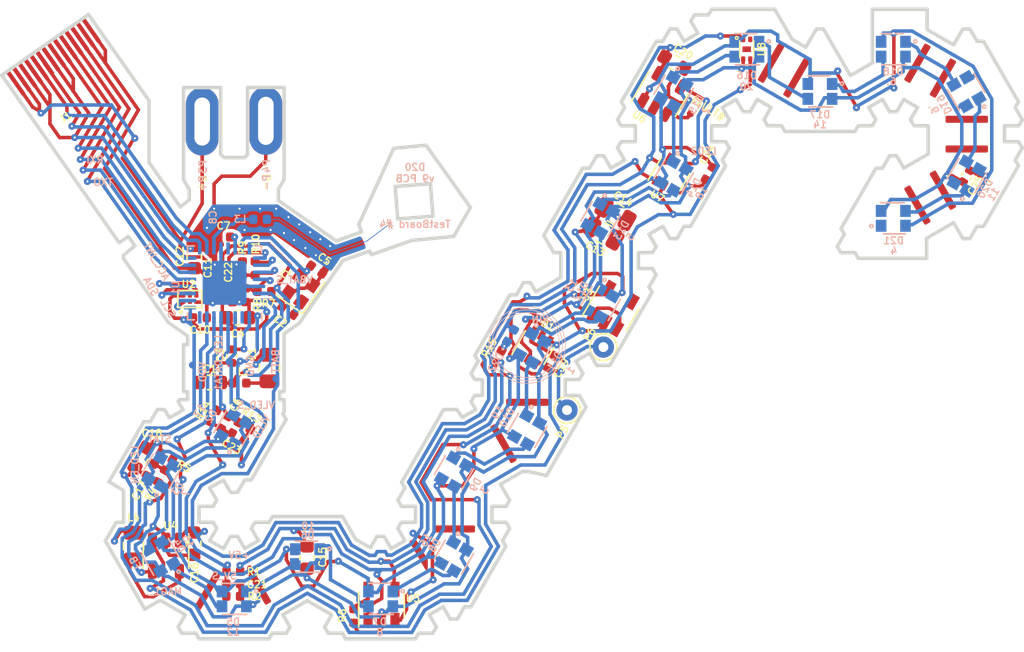
<source format=kicad_pcb>
(kicad_pcb (version 20171130) (host pcbnew "(5.1.10)-1")
  (title_block (title FLX-F020) (date 2020-04-06) (rev 5) (company "Systemic Games, LLC") (comment 1 "Flexible PCB, 0.15mm thickness"))
  (layers (0 F.Cu signal) (31 B.Cu signal) (34 B.Paste user hide) (35 F.Paste user hide) (36 B.SilkS user) (37 F.SilkS user) (38 B.Mask user hide) (39 F.Mask user hide) (44 Edge.Cuts user))
  (net 0 "")
  (net 1 /ANTENNA)
  (net 2 "Net-(C1-Pad1)")
  (net 3 GND)
  (net 4 "Net-(C2-Pad2)")
  (net 5 "Net-(C3-Pad1)")
  (net 6 VDD)
  (net 7 "Net-(C5-Pad2)")
  (net 8 /VLED_SENSE)
  (net 9 "Net-(C7-Pad1)")
  (net 10 /ANT_CHIP)
  (net 11 "Net-(C13-Pad1)")
  (net 12 +5V)
  (net 13 VBAT)
  (net 14 "Net-(C17-Pad2)")
  (net 15 "Net-(C19-Pad1)")
  (net 16 "Net-(C19-Pad2)")
  (net 17 /5V_SENSE)
  (net 18 /VBAT_SENSE)
  (net 19 VLED)
  (net 20 /LED_DATA)
  (net 21 "Net-(D2-Pad1)")
  (net 22 "Net-(D3-Pad1)")
  (net 23 "Net-(D4-Pad1)")
  (net 24 "Net-(D5-Pad1)")
  (net 25 "Net-(D6-Pad1)")
  (net 26 "Net-(D7-Pad1)")
  (net 27 "Net-(D8-Pad1)")
  (net 28 "Net-(D10-Pad3)")
  (net 29 "Net-(D10-Pad1)")
  (net 30 "Net-(D11-Pad1)")
  (net 31 "Net-(D12-Pad1)")
  (net 32 "Net-(D13-Pad1)")
  (net 33 "Net-(D14-Pad1)")
  (net 34 "Net-(D15-Pad1)")
  (net 35 "Net-(D16-Pad1)")
  (net 36 "Net-(D17-Pad1)")
  (net 37 "Net-(D18-Pad1)")
  (net 38 "Net-(D19-Pad1)")
  (net 39 "Net-(D20-Pad1)")
  (net 40 "Net-(D22-Pad1)")
  (net 41 TXO)
  (net 42 SWO)
  (net 43 RXI)
  (net 44 RESET)
  (net 45 SWDCLK)
  (net 46 SWDIO)
  (net 47 "Net-(L1-Pad2)")
  (net 48 "Net-(L1-Pad1)")
  (net 49 "Net-(L4-Pad1)")
  (net 50 "Net-(R6-Pad1)")
  (net 51 "Net-(R10-Pad1)")
  (net 52 "Net-(R10-Pad2)")
  (net 53 /STATS)
  (net 54 /ACC_INT)
  (net 55 /SCL)
  (net 56 /SDA)
  (net 57 /LED_EN)
  (net 58 /Power/MAG1_)
  (net 59 "Net-(U6-Pad3)")
  (net 60 /Power/LED_EN_OUT)
  (module Pixels-dice:WLP-6 (layer F.Cu) (at 120.27 101.07 90)
    (fp_text reference U2 (at 1.05 -0.08 180) (layer F.SilkS) (effects (font (size 0.5 0.5) (thickness 0.1))))
    (fp_text value MXC400xXC)
    (pad 6 smd roundrect (at 0.22 -0.46 90) (size 0.25 0.3) (layers F.Cu F.Paste F.Mask) (net 6 VDD))
    (pad 5 smd roundrect (at 0.22 0 90) (size 0.25 0.3) (layers F.Cu F.Paste F.Mask) (net 56 /SDA))
    (pad 4 smd roundrect (at 0.22 0.46 90) (size 0.25 0.3) (layers F.Cu F.Paste F.Mask) (net 54 /ACC_INT))
    (pad 3 smd roundrect (at -0.22 0.46 90) (size 0.25 0.3) (layers F.Cu F.Paste F.Mask) (net 3 GND))
    (pad 2 smd roundrect (at -0.22 0 90) (size 0.25 0.3) (layers F.Cu F.Paste F.Mask))
    (pad 1 smd roundrect (at -0.22 -0.46 90) (size 0.25 0.3) (layers F.Cu F.Paste F.Mask) (net 55 /SCL))
  )
  (module Pixels-dice:TX1812_1010 (layer B.Cu) (at 169.979711 95.368782)
    (fp_text reference D21 (at 0.020289 1.571218) (layer B.SilkS) (effects (font (size 0.5 0.5) (thickness 0.1)) (justify mirror)))
    (fp_text value TX1812_1010)
    (pad 4 smd rect (at -0.86 -0.525) (size 0.75 0.85) (layers B.Cu B.Paste B.Mask) (net 3 GND))
    (pad 3 smd rect (at 0.86 -0.525) (size 0.75 0.85) (layers B.Cu B.Paste B.Mask) (net 39 "Net-(D20-Pad1)"))
    (pad 2 smd rect (at 0.86 0.525) (size 0.75 0.85) (layers B.Cu B.Paste B.Mask) (net 19 VLED))
    (pad 1 smd rect (at -0.86 0.525) (size 0.75 0.85) (layers B.Cu B.Paste B.Mask))
  )
  (module Pixels-dice:TX1812_1010 (layer B.Cu) (at 175.160289 92.388782 60)
    (fp_text reference D20 (at -0.108302 1.574852 60) (layer B.SilkS) (effects (font (size 0.5 0.5) (thickness 0.1)) (justify mirror)))
    (fp_text value TX1812_1010)
    (pad 4 smd rect (at -0.86 -0.525 60) (size 0.75 0.85) (layers B.Cu B.Paste B.Mask) (net 3 GND))
    (pad 3 smd rect (at 0.86 -0.525 60) (size 0.75 0.85) (layers B.Cu B.Paste B.Mask) (net 38 "Net-(D19-Pad1)"))
    (pad 2 smd rect (at 0.86 0.525 60) (size 0.75 0.85) (layers B.Cu B.Paste B.Mask) (net 19 VLED))
    (pad 1 smd rect (at -0.86 0.525 60) (size 0.75 0.85) (layers B.Cu B.Paste B.Mask) (net 39 "Net-(D20-Pad1)"))
  )
  (module Pixels-dice:TX1812_1010 (layer B.Cu) (at 175.15 86.41 120)
    (fp_text reference D19 (at 0 -1.85 120) (layer B.SilkS) (effects (font (size 0.5 0.5) (thickness 0.1)) (justify mirror)))
    (fp_text value TX1812_1010)
    (pad 4 smd rect (at -0.86 -0.525 120) (size 0.75 0.85) (layers B.Cu B.Paste B.Mask) (net 3 GND))
    (pad 3 smd rect (at 0.86 -0.525 120) (size 0.75 0.85) (layers B.Cu B.Paste B.Mask) (net 37 "Net-(D18-Pad1)"))
    (pad 2 smd rect (at 0.86 0.525 120) (size 0.75 0.85) (layers B.Cu B.Paste B.Mask) (net 19 VLED))
    (pad 1 smd rect (at -0.86 0.525 120) (size 0.75 0.85) (layers B.Cu B.Paste B.Mask) (net 38 "Net-(D19-Pad1)"))
  )
  (module Pixels-dice:TX1812_1010 (layer B.Cu) (at 169.978782 83.419711 180)
    (fp_text reference D18 (at 0.008782 -1.580289) (layer B.SilkS) (effects (font (size 0.5 0.5) (thickness 0.1)) (justify mirror)))
    (fp_text value TX1812_1010)
    (pad 4 smd rect (at -0.86 -0.525 180) (size 0.75 0.85) (layers B.Cu B.Paste B.Mask) (net 3 GND))
    (pad 3 smd rect (at 0.86 -0.525 180) (size 0.75 0.85) (layers B.Cu B.Paste B.Mask) (net 36 "Net-(D17-Pad1)"))
    (pad 2 smd rect (at 0.86 0.525 180) (size 0.75 0.85) (layers B.Cu B.Paste B.Mask) (net 19 VLED))
    (pad 1 smd rect (at -0.86 0.525 180) (size 0.75 0.85) (layers B.Cu B.Paste B.Mask) (net 37 "Net-(D18-Pad1)"))
  )
  (module Pixels-dice:TX1812_1010 (layer B.Cu) (at 164.798782 86.400289 180)
    (fp_text reference D17 (at 0 -1.639711) (layer B.SilkS) (effects (font (size 0.5 0.5) (thickness 0.1)) (justify mirror)))
    (fp_text value TX1812_1010)
    (pad 4 smd rect (at -0.86 -0.525 180) (size 0.75 0.85) (layers B.Cu B.Paste B.Mask) (net 3 GND))
    (pad 3 smd rect (at 0.86 -0.525 180) (size 0.75 0.85) (layers B.Cu B.Paste B.Mask) (net 35 "Net-(D16-Pad1)"))
    (pad 2 smd rect (at 0.86 0.525 180) (size 0.75 0.85) (layers B.Cu B.Paste B.Mask) (net 19 VLED))
    (pad 1 smd rect (at -0.86 0.525 180) (size 0.75 0.85) (layers B.Cu B.Paste B.Mask) (net 36 "Net-(D17-Pad1)"))
  )
  (module Pixels-dice:TX1812_1010 (layer B.Cu) (at 159.628782 83.420289 180)
    (fp_text reference D16 (at 0 -1.85) (layer B.SilkS) (effects (font (size 0.5 0.5) (thickness 0.1)) (justify mirror)))
    (fp_text value TX1812_1010)
    (pad 4 smd rect (at -0.86 -0.525 180) (size 0.75 0.85) (layers B.Cu B.Paste B.Mask) (net 3 GND))
    (pad 3 smd rect (at 0.86 -0.525 180) (size 0.75 0.85) (layers B.Cu B.Paste B.Mask) (net 34 "Net-(D15-Pad1)"))
    (pad 2 smd rect (at 0.86 0.525 180) (size 0.75 0.85) (layers B.Cu B.Paste B.Mask) (net 19 VLED))
    (pad 1 smd rect (at -0.86 0.525 180) (size 0.75 0.85) (layers B.Cu B.Paste B.Mask) (net 35 "Net-(D16-Pad1)"))
  )
  (module Pixels-dice:TX1812_1010 (layer B.Cu) (at 154.448782 86.410289 240)
    (fp_text reference D15 (at 0 -1.85 60) (layer B.SilkS) (effects (font (size 0.5 0.5) (thickness 0.1)) (justify mirror)))
    (fp_text value TX1812_1010)
    (pad 4 smd rect (at -0.86 -0.525 240) (size 0.75 0.85) (layers B.Cu B.Paste B.Mask) (net 3 GND))
    (pad 3 smd rect (at 0.86 -0.525 240) (size 0.75 0.85) (layers B.Cu B.Paste B.Mask) (net 33 "Net-(D14-Pad1)"))
    (pad 2 smd rect (at 0.86 0.525 240) (size 0.75 0.85) (layers B.Cu B.Paste B.Mask) (net 19 VLED))
    (pad 1 smd rect (at -0.86 0.525 240) (size 0.75 0.85) (layers B.Cu B.Paste B.Mask) (net 34 "Net-(D15-Pad1)"))
  )
  (module Pixels-dice:TX1812_1010 (layer B.Cu) (at 154.448782 92.380289 240)
    (fp_text reference D14 (at 0.007942 -1.645666 60) (layer B.SilkS) (effects (font (size 0.5 0.5) (thickness 0.1)) (justify mirror)))
    (fp_text value TX1812_1010)
    (pad 4 smd rect (at -0.86 -0.525 240) (size 0.75 0.85) (layers B.Cu B.Paste B.Mask) (net 3 GND))
    (pad 3 smd rect (at 0.86 -0.525 240) (size 0.75 0.85) (layers B.Cu B.Paste B.Mask) (net 32 "Net-(D13-Pad1)"))
    (pad 2 smd rect (at 0.86 0.525 240) (size 0.75 0.85) (layers B.Cu B.Paste B.Mask) (net 19 VLED))
    (pad 1 smd rect (at -0.86 0.525 240) (size 0.75 0.85) (layers B.Cu B.Paste B.Mask) (net 33 "Net-(D14-Pad1)"))
  )
  (module Pixels-dice:TX1812_1010 (layer B.Cu) (at 149.278782 95.370289 240)
    (fp_text reference D13 (at -0.018398 -1.711288 60) (layer B.SilkS) (effects (font (size 0.5 0.5) (thickness 0.1)) (justify mirror)))
    (fp_text value TX1812_1010)
    (pad 4 smd rect (at -0.86 -0.525 240) (size 0.75 0.85) (layers B.Cu B.Paste B.Mask) (net 3 GND))
    (pad 3 smd rect (at 0.86 -0.525 240) (size 0.75 0.85) (layers B.Cu B.Paste B.Mask) (net 31 "Net-(D12-Pad1)"))
    (pad 2 smd rect (at 0.86 0.525 240) (size 0.75 0.85) (layers B.Cu B.Paste B.Mask) (net 19 VLED))
    (pad 1 smd rect (at -0.86 0.525 240) (size 0.75 0.85) (layers B.Cu B.Paste B.Mask) (net 32 "Net-(D13-Pad1)"))
  )
  (module Pixels-dice:TX1812_1010 (layer B.Cu) (at 149.278782 101.340289 240)
    (fp_text reference D12 (at -0.02966 1.609205 60) (layer B.SilkS) (effects (font (size 0.5 0.5) (thickness 0.1)) (justify mirror)))
    (fp_text value TX1812_1010)
    (pad 4 smd rect (at -0.86 -0.525 240) (size 0.75 0.85) (layers B.Cu B.Paste B.Mask) (net 3 GND))
    (pad 3 smd rect (at 0.86 -0.525 240) (size 0.75 0.85) (layers B.Cu B.Paste B.Mask) (net 30 "Net-(D11-Pad1)"))
    (pad 2 smd rect (at 0.86 0.525 240) (size 0.75 0.85) (layers B.Cu B.Paste B.Mask) (net 19 VLED))
    (pad 1 smd rect (at -0.86 0.525 240) (size 0.75 0.85) (layers B.Cu B.Paste B.Mask) (net 31 "Net-(D12-Pad1)"))
  )
  (module Pixels-dice:TX1812_1010 (layer B.Cu) (at 144.45 104.54 240)
    (fp_text reference D11 (at 0 -1.85 60) (layer B.SilkS) (effects (font (size 0.5 0.5) (thickness 0.1)) (justify mirror)))
    (fp_text value TX1812_1010)
    (pad 4 smd rect (at -0.86 -0.525 240) (size 0.75 0.85) (layers B.Cu B.Paste B.Mask) (net 3 GND))
    (pad 3 smd rect (at 0.86 -0.525 240) (size 0.75 0.85) (layers B.Cu B.Paste B.Mask) (net 29 "Net-(D10-Pad1)"))
    (pad 2 smd rect (at 0.86 0.525 240) (size 0.75 0.85) (layers B.Cu B.Paste B.Mask) (net 19 VLED))
    (pad 1 smd rect (at -0.86 0.525 240) (size 0.75 0.85) (layers B.Cu B.Paste B.Mask) (net 30 "Net-(D11-Pad1)"))
  )
  (module Pixels-dice:TX1812_1010 (layer B.Cu) (at 144.098782 110.310289 240)
    (fp_text reference D10 (at -0.044301 1.663846 60) (layer B.SilkS) (effects (font (size 0.5 0.5) (thickness 0.1)) (justify mirror)))
    (fp_text value TX1812_1010)
    (pad 4 smd rect (at -0.86 -0.525 240) (size 0.75 0.85) (layers B.Cu B.Paste B.Mask) (net 3 GND))
    (pad 3 smd rect (at 0.86 -0.525 240) (size 0.75 0.85) (layers B.Cu B.Paste B.Mask) (net 28 "Net-(D10-Pad3)"))
    (pad 2 smd rect (at 0.86 0.525 240) (size 0.75 0.85) (layers B.Cu B.Paste B.Mask) (net 19 VLED))
    (pad 1 smd rect (at -0.86 0.525 240) (size 0.75 0.85) (layers B.Cu B.Paste B.Mask) (net 29 "Net-(D10-Pad1)"))
  )
  (module Pixels-dice:TX1812_1010 (layer B.Cu) (at 138.928782 113.300289 240)
    (fp_text reference D9 (at 0.004903 -1.770929 60) (layer B.SilkS) (effects (font (size 0.5 0.5) (thickness 0.1)) (justify mirror)))
    (fp_text value TX1812_1010)
    (pad 4 smd rect (at -0.86 -0.525 240) (size 0.75 0.85) (layers B.Cu B.Paste B.Mask) (net 3 GND))
    (pad 3 smd rect (at 0.86 -0.525 240) (size 0.75 0.85) (layers B.Cu B.Paste B.Mask) (net 27 "Net-(D8-Pad1)"))
    (pad 2 smd rect (at 0.86 0.525 240) (size 0.75 0.85) (layers B.Cu B.Paste B.Mask) (net 19 VLED))
    (pad 1 smd rect (at -0.86 0.525 240) (size 0.75 0.85) (layers B.Cu B.Paste B.Mask) (net 28 "Net-(D10-Pad3)"))
  )
  (module Pixels-dice:TX1812_1010 (layer B.Cu) (at 138.918782 119.270289 240)
    (fp_text reference D8 (at 0.003641 1.566884 60) (layer B.SilkS) (effects (font (size 0.5 0.5) (thickness 0.1)) (justify mirror)))
    (fp_text value TX1812_1010)
    (pad 4 smd rect (at -0.86 -0.525 240) (size 0.75 0.85) (layers B.Cu B.Paste B.Mask) (net 3 GND))
    (pad 3 smd rect (at 0.86 -0.525 240) (size 0.75 0.85) (layers B.Cu B.Paste B.Mask) (net 26 "Net-(D7-Pad1)"))
    (pad 2 smd rect (at 0.86 0.525 240) (size 0.75 0.85) (layers B.Cu B.Paste B.Mask) (net 19 VLED))
    (pad 1 smd rect (at -0.86 0.525 240) (size 0.75 0.85) (layers B.Cu B.Paste B.Mask) (net 27 "Net-(D8-Pad1)"))
  )
  (module Pixels-dice:TX1812_1010 (layer B.Cu) (at 133.748782 122.260289 180)
    (fp_text reference D7 (at 0.048782 -1.619711) (layer B.SilkS) (effects (font (size 0.5 0.5) (thickness 0.1)) (justify mirror)))
    (fp_text value TX1812_1010)
    (pad 4 smd rect (at -0.86 -0.525 180) (size 0.75 0.85) (layers B.Cu B.Paste B.Mask) (net 3 GND))
    (pad 3 smd rect (at 0.86 -0.525 180) (size 0.75 0.85) (layers B.Cu B.Paste B.Mask) (net 25 "Net-(D6-Pad1)"))
    (pad 2 smd rect (at 0.86 0.525 180) (size 0.75 0.85) (layers B.Cu B.Paste B.Mask) (net 19 VLED))
    (pad 1 smd rect (at -0.86 0.525 180) (size 0.75 0.85) (layers B.Cu B.Paste B.Mask) (net 26 "Net-(D7-Pad1)"))
  )
  (module Pixels-dice:TX1812_1010 (layer B.Cu) (at 128.58 119.28 180)
    (fp_text reference D6 (at -0.02 1.51) (layer B.SilkS) (effects (font (size 0.5 0.5) (thickness 0.1)) (justify mirror)))
    (fp_text value TX1812_1010)
    (pad 4 smd rect (at -0.86 -0.525 180) (size 0.75 0.85) (layers B.Cu B.Paste B.Mask) (net 3 GND))
    (pad 3 smd rect (at 0.86 -0.525 180) (size 0.75 0.85) (layers B.Cu B.Paste B.Mask) (net 24 "Net-(D5-Pad1)"))
    (pad 2 smd rect (at 0.86 0.525 180) (size 0.75 0.85) (layers B.Cu B.Paste B.Mask) (net 19 VLED))
    (pad 1 smd rect (at -0.86 0.525 180) (size 0.75 0.85) (layers B.Cu B.Paste B.Mask) (net 25 "Net-(D6-Pad1)"))
  )
  (module Pixels-dice:TX1812_1010 (layer B.Cu) (at 123.4 122.26 180)
    (fp_text reference D5 (at 0.07 -1.63) (layer B.SilkS) (effects (font (size 0.5 0.5) (thickness 0.1)) (justify mirror)))
    (fp_text value TX1812_1010)
    (pad 4 smd rect (at -0.86 -0.525 180) (size 0.75 0.85) (layers B.Cu B.Paste B.Mask) (net 3 GND))
    (pad 3 smd rect (at 0.86 -0.525 180) (size 0.75 0.85) (layers B.Cu B.Paste B.Mask) (net 23 "Net-(D4-Pad1)"))
    (pad 2 smd rect (at 0.86 0.525 180) (size 0.75 0.85) (layers B.Cu B.Paste B.Mask) (net 19 VLED))
    (pad 1 smd rect (at -0.86 0.525 180) (size 0.75 0.85) (layers B.Cu B.Paste B.Mask) (net 24 "Net-(D5-Pad1)"))
  )
  (module Pixels-dice:TX1812_1010 (layer B.Cu) (at 118.218782 119.269711 120)
    (fp_text reference D4 (at 0.00732 1.506743 120) (layer B.SilkS) (effects (font (size 0.5 0.5) (thickness 0.1)) (justify mirror)))
    (fp_text value TX1812_1010)
    (pad 4 smd rect (at -0.86 -0.525 120) (size 0.75 0.85) (layers B.Cu B.Paste B.Mask) (net 3 GND))
    (pad 3 smd rect (at 0.86 -0.525 120) (size 0.75 0.85) (layers B.Cu B.Paste B.Mask) (net 22 "Net-(D3-Pad1)"))
    (pad 2 smd rect (at 0.86 0.525 120) (size 0.75 0.85) (layers B.Cu B.Paste B.Mask) (net 19 VLED))
    (pad 1 smd rect (at -0.86 0.525 120) (size 0.75 0.85) (layers B.Cu B.Paste B.Mask) (net 23 "Net-(D4-Pad1)"))
  )
  (module Pixels-dice:TX1812_1010 (layer B.Cu) (at 118.218782 113.300289 60)
    (fp_text reference D3 (at -0.42739 1.59916 60) (layer B.SilkS) (effects (font (size 0.5 0.5) (thickness 0.1)) (justify mirror)))
    (fp_text value TX1812_1010)
    (pad 4 smd rect (at -0.86 -0.525 60) (size 0.75 0.85) (layers B.Cu B.Paste B.Mask) (net 3 GND))
    (pad 3 smd rect (at 0.86 -0.525 60) (size 0.75 0.85) (layers B.Cu B.Paste B.Mask) (net 21 "Net-(D2-Pad1)"))
    (pad 2 smd rect (at 0.86 0.525 60) (size 0.75 0.85) (layers B.Cu B.Paste B.Mask) (net 19 VLED))
    (pad 1 smd rect (at -0.86 0.525 60) (size 0.75 0.85) (layers B.Cu B.Paste B.Mask) (net 22 "Net-(D3-Pad1)"))
  )
  (module Pixels-dice:TX1812_1010 (layer B.Cu) (at 123.37 110.275 60)
    (fp_text reference D2 (at 0 -1.85 60) (layer B.SilkS) (effects (font (size 0.5 0.5) (thickness 0.1)) (justify mirror)))
    (fp_text value TX1812_1010)
    (pad 4 smd rect (at -0.86 -0.525 60) (size 0.75 0.85) (layers B.Cu B.Paste B.Mask) (net 3 GND))
    (pad 3 smd rect (at 0.86 -0.525 60) (size 0.75 0.85) (layers B.Cu B.Paste B.Mask) (net 20 /LED_DATA))
    (pad 2 smd rect (at 0.86 0.525 60) (size 0.75 0.85) (layers B.Cu B.Paste B.Mask) (net 19 VLED))
    (pad 1 smd rect (at -0.86 0.525 60) (size 0.75 0.85) (layers B.Cu B.Paste B.Mask) (net 21 "Net-(D2-Pad1)"))
  )
  (module Pixels-dice:BatteryConnector (layer B.Cu) (at 125.64 88.48 270)
    (fp_text reference P4 (at 3.2 -0.05 270) (layer B.SilkS) (effects (font (size 0.5 0.5) (thickness 0.1)) (justify mirror)))
    (fp_text value BATT-)
    (pad 1 thru_hole oval (at 0 0 270) (size 4.8 2.3) (drill oval 3.4 1.1) (layers *.Cu *.Mask) (net 3 GND))
  )
  (module Pixels-dice:BatteryConnector (layer B.Cu) (at 121.14 88.53 270)
    (fp_text reference P3 (at 3.2 -0.05 270) (layer B.SilkS) (effects (font (size 0.5 0.5) (thickness 0.1)) (justify mirror)))
    (fp_text value BATT+)
    (pad 1 thru_hole oval (at 0 0 270) (size 4.8 2.3) (drill oval 3.4 1.1) (layers *.Cu *.Mask) (net 13 VBAT))
  )
  (module LED_SMD:LED_0402_1005Metric (layer B.Cu) (at 142.93 103.66 60)
    (fp_text reference D22 (at -2.160448 0.057994 60) (layer B.SilkS) (effects (font (size 0.5 0.5) (thickness 0.1)) (justify mirror)))
    (fp_text value LED)
    (pad 2 smd roundrect (at 0.485 0 60) (size 0.59 0.64) (layers B.Cu B.Paste B.Mask) (net 12 +5V))
    (pad 1 smd roundrect (at -0.485 0 60) (size 0.59 0.64) (layers B.Cu B.Paste B.Mask) (net 40 "Net-(D22-Pad1)"))
  )
  (module Pixels-dice:TEST_PIN (layer B.Cu) (at 117.46 121.52)
    (fp_text reference W23 hide)
    (fp_text value MAG1_ (at 1.07 0.22 -180) (layer B.SilkS) (effects (font (size 0.5 0.5) (thickness 0.1)) (justify mirror)))
    (pad 1 smd circle (at 0 0) (size 0.5 0.5) (layers B.Cu B.Mask) (net 58 /Power/MAG1_))
  )
  (module Pixels-dice:TEST_PIN (layer F.Cu) (at 155.64 87.98)
    (fp_text reference W11 hide)
    (fp_text value FAULT# (at 1.25 -0.375 150) (layer F.SilkS) (effects (font (size 0.5 0.5) (thickness 0.1))))
    (pad 1 smd circle (at 0 0) (size 0.5 0.5) (layers F.Cu F.Mask) (net 59 "Net-(U6-Pad3)"))
  )
  (module Pixels-dice:VSON04Z1114A (layer F.Cu) (at 159.62 83.42)
    (fp_text reference U8 (at 1.05 0 90) (layer F.SilkS) (effects (font (size 0.5 0.5) (thickness 0.1))))
    (fp_text value BU52272NUZ hide)
    (pad "" smd rect (at 0 0) (size 0.6 0.4) (layers F.Cu F.Paste F.Mask) (clearance 0.2))
    (pad 4 smd roundrect (at 0.25 -0.7) (size 0.3 0.4) (layers F.Cu F.Paste F.Mask))
    (pad 3 smd roundrect (at 0.25 0.7) (size 0.3 0.4) (layers F.Cu F.Paste F.Mask) (net 58 /Power/MAG1_))
    (pad 2 smd roundrect (at -0.25 0.7) (size 0.3 0.4) (layers F.Cu F.Paste F.Mask) (net 3 GND))
    (pad 1 smd roundrect (at -0.25 -0.7) (size 0.3 0.4) (layers F.Cu F.Paste F.Mask) (net 13 VBAT))
  )
  (module Pixels-dice:SOT-23-5 (layer F.Cu) (at 118.58 119.21 270)
    (fp_text reference U4 (at -2.11 -0.33 180) (layer F.SilkS) (effects (font (size 0.5 0.5) (thickness 0.1))))
    (fp_text value MT9216 hide)
    (pad 5 smd roundrect (at 1.1 -0.95 270) (size 1.06 0.65) (layers F.Cu F.Paste F.Mask) (net 49 "Net-(L4-Pad1)"))
    (pad 4 smd roundrect (at 1.1 0.95 270) (size 1.06 0.65) (layers F.Cu F.Paste F.Mask) (net 14 "Net-(C17-Pad2)"))
    (pad 3 smd roundrect (at -1.1 0.95 270) (size 1.06 0.65) (layers F.Cu F.Paste F.Mask) (net 58 /Power/MAG1_))
    (pad 2 smd roundrect (at -1.1 0 270) (size 1.06 0.65) (layers F.Cu F.Paste F.Mask) (net 3 GND))
    (pad 1 smd roundrect (at -1.1 -0.95 270) (size 1.06 0.65) (layers F.Cu F.Paste F.Mask) (net 13 VBAT))
  )
  (module Package_TO_SOT_SMD:SOT-23-5 (layer F.Cu) (at 150.16 101.74 60)
    (fp_text reference U3 (at -0.043975 -2.076166 60) (layer F.SilkS) (effects (font (size 0.5 0.5) (thickness 0.1))))
    (fp_text value AP2204K-5.0)
    (pad 5 smd rect (at 1.1 -0.95 60) (size 1.06 0.65) (layers F.Cu F.Paste F.Mask) (net 12 +5V))
    (pad 4 smd rect (at 1.1 0.95 60) (size 1.06 0.65) (layers F.Cu F.Paste F.Mask))
    (pad 3 smd rect (at -1.1 0.95 60) (size 1.06 0.65) (layers F.Cu F.Paste F.Mask) (net 11 "Net-(C13-Pad1)"))
    (pad 2 smd rect (at -1.1 0 60) (size 1.06 0.65) (layers F.Cu F.Paste F.Mask) (net 3 GND))
    (pad 1 smd rect (at -1.1 -0.95 60) (size 1.06 0.65) (layers F.Cu F.Paste F.Mask) (net 11 "Net-(C13-Pad1)"))
  )
  (module Pixels-dice:TEST_PIN (layer B.Cu) (at 112.53 91.21)
    (fp_text reference W1 hide)
    (fp_text value RXI (at 1.03 0.03 -180) (layer B.SilkS) (effects (font (size 0.5 0.5) (thickness 0.1)) (justify mirror)))
    (pad 1 smd circle (at 0 0) (size 0.5 0.5) (layers B.Cu B.Mask) (net 43 RXI))
  )
  (module Pixels-dice:TEST_PIN (layer B.Cu) (at 125.94 99.77)
    (fp_text reference W20 hide)
    (fp_text value VBAT_S (at 1.71 -0.06 -180) (layer B.SilkS) (effects (font (size 0.5 0.5) (thickness 0.1)) (justify mirror)))
    (pad 1 smd circle (at 0 0) (size 0.5 0.5) (layers B.Cu B.Mask) (net 18 /VBAT_SENSE))
  )
  (module Pixels-dice:TEST_PIN (layer B.Cu) (at 116.73 114.53)
    (fp_text reference W5 hide)
    (fp_text value LED_EN (at -0.34 -1.75 -270) (layer B.SilkS) (effects (font (size 0.5 0.5) (thickness 0.1)) (justify mirror)))
    (pad 1 smd circle (at 0 0) (size 0.5 0.5) (layers B.Cu B.Mask) (net 57 /LED_EN))
  )
  (module Pixels-dice:TEST_PIN (layer B.Cu) (at 113.03 92.76)
    (fp_text reference W2 hide)
    (fp_text value TXO (at 1.11 0.06 -180) (layer B.SilkS) (effects (font (size 0.5 0.5) (thickness 0.1)) (justify mirror)))
    (pad 1 smd circle (at 0 0) (size 0.5 0.5) (layers B.Cu B.Mask) (net 41 TXO))
  )
  (module Pixels-dice:TEST_PIN (layer B.Cu) (at 124.66 109.67)
    (fp_text reference W3 hide)
    (fp_text value VLED (at 0.66 0.43 -120) (layer B.SilkS) (effects (font (size 0.5 0.5) (thickness 0.1)) (justify mirror)))
    (pad 1 smd circle (at 0 0) (size 0.5 0.5) (layers B.Cu B.Mask) (net 19 VLED))
  )
  (module Pixels-dice:TEST_PIN (layer B.Cu) (at 118.12 99.98 90)
    (fp_text reference W7 hide)
    (fp_text value ACC_INT (at 1.57 -0.2 300) (layer B.SilkS) (effects (font (size 0.5 0.5) (thickness 0.1)) (justify mirror)))
    (pad 1 smd circle (at 0 0 90) (size 0.5 0.5) (layers B.Cu B.Mask) (net 54 /ACC_INT))
  )
  (module Pixels-dice:TEST_PIN (layer B.Cu) (at 118.29 100.8 90)
    (fp_text reference W9 hide)
    (fp_text value SDA (at 0.62 -0.77 300) (layer B.SilkS) (effects (font (size 0.5 0.5) (thickness 0.1)) (justify mirror)))
    (pad 1 smd circle (at 0 0 90) (size 0.5 0.5) (layers B.Cu B.Mask) (net 56 /SDA))
  )
  (module Pixels-dice:Crystal_SMD_2016-4Pin_2.0x1.6mm (layer F.Cu) (at 128.08097 100.351126 55)
    (fp_text reference Y1 (at 0.235277 -1.496571 235) (layer F.SilkS) (effects (font (size 0.5 0.5) (thickness 0.1))))
    (fp_text value "32MHz 40ppm")
    (pad 4 smd roundrect (at -0.7 -0.55 55) (size 0.9 0.8) (layers F.Cu F.Paste F.Mask) (roundrect_rratio 0.075) (net 3 GND))
    (pad 2 smd roundrect (at 0.7 0.55 55) (size 0.9 0.8) (layers F.Cu F.Paste F.Mask) (roundrect_rratio 0.075) (net 3 GND))
    (pad 1 smd custom (at -0.7 0.55 55) (size 0.5 0.5) (layers F.Cu F.Paste F.Mask) (net 4 "Net-(C2-Pad2)") (options (clearance outline) (anchor rect)) (primitives (gr_poly (pts (xy 0.4 -0.2) (xy 0.4 0.35) (xy -0.4 0.35) (xy -0.4 -0.35) (xy 0.25 -0.35)) (width 0.1)) (gr_line (start -0.2 0.25) (end -0.3 0.15) (width 0.1)) (gr_line (start -0.3 -0.25) (end 0.2 0.25) (width 0.1))))
    (pad 3 smd custom (at 0.7 -0.55 55) (size 0.5 0.5) (layers F.Cu F.Paste F.Mask) (net 7 "Net-(C5-Pad2)") (options (clearance outline) (anchor rect)) (primitives (gr_poly (pts (xy 0.4 0.35) (xy -0.25 0.35) (xy -0.4 0.2) (xy -0.4 -0.35) (xy 0.4 -0.35)) (width 0.1)) (gr_line (start 0.2 -0.25) (end 0.3 -0.15) (width 0.1))))
  )
  (module Pixels-dice:SOT-23-5 (layer F.Cu) (at 153.64 86.58 60)
    (fp_text reference U6 (at -2.199301 -0.589301 150) (layer F.SilkS) (effects (font (size 0.5 0.5) (thickness 0.1))))
    (fp_text value JW7115-2 hide)
    (pad 1 smd roundrect (at -1.1 -0.95 60) (size 1.06 0.65) (layers F.Cu F.Paste F.Mask) (net 19 VLED))
    (pad 2 smd roundrect (at -1.1 0 60) (size 1.06 0.65) (layers F.Cu F.Paste F.Mask) (net 3 GND))
    (pad 3 smd roundrect (at -1.1 0.95 60) (size 1.06 0.65) (layers F.Cu F.Paste F.Mask) (net 59 "Net-(U6-Pad3)"))
    (pad 4 smd roundrect (at 1.1 0.95 60) (size 1.06 0.65) (layers F.Cu F.Paste F.Mask) (net 60 /Power/LED_EN_OUT))
    (pad 5 smd roundrect (at 1.1 -0.95 60) (size 1.06 0.65) (layers F.Cu F.Paste F.Mask) (net 13 VBAT))
  )
  (module TestPoint:TestPoint_THTPad_D1.5mm_Drill0.7mm (layer F.Cu) (at 149.49 104.47 30)
    (fp_text reference P6 (at -0.391384 -1.242102 240) (layer F.SilkS) (effects (font (size 0.5 0.5) (thickness 0.1))))
    (fp_text value COILB)
    (pad 1 thru_hole circle (at 0 0 30) (size 1.5 1.5) (drill 0.7) (layers *.Cu *.Mask) (net 16 "Net-(C19-Pad2)"))
  )
  (module Resistor_SMD:R_0402_1005Metric (layer F.Cu) (at 124.88 98.9 90)
    (fp_text reference R10 (at 1.71 0.05 270) (layer F.SilkS) (effects (font (size 0.5 0.5) (thickness 0.1))))
    (fp_text value "100k 1%")
    (pad 2 smd roundrect (at 0.485 0 90) (size 0.59 0.64) (layers F.Cu F.Paste F.Mask) (net 52 "Net-(R10-Pad2)"))
    (pad 1 smd roundrect (at -0.485 0 90) (size 0.59 0.64) (layers F.Cu F.Paste F.Mask) (net 51 "Net-(R10-Pad1)"))
  )
  (module Resistor_SMD:R_0402_1005Metric (layer F.Cu) (at 118.261395 113.591109 240)
    (fp_text reference R4 (at 1.474589 0.016282 60) (layer F.SilkS) (effects (font (size 0.5 0.5) (thickness 0.1))))
    (fp_text value "402k 1%")
    (pad 2 smd roundrect (at 0.485 0 240) (size 0.59 0.64) (layers F.Cu F.Paste F.Mask) (net 6 VDD))
    (pad 1 smd roundrect (at -0.485 0 240) (size 0.59 0.64) (layers F.Cu F.Paste F.Mask) (net 14 "Net-(C17-Pad2)"))
  )
  (module TestPoint:TestPoint_THTPad_D1.5mm_Drill0.7mm (layer F.Cu) (at 146.92 108.92 30)
    (fp_text reference P5 (at -1.044808 1.20966 240) (layer F.SilkS) (effects (font (size 0.5 0.5) (thickness 0.1))))
    (fp_text value COILA)
    (pad 1 thru_hole circle (at 0 0 30) (size 1.5 1.5) (drill 0.7) (layers *.Cu *.Mask) (net 15 "Net-(C19-Pad1)"))
  )
  (module Capacitor_SMD:C_0603_1608Metric (layer F.Cu) (at 154.5 84.38 330)
    (fp_text reference C20 (at 0.16 -0.98 150) (layer F.SilkS) (effects (font (size 0.5 0.5) (thickness 0.1))))
    (fp_text value "4.7uF 6.3V 20%")
    (pad 2 smd roundrect (at 0.7875 0 330) (size 0.875 0.95) (layers F.Cu F.Paste F.Mask) (net 3 GND))
    (pad 1 smd roundrect (at -0.7875 0 330) (size 0.875 0.95) (layers F.Cu F.Paste F.Mask) (net 13 VBAT))
  )
  (module Inductor_SMD:L_0805_2012Metric (layer F.Cu) (at 116.29 118.53 90)
    (fp_text reference L4 (at 2.0175 0 180) (layer F.SilkS) (effects (font (size 0.5 0.5) (thickness 0.1))))
    (fp_text value "2.2uH 20mA 10%")
    (pad 1 smd roundrect (at -0.9375 0 90) (size 0.975 1.4) (layers F.Cu F.Paste F.Mask) (net 49 "Net-(L4-Pad1)"))
    (pad 2 smd roundrect (at 0.9375 0 90) (size 0.975 1.4) (layers F.Cu F.Paste F.Mask) (net 6 VDD))
  )
  (module Resistor_SMD:R_0402_1005Metric (layer F.Cu) (at 118.614985 112.178673 330)
    (fp_text reference R5 (at 1.435218 0.01584 330) (layer F.SilkS) (effects (font (size 0.5 0.5) (thickness 0.1))))
    (fp_text value "100k 1%")
    (pad 1 smd roundrect (at -0.485 0 330) (size 0.59 0.64) (layers F.Cu F.Paste F.Mask) (net 3 GND))
    (pad 2 smd roundrect (at 0.485 0 330) (size 0.59 0.64) (layers F.Cu F.Paste F.Mask) (net 14 "Net-(C17-Pad2)"))
  )
  (module Resistor_SMD:R_0402_1005Metric (layer F.Cu) (at 123.33 122.08 180)
    (fp_text reference R2 (at -1.5 0) (layer F.SilkS) (effects (font (size 0.5 0.5) (thickness 0.1))))
    (fp_text value "10M 1%")
    (pad 1 smd roundrect (at -0.485 0 180) (size 0.59 0.64) (layers F.Cu F.Paste F.Mask) (net 3 GND))
    (pad 2 smd roundrect (at 0.485 0 180) (size 0.59 0.64) (layers F.Cu F.Paste F.Mask) (net 17 /5V_SENSE))
  )
  (module Resistor_SMD:R_0402_1005Metric (layer F.Cu) (at 123.98 98.9 270)
    (fp_text reference R9 (at -1.46 0 90) (layer F.SilkS) (effects (font (size 0.5 0.5) (thickness 0.1))))
    (fp_text value "78.7K 1%")
    (pad 1 smd roundrect (at -0.485 0 270) (size 0.59 0.64) (layers F.Cu F.Paste F.Mask) (net 3 GND))
    (pad 2 smd roundrect (at 0.485 0 270) (size 0.59 0.64) (layers F.Cu F.Paste F.Mask) (net 51 "Net-(R10-Pad1)"))
  )
  (module Resistor_SMD:R_0402_1005Metric (layer F.Cu) (at 124.21 100.8 270)
    (fp_text reference R8 (at 0.67 -0.85 270) (layer F.SilkS) (effects (font (size 0.5 0.5) (thickness 0.1))))
    (fp_text value "10M 1%")
    (pad 2 smd roundrect (at 0.485 0 270) (size 0.59 0.64) (layers F.Cu F.Paste F.Mask) (net 3 GND))
    (pad 1 smd roundrect (at -0.485 0 270) (size 0.59 0.64) (layers F.Cu F.Paste F.Mask) (net 18 /VBAT_SENSE))
  )
  (module Inductor_SMD:L_0402_1005Metric (layer B.Cu) (at 125.23 95.44)
    (fp_text reference L3 (at -1.41 -0.01) (layer B.SilkS) (effects (font (size 0.5 0.5) (thickness 0.1)) (justify mirror)))
    (fp_text value "3.9nH 100 mA 5%")
    (pad 2 smd roundrect (at 0.485 0) (size 0.59 0.64) (layers B.Cu B.Paste B.Mask) (net 1 /ANTENNA))
    (pad 1 smd roundrect (at -0.485 0) (size 0.59 0.64) (layers B.Cu B.Paste B.Mask) (net 10 /ANT_CHIP))
  )
  (module Package_DFN_QFN:QFN-32-1EP_5x5mm_P0.5mm_EP3.1x3.1mm (layer B.Cu) (at 122.72 99.93 90)
    (fp_text reference U1 (at -0.36 -3.46 270) (layer B.SilkS) (effects (font (size 0.5 0.5) (thickness 0.1)) (justify mirror)))
    (fp_text value N52810_QFN32)
    (pad 32 smd roundrect (at -1.75 2.4375 90) (size 0.25 0.875) (layers B.Cu B.Paste B.Mask) (net 6 VDD))
    (pad 31 smd roundrect (at -1.25 2.4375 90) (size 0.25 0.875) (layers B.Cu B.Paste B.Mask) (net 48 "Net-(L1-Pad1)"))
    (pad 30 smd roundrect (at -0.75 2.4375 90) (size 0.25 0.875) (layers B.Cu B.Paste B.Mask) (net 2 "Net-(C1-Pad1)"))
    (pad 29 smd roundrect (at -0.25 2.4375 90) (size 0.25 0.875) (layers B.Cu B.Paste B.Mask) (net 3 GND))
    (pad 28 smd roundrect (at 0.25 2.4375 90) (size 0.25 0.875) (layers B.Cu B.Paste B.Mask) (net 18 /VBAT_SENSE))
    (pad 27 smd roundrect (at 0.75 2.4375 90) (size 0.25 0.875) (layers B.Cu B.Paste B.Mask) (net 51 "Net-(R10-Pad1)"))
    (pad 26 smd roundrect (at 1.25 2.4375 90) (size 0.25 0.875) (layers B.Cu B.Paste B.Mask) (net 52 "Net-(R10-Pad2)"))
    (pad 25 smd roundrect (at 1.75 2.4375 90) (size 0.25 0.875) (layers B.Cu B.Paste B.Mask) (net 6 VDD))
    (pad 24 smd roundrect (at 2.4375 1.75 90) (size 0.875 0.25) (layers B.Cu B.Paste B.Mask) (net 4 "Net-(C2-Pad2)"))
    (pad 23 smd roundrect (at 2.4375 1.25 90) (size 0.875 0.25) (layers B.Cu B.Paste B.Mask) (net 7 "Net-(C5-Pad2)"))
    (pad 22 smd roundrect (at 2.4375 0.75 90) (size 0.875 0.25) (layers B.Cu B.Paste B.Mask) (net 9 "Net-(C7-Pad1)"))
    (pad 21 smd roundrect (at 2.4375 0.25 90) (size 0.875 0.25) (layers B.Cu B.Paste B.Mask))
    (pad 20 smd roundrect (at 2.4375 -0.25 90) (size 0.875 0.25) (layers B.Cu B.Paste B.Mask) (net 3 GND))
    (pad 19 smd roundrect (at 2.4375 -0.75 90) (size 0.875 0.25) (layers B.Cu B.Paste B.Mask) (net 10 /ANT_CHIP))
    (pad 18 smd roundrect (at 2.4375 -1.25 90) (size 0.875 0.25) (layers B.Cu B.Paste B.Mask) (net 46 SWDIO))
    (pad 17 smd roundrect (at 2.4375 -1.75 90) (size 0.875 0.25) (layers B.Cu B.Paste B.Mask) (net 45 SWDCLK))
    (pad 16 smd roundrect (at 1.75 -2.4375 90) (size 0.25 0.875) (layers B.Cu B.Paste B.Mask) (net 44 RESET))
    (pad 15 smd roundrect (at 1.25 -2.4375 90) (size 0.25 0.875) (layers B.Cu B.Paste B.Mask) (net 43 RXI))
    (pad 14 smd roundrect (at 0.75 -2.4375 90) (size 0.25 0.875) (layers B.Cu B.Paste B.Mask) (net 42 SWO))
    (pad 13 smd roundrect (at 0.25 -2.4375 90) (size 0.25 0.875) (layers B.Cu B.Paste B.Mask) (net 41 TXO))
    (pad 12 smd roundrect (at -0.25 -2.4375 90) (size 0.25 0.875) (layers B.Cu B.Paste B.Mask) (net 54 /ACC_INT))
    (pad 11 smd roundrect (at -0.75 -2.4375 90) (size 0.25 0.875) (layers B.Cu B.Paste B.Mask) (net 56 /SDA))
    (pad 10 smd roundrect (at -1.25 -2.4375 90) (size 0.25 0.875) (layers B.Cu B.Paste B.Mask) (net 55 /SCL))
    (pad 9 smd roundrect (at -1.75 -2.4375 90) (size 0.25 0.875) (layers B.Cu B.Paste B.Mask) (net 6 VDD))
    (pad 8 smd roundrect (at -2.4375 -1.75 90) (size 0.875 0.25) (layers B.Cu B.Paste B.Mask))
    (pad 7 smd roundrect (at -2.4375 -1.25 90) (size 0.875 0.25) (layers B.Cu B.Paste B.Mask) (net 57 /LED_EN))
    (pad 6 smd roundrect (at -2.4375 -0.75 90) (size 0.875 0.25) (layers B.Cu B.Paste B.Mask) (net 53 /STATS))
    (pad 5 smd roundrect (at -2.4375 -0.25 90) (size 0.875 0.25) (layers B.Cu B.Paste B.Mask) (net 17 /5V_SENSE))
    (pad 4 smd roundrect (at -2.4375 0.25 90) (size 0.875 0.25) (layers B.Cu B.Paste B.Mask) (net 8 /VLED_SENSE))
    (pad 3 smd roundrect (at -2.4375 0.75 90) (size 0.875 0.25) (layers B.Cu B.Paste B.Mask) (net 20 /LED_DATA))
    (pad 2 smd roundrect (at -2.4375 1.25 90) (size 0.875 0.25) (layers B.Cu B.Paste B.Mask))
    (pad 1 smd roundrect (at -2.4375 1.75 90) (size 0.875 0.25) (layers B.Cu B.Paste B.Mask) (net 5 "Net-(C3-Pad1)"))
    (pad 33 smd roundrect (at 0 0 90) (size 3.1 3.1) (layers B.Cu B.Mask) (roundrect_rratio 0.08064483870967742) (net 3 GND))
  )
  (module Resistor_SMD:R_0402_1005Metric (layer F.Cu) (at 123.34 120.32 180)
    (fp_text reference R1 (at -1.45 -0.01) (layer F.SilkS) (effects (font (size 0.5 0.5) (thickness 0.1))))
    (fp_text value "4M 1%")
    (pad 2 smd roundrect (at 0.485 0 180) (size 0.59 0.64) (layers F.Cu F.Paste F.Mask) (net 17 /5V_SENSE))
    (pad 1 smd roundrect (at -0.485 0 180) (size 0.59 0.64) (layers F.Cu F.Paste F.Mask) (net 12 +5V))
  )
  (module Resistor_SMD:R_0402_1005Metric (layer F.Cu) (at 125.54 100.54 180)
    (fp_text reference R7 (at -0.29 -0.85 180) (layer F.SilkS) (effects (font (size 0.5 0.5) (thickness 0.1))))
    (fp_text value "4M 1%")
    (pad 1 smd roundrect (at -0.485 0 180) (size 0.59 0.64) (layers F.Cu F.Paste F.Mask) (net 13 VBAT))
    (pad 2 smd roundrect (at 0.485 0 180) (size 0.59 0.64) (layers F.Cu F.Paste F.Mask) (net 18 /VBAT_SENSE))
  )
  (module Package_TO_SOT_SMD:SOT-23-5 (layer F.Cu) (at 133.81 122.68 90)
    (fp_text reference U5 (at 0.45 2.22 180) (layer F.SilkS) (effects (font (size 0.5 0.5) (thickness 0.1))))
    (fp_text value MCP73832T-2ACI/OT)
    (pad 1 smd rect (at -1.1 -0.95 90) (size 1.06 0.65) (layers F.Cu F.Paste F.Mask) (net 53 /STATS))
    (pad 2 smd rect (at -1.1 0 90) (size 1.06 0.65) (layers F.Cu F.Paste F.Mask) (net 3 GND))
    (pad 3 smd rect (at -1.1 0.95 90) (size 1.06 0.65) (layers F.Cu F.Paste F.Mask) (net 13 VBAT))
    (pad 4 smd rect (at 1.1 0.95 90) (size 1.06 0.65) (layers F.Cu F.Paste F.Mask) (net 12 +5V))
    (pad 5 smd rect (at 1.1 -0.95 90) (size 1.06 0.65) (layers F.Cu F.Paste F.Mask) (net 50 "Net-(R6-Pad1)"))
  )
  (module Package_TO_SOT_SMD:SOT-363_SC-70-6 (layer F.Cu) (at 144.64 104.5 60)
    (fp_text reference D1 (at 1.836545 0.001602 330) (layer F.SilkS) (effects (font (size 0.5 0.5) (thickness 0.1))))
    (fp_text value BAV99S)
    (pad 1 smd rect (at -0.95 -0.65 60) (size 0.65 0.4) (layers F.Cu F.Paste F.Mask) (net 3 GND))
    (pad 3 smd rect (at -0.95 0.65 60) (size 0.65 0.4) (layers F.Cu F.Paste F.Mask) (net 15 "Net-(C19-Pad1)"))
    (pad 5 smd rect (at 0.95 0 60) (size 0.65 0.4) (layers F.Cu F.Paste F.Mask) (net 11 "Net-(C13-Pad1)"))
    (pad 2 smd rect (at -0.95 0 60) (size 0.65 0.4) (layers F.Cu F.Paste F.Mask) (net 11 "Net-(C13-Pad1)"))
    (pad 4 smd rect (at 0.95 0.65 60) (size 0.65 0.4) (layers F.Cu F.Paste F.Mask) (net 3 GND))
    (pad 6 smd rect (at 0.95 -0.65 60) (size 0.65 0.4) (layers F.Cu F.Paste F.Mask) (net 16 "Net-(C19-Pad2)"))
  )
  (module Capacitor_SMD:C_0402_1005Metric (layer F.Cu) (at 156.97 92.2 240)
    (fp_text reference C24 (at -1.090474 0.791244 60) (layer F.SilkS) (effects (font (size 0.5 0.5) (thickness 0.1))))
    (fp_text value "0.1uF 10V 20%")
    (pad 1 smd roundrect (at -0.485 0 240) (size 0.59 0.64) (layers F.Cu F.Paste F.Mask) (net 19 VLED))
    (pad 2 smd roundrect (at 0.485 0 240) (size 0.59 0.64) (layers F.Cu F.Paste F.Mask) (net 3 GND))
  )
  (module Capacitor_SMD:C_0402_1005Metric (layer F.Cu) (at 117.481972 113.141109 60)
    (fp_text reference C17 (at -1.671743 0.062238 240) (layer F.SilkS) (effects (font (size 0.5 0.5) (thickness 0.1))))
    (fp_text value "22pF 10V 5%")
    (pad 1 smd roundrect (at -0.485 0 60) (size 0.59 0.64) (layers F.Cu F.Paste F.Mask) (net 6 VDD))
    (pad 2 smd roundrect (at 0.485 0 60) (size 0.59 0.64) (layers F.Cu F.Paste F.Mask) (net 14 "Net-(C17-Pad2)"))
  )
  (module Capacitor_SMD:C_0402_1005Metric (layer F.Cu) (at 123.290001 100.81 270)
    (fp_text reference C22 (at -1.63 0.300001 90) (layer F.SilkS) (effects (font (size 0.5 0.5) (thickness 0.1))))
    (fp_text value "10nF 25V 10%")
    (pad 1 smd roundrect (at -0.485 0 270) (size 0.59 0.64) (layers F.Cu F.Paste F.Mask) (net 18 /VBAT_SENSE))
    (pad 2 smd roundrect (at 0.485 0 270) (size 0.59 0.64) (layers F.Cu F.Paste F.Mask) (net 3 GND))
  )
  (module Capacitor_SMD:C_0402_1005Metric (layer F.Cu) (at 121.89 100.49 90)
    (fp_text reference C11 (at 1.62 -0.35 90) (layer F.SilkS) (effects (font (size 0.5 0.5) (thickness 0.1))))
    (fp_text value "0.1uF 10V 20%")
    (pad 1 smd roundrect (at -0.485 0 90) (size 0.59 0.64) (layers F.Cu F.Paste F.Mask) (net 3 GND))
    (pad 2 smd roundrect (at 0.485 0 90) (size 0.59 0.64) (layers F.Cu F.Paste F.Mask) (net 6 VDD))
  )
  (module Capacitor_SMD:C_0402_1005Metric (layer B.Cu) (at 122.78 95.305001 90)
    (fp_text reference C8 (at 0.01 -0.88 270) (layer B.SilkS) (effects (font (size 0.5 0.5) (thickness 0.1)) (justify mirror)))
    (fp_text value "0.8pF NP0 10V 5%")
    (pad 1 smd roundrect (at -0.485 0 90) (size 0.59 0.64) (layers B.Cu B.Paste B.Mask) (net 10 /ANT_CHIP))
    (pad 2 smd roundrect (at 0.485 0 90) (size 0.59 0.64) (layers B.Cu B.Paste B.Mask) (net 3 GND))
  )
  (module Capacitor_SMD:C_0402_1005Metric (layer F.Cu) (at 145.79 105.5 60)
    (fp_text reference C19 (at -0.028494 0.86093 60) (layer F.SilkS) (effects (font (size 0.5 0.5) (thickness 0.1))))
    (fp_text value "500pF 50V 10%")
    (pad 1 smd roundrect (at -0.485 0 60) (size 0.59 0.64) (layers F.Cu F.Paste F.Mask) (net 15 "Net-(C19-Pad1)"))
    (pad 2 smd roundrect (at 0.485 0 60) (size 0.59 0.64) (layers F.Cu F.Paste F.Mask) (net 16 "Net-(C19-Pad2)"))
  )
  (module Capacitor_SMD:C_0603_1608Metric (layer F.Cu) (at 116.78625 112.271995 60)
    (fp_text reference C18 (at 1.884506 -0.15993 180) (layer F.SilkS) (effects (font (size 0.5 0.5) (thickness 0.1))))
    (fp_text value "4.7uF 6.3V 20%")
    (pad 2 smd roundrect (at 0.7875 0 60) (size 0.875 0.95) (layers F.Cu F.Paste F.Mask) (net 3 GND))
    (pad 1 smd roundrect (at -0.7875 0 60) (size 0.875 0.95) (layers F.Cu F.Paste F.Mask) (net 6 VDD))
  )
  (module Capacitor_SMD:C_0805_2012Metric (layer F.Cu) (at 150.351899 95.04875 330)
    (fp_text reference C14 (at -0.063366 -1.185955 330) (layer F.SilkS) (effects (font (size 0.5 0.5) (thickness 0.1))))
    (fp_text value "10uF 25V 20%")
    (pad 2 smd roundrect (at 0.9375 0 330) (size 0.975 1.4) (layers F.Cu F.Paste F.Mask) (net 3 GND))
    (pad 1 smd roundrect (at -0.9375 0 330) (size 0.975 1.4) (layers F.Cu F.Paste F.Mask) (net 11 "Net-(C13-Pad1)"))
  )
  (module Capacitor_SMD:C_0603_1608Metric (layer F.Cu) (at 128.55 119.34 270)
    (fp_text reference C15 (at -0.03 -1.1 270) (layer F.SilkS) (effects (font (size 0.5 0.5) (thickness 0.1))))
    (fp_text value "4.7uF 6.3V 20%")
    (pad 1 smd roundrect (at -0.7875 0 270) (size 0.875 0.95) (layers F.Cu F.Paste F.Mask) (net 12 +5V))
    (pad 2 smd roundrect (at 0.7875 0 270) (size 0.875 0.95) (layers F.Cu F.Paste F.Mask) (net 3 GND))
  )
  (module Capacitor_SMD:C_0603_1608Metric (layer F.Cu) (at 120.58 98.1025 270)
    (fp_text reference C12 (at -0.0525 1.01 90) (layer F.SilkS) (effects (font (size 0.5 0.5) (thickness 0.1))))
    (fp_text value "4.7uF 6.3V 20%")
    (pad 1 smd roundrect (at -0.7875 0 270) (size 0.875 0.95) (layers F.Cu F.Paste F.Mask) (net 3 GND))
    (pad 2 smd roundrect (at 0.7875 0 270) (size 0.875 0.95) (layers F.Cu F.Paste F.Mask) (net 6 VDD))
  )
  (module Capacitor_SMD:C_0603_1608Metric (layer F.Cu) (at 123.66 102.39)
    (fp_text reference C4 (at 0 1.13 180) (layer F.SilkS) (effects (font (size 0.5 0.5) (thickness 0.1))))
    (fp_text value "4.7uF 6.3V 20%")
    (pad 2 smd roundrect (at 0.7875 0) (size 0.875 0.95) (layers F.Cu F.Paste F.Mask) (net 3 GND))
    (pad 1 smd roundrect (at -0.7875 0) (size 0.875 0.95) (layers F.Cu F.Paste F.Mask) (net 6 VDD))
  )
  (module Capacitor_SMD:C_0603_1608Metric (layer F.Cu) (at 120.54 118.36 270)
    (fp_text reference C16 (at 2.06 -0.06 270) (layer F.SilkS) (effects (font (size 0.5 0.5) (thickness 0.1))))
    (fp_text value "4.7uF 6.3V 20%")
    (pad 2 smd roundrect (at 0.7875 0 270) (size 0.875 0.95) (layers F.Cu F.Paste F.Mask) (net 3 GND))
    (pad 1 smd roundrect (at -0.7875 0 270) (size 0.875 0.95) (layers F.Cu F.Paste F.Mask) (net 13 VBAT))
  )
  (module Capacitor_SMD:C_0402_1005Metric (layer F.Cu) (at 120.98 102.39)
    (fp_text reference C10 (at 0.01 0.86 180) (layer F.SilkS) (effects (font (size 0.5 0.5) (thickness 0.1))))
    (fp_text value "0.1uF 10V 20%")
    (pad 1 smd roundrect (at -0.485 0) (size 0.59 0.64) (layers F.Cu F.Paste F.Mask) (net 6 VDD))
    (pad 2 smd roundrect (at 0.485 0) (size 0.59 0.64) (layers F.Cu F.Paste F.Mask) (net 3 GND))
  )
  (module Capacitor_SMD:C_0402_1005Metric (layer F.Cu) (at 122.63 96.69 180)
    (fp_text reference C7 (at -0.02 0.79) (layer F.SilkS) (effects (font (size 0.5 0.5) (thickness 0.1))))
    (fp_text value "100pF NP0 10V 5%")
    (pad 1 smd roundrect (at -0.485 0 180) (size 0.59 0.64) (layers F.Cu F.Paste F.Mask) (net 9 "Net-(C7-Pad1)"))
    (pad 2 smd roundrect (at 0.485 0 180) (size 0.59 0.64) (layers F.Cu F.Paste F.Mask) (net 3 GND))
  )
  (module Capacitor_SMD:C_0402_1005Metric (layer F.Cu) (at 123.33 121.2)
    (fp_text reference C21 (at 1.69 0.05) (layer F.SilkS) (effects (font (size 0.5 0.5) (thickness 0.1))))
    (fp_text value "10nF 25V 10%")
    (pad 2 smd roundrect (at 0.485 0) (size 0.59 0.64) (layers F.Cu F.Paste F.Mask) (net 3 GND))
    (pad 1 smd roundrect (at -0.485 0) (size 0.59 0.64) (layers F.Cu F.Paste F.Mask) (net 17 /5V_SENSE))
  )
  (module Resistor_SMD:R_0402_1005Metric (layer F.Cu) (at 142.05 105.15 240)
    (fp_text reference R15 (at -0.226936 0.846936 60) (layer F.SilkS) (effects (font (size 0.5 0.5) (thickness 0.1))))
    (fp_text value "200 5%")
    (pad 2 smd roundrect (at 0.485 0 240) (size 0.59 0.64) (layers F.Cu F.Paste F.Mask) (net 53 /STATS))
    (pad 1 smd roundrect (at -0.485 0 240) (size 0.59 0.64) (layers F.Cu F.Paste F.Mask) (net 40 "Net-(D22-Pad1)"))
  )
  (module Inductor_SMD:L_0805_2012Metric (layer F.Cu) (at 125.89 105.95 270)
    (fp_text reference L1 (at -1 1.22 270) (layer F.SilkS) (effects (font (size 0.5 0.5) (thickness 0.1))))
    (fp_text value "10uH 100mA 10%")
    (pad 2 smd roundrect (at 0.9375 0 270) (size 0.975 1.4) (layers F.Cu F.Paste F.Mask) (net 47 "Net-(L1-Pad2)"))
    (pad 1 smd roundrect (at -0.9375 0 270) (size 0.975 1.4) (layers F.Cu F.Paste F.Mask) (net 48 "Net-(L1-Pad1)"))
  )
  (module Capacitor_SMD:C_0402_1005Metric (layer F.Cu) (at 175.15 92.39 240)
    (fp_text reference C25 (at 0.265237 -0.880596 60) (layer F.SilkS) (effects (font (size 0.5 0.5) (thickness 0.1))))
    (fp_text value "0.1uF 10V 20%")
    (pad 2 smd roundrect (at 0.48 0 240) (size 0.56 0.62) (layers F.Cu F.Paste F.Mask) (net 3 GND))
    (pad 1 smd roundrect (at -0.48 0 240) (size 0.56 0.62) (layers F.Cu F.Paste F.Mask) (net 19 VLED))
  )
  (module Resistor_SMD:R_0402_1005Metric (layer F.Cu) (at 131.85 123.47 270)
    (fp_text reference R6 (at -0.03 0.8 90) (layer F.SilkS) (effects (font (size 0.5 0.5) (thickness 0.1))))
    (fp_text value "10k 5%")
    (pad 1 smd roundrect (at -0.485 0 270) (size 0.59 0.64) (layers F.Cu F.Paste F.Mask) (net 50 "Net-(R6-Pad1)"))
    (pad 2 smd roundrect (at 0.485 0 270) (size 0.59 0.64) (layers F.Cu F.Paste F.Mask) (net 3 GND))
  )
  (module Resistor_SMD:R_0402_1005Metric (layer F.Cu) (at 121.946547 109.346378 240)
    (fp_text reference R14 (at 0.03366 0.831057 240) (layer F.SilkS) (effects (font (size 0.5 0.5) (thickness 0.1))))
    (fp_text value "10M 1%")
    (pad 1 smd roundrect (at -0.485 0 240) (size 0.59 0.64) (layers F.Cu F.Paste F.Mask) (net 8 /VLED_SENSE))
    (pad 2 smd roundrect (at 0.485 0 240) (size 0.59 0.64) (layers F.Cu F.Paste F.Mask) (net 3 GND))
  )
  (module Resistor_SMD:R_0402_1005Metric (layer F.Cu) (at 124.13 110.03 150)
    (fp_text reference R13 (at -0.040692 0.889519 150) (layer F.SilkS) (effects (font (size 0.5 0.5) (thickness 0.1))))
    (fp_text value "4M 1%")
    (pad 2 smd roundrect (at 0.485 0 150) (size 0.59 0.64) (layers F.Cu F.Paste F.Mask) (net 8 /VLED_SENSE))
    (pad 1 smd roundrect (at -0.485 0 150) (size 0.59 0.64) (layers F.Cu F.Paste F.Mask) (net 19 VLED))
  )
  (module Pixels-dice:FPC_14 (layer F.Cu) (at 107.962928 85.80215 35)
    (fp_text reference J1 (at 1.5 4 35) (layer F.SilkS) (effects (font (size 0.5 0.5) (thickness 0.1))))
    (fp_text value Conn_01x14)
    (pad 14 smd rect (at 6.5 0 35) (size 0.3 2) (layers F.Cu F.Mask) (net 6 VDD) (clearance 0.15))
    (pad 13 smd rect (at 6 0 35) (size 0.3 2) (layers F.Cu F.Mask) (net 6 VDD) (clearance 0.15))
    (pad 12 smd rect (at 5.5 0 35) (size 0.3 2) (layers F.Cu F.Mask) (net 41 TXO) (clearance 0.15))
    (pad 11 smd rect (at 5 0 35) (size 0.3 2) (layers F.Cu F.Mask) (net 42 SWO) (clearance 0.15))
    (pad 10 smd rect (at 4.500001 0 35) (size 0.3 2) (layers F.Cu F.Mask) (net 43 RXI) (clearance 0.15))
    (pad 9 smd rect (at 4 0 35) (size 0.3 2) (layers F.Cu F.Mask) (net 44 RESET) (clearance 0.15))
    (pad 8 smd rect (at 3.5 0 35) (size 0.3 2) (layers F.Cu F.Mask) (net 3 GND) (clearance 0.15))
    (pad 7 smd rect (at 3 0 35) (size 0.3 2) (layers F.Cu F.Mask) (net 3 GND) (clearance 0.15))
    (pad 6 smd rect (at 2.5 0 35) (size 0.3 2) (layers F.Cu F.Mask) (net 45 SWDCLK) (clearance 0.15))
    (pad 5 smd rect (at 2.000001 0 35) (size 0.3 2) (layers F.Cu F.Mask) (net 46 SWDIO) (clearance 0.15))
    (pad 4 smd rect (at 1.5 0 35) (size 0.3 2) (layers F.Cu F.Mask) (net 3 GND) (clearance 0.15))
    (pad 3 smd rect (at 1 0 35) (size 0.3 2) (layers F.Cu F.Mask) (net 3 GND) (clearance 0.15))
    (pad 2 smd rect (at 0.499999 0 35) (size 0.3 2) (layers F.Cu F.Mask) (net 13 VBAT) (clearance 0.15))
    (pad 1 smd rect (at 0 0 35) (size 0.3 2) (layers F.Cu F.Mask) (net 13 VBAT) (clearance 0.15))
  )
  (module Pixels-dice:SOT-353_SC-70-5 (layer F.Cu) (at 154.25 92.23 60)
    (fp_text reference U7 (at -1.85198 -0.027724 150) (layer F.SilkS) (effects (font (size 0.5 0.5) (thickness 0.1))))
    (fp_text value 74AHC1G08 hide)
    (pad 1 smd rect (at -0.95 -0.65 60) (size 0.65 0.4) (layers F.Cu F.Paste F.Mask) (net 57 /LED_EN))
    (pad 3 smd rect (at -0.95 0.65 60) (size 0.65 0.4) (layers F.Cu F.Paste F.Mask) (net 3 GND))
    (pad 2 smd rect (at -0.95 0 60) (size 0.65 0.4) (layers F.Cu F.Paste F.Mask) (net 58 /Power/MAG1_))
    (pad 4 smd rect (at 0.95 0.65 60) (size 0.65 0.4) (layers F.Cu F.Paste F.Mask) (net 60 /Power/LED_EN_OUT))
    (pad 5 smd rect (at 0.95 -0.65 60) (size 0.65 0.4) (layers F.Cu F.Paste F.Mask) (net 13 VBAT))
  )
  (module Capacitor_SMD:C_0402_1005Metric (layer F.Cu) (at 129.230001 98.99 145)
    (fp_text reference C5 (at -0.020692 0.92416 145) (layer F.SilkS) (effects (font (size 0.5 0.5) (thickness 0.1))))
    (fp_text value "6pF 10V 10%")
    (pad 1 smd roundrect (at -0.485 0 145) (size 0.59 0.64) (layers F.Cu F.Paste F.Mask) (net 3 GND))
    (pad 2 smd roundrect (at 0.485 0 145) (size 0.59 0.64) (layers F.Cu F.Paste F.Mask) (net 7 "Net-(C5-Pad2)"))
  )
  (module Capacitor_SMD:C_0805_2012Metric (layer F.Cu) (at 149.498101 96.43125 330)
    (fp_text reference C13 (at 0.026404 1.241936 330) (layer F.SilkS) (effects (font (size 0.5 0.5) (thickness 0.1))))
    (fp_text value "10uF 25V 20%")
    (pad 1 smd roundrect (at -0.9375 0 330) (size 0.975 1.4) (layers F.Cu F.Paste F.Mask) (net 11 "Net-(C13-Pad1)"))
    (pad 2 smd roundrect (at 0.9375 0 330) (size 0.975 1.4) (layers F.Cu F.Paste F.Mask) (net 3 GND))
  )
  (module Capacitor_SMD:C_0603_1608Metric (layer F.Cu) (at 121.68 106.97 180)
    (fp_text reference C1 (at -0.01 0.95) (layer F.SilkS) (effects (font (size 0.5 0.5) (thickness 0.1))))
    (fp_text value "4.7uF 6.3V 20%")
    (pad 1 smd roundrect (at -0.7875 0 180) (size 0.875 0.95) (layers F.Cu F.Paste F.Mask) (net 2 "Net-(C1-Pad1)"))
    (pad 2 smd roundrect (at 0.7875 0 180) (size 0.875 0.95) (layers F.Cu F.Paste F.Mask) (net 3 GND))
  )
  (module Capacitor_SMD:C_0402_1005Metric (layer F.Cu) (at 123.23 105.11 270)
    (fp_text reference C3 (at -0.07 0.8 270) (layer F.SilkS) (effects (font (size 0.5 0.5) (thickness 0.1))))
    (fp_text value "0.1uF 10V 20%")
    (pad 1 smd roundrect (at -0.48 0 270) (size 0.56 0.62) (layers F.Cu F.Paste F.Mask) (net 5 "Net-(C3-Pad1)"))
    (pad 2 smd roundrect (at 0.48 0 270) (size 0.56 0.62) (layers F.Cu F.Paste F.Mask) (net 3 GND))
  )
  (module Capacitor_SMD:C_0402_1005Metric (layer F.Cu) (at 127.182711 101.911815 325)
    (fp_text reference C2 (at -0.016246 0.888117 145) (layer F.SilkS) (effects (font (size 0.5 0.5) (thickness 0.1))))
    (fp_text value "6pF 10V 10%")
    (pad 1 smd roundrect (at -0.485 0 325) (size 0.59 0.64) (layers F.Cu F.Paste F.Mask) (net 3 GND))
    (pad 2 smd roundrect (at 0.485 0 325) (size 0.59 0.64) (layers F.Cu F.Paste F.Mask) (net 4 "Net-(C2-Pad2)"))
  )
  (module Inductor_SMD:L_0402_1005Metric (layer F.Cu) (at 123.77 107.01 180)
    (fp_text reference L2 (at -0.32 0.81) (layer F.SilkS) (effects (font (size 0.5 0.5) (thickness 0.1))))
    (fp_text value "15nH 100mA 5%")
    (pad 1 smd roundrect (at -0.485 0 180) (size 0.59 0.64) (layers F.Cu F.Paste F.Mask) (net 47 "Net-(L1-Pad2)"))
    (pad 2 smd roundrect (at 0.485 0 180) (size 0.59 0.64) (layers F.Cu F.Paste F.Mask) (net 2 "Net-(C1-Pad1)"))
  )
  (module Capacitor_SMD:C_0402_1005Metric (layer F.Cu) (at 123.67 110.8 150)
    (fp_text reference C23 (at 0.02859 -0.849519 150) (layer F.SilkS) (effects (font (size 0.5 0.5) (thickness 0.1))))
    (fp_text value "0.1uF 10V 20%")
    (pad 1 smd roundrect (at -0.485 0 150) (size 0.59 0.64) (layers F.Cu F.Paste F.Mask) (net 19 VLED))
    (pad 2 smd roundrect (at 0.485 0 150) (size 0.59 0.64) (layers F.Cu F.Paste F.Mask) (net 3 GND))
  )
  (module Capacitor_SMD:C_0402_1005Metric (layer F.Cu) (at 122.70865 109.786377 240)
    (fp_text reference C6 (at -1.457749 -0.072141 240) (layer F.SilkS) (effects (font (size 0.5 0.5) (thickness 0.1))))
    (fp_text value "10nF 25V 10%")
    (pad 1 smd roundrect (at -0.485 0 240) (size 0.59 0.64) (layers F.Cu F.Paste F.Mask) (net 8 /VLED_SENSE))
    (pad 2 smd roundrect (at 0.485 0 240) (size 0.59 0.64) (layers F.Cu F.Paste F.Mask) (net 3 GND))
  )
  (module Pixels-dice:TEST_PIN (layer B.Cu) (at 116.85 120.39)
    (fp_text reference W18 hide)
    (fp_text value FB (at -0.47 -0.68 -240) (layer B.SilkS) (effects (font (size 0.5 0.5) (thickness 0.1)) (justify mirror)))
    (pad 1 smd circle (at 0 0) (size 0.5 0.5) (layers B.Cu B.Mask) (net 14 "Net-(C17-Pad2)"))
  )
  (module Pixels-dice:TEST_PIN (layer B.Cu) (at 119.4 101.61)
    (fp_text reference W8 hide)
    (fp_text value SCL (at -0.66 0.14 -60) (layer B.SilkS) (effects (font (size 0.5 0.5) (thickness 0.1)) (justify mirror)))
    (pad 1 smd circle (at 0 0) (size 0.5 0.5) (layers B.Cu B.Mask) (net 55 /SCL))
  )
  (module Pixels-dice:TEST_PIN (layer B.Cu) (at 122.93 119.87)
    (fp_text reference W13 hide)
    (fp_text value 5V_S (at -0.22 0.77 -180) (layer B.SilkS) (effects (font (size 0.5 0.5) (thickness 0.1)) (justify mirror)))
    (pad 1 smd circle (at 0 0) (size 0.5 0.5) (layers B.Cu B.Mask) (net 17 /5V_SENSE))
  )
  (module Pixels-dice:TEST_PIN (layer B.Cu) (at 126.35 106.71)
    (fp_text reference W14 hide)
    (fp_text value BATT (at -0.02 -1.24 -270) (layer B.SilkS) (effects (font (size 0.5 0.5) (thickness 0.1)) (justify mirror)))
    (pad 1 smd circle (at 0 0) (size 0.5 0.5) (layers B.Cu B.Mask) (net 13 VBAT))
  )
  (module Pixels-dice:TEST_PIN (layer B.Cu) (at 119.37 110.97)
    (fp_text reference W17 hide)
    (fp_text value STAT (at -1.23 -0.01 -180) (layer B.SilkS) (effects (font (size 0.5 0.5) (thickness 0.1)) (justify mirror)))
    (pad 1 smd circle (at 0 0) (size 0.5 0.5) (layers B.Cu B.Mask) (net 53 /STATS))
  )
  (module Pixels-dice:TEST_PIN (layer B.Cu) (at 143.99 102.5)
    (fp_text reference W16 hide)
    (fp_text value VIN (at 1.02 0.01 -180) (layer B.SilkS) (effects (font (size 0.5 0.5) (thickness 0.1)) (justify mirror)))
    (pad 1 smd circle (at 0 0) (size 0.5 0.5) (layers B.Cu B.Mask) (net 11 "Net-(C13-Pad1)"))
  )
  (module Pixels-dice:TEST_PIN (layer B.Cu) (at 122.58 108.7)
    (fp_text reference W12 hide)
    (fp_text value VLED_S (at 2.37 -0.13 -180) (layer B.SilkS) (effects (font (size 0.5 0.5) (thickness 0.1)) (justify mirror)))
    (pad 1 smd circle (at 0 0) (size 0.5 0.5) (layers B.Cu B.Mask) (net 8 /VLED_SENSE))
  )
  (module Pixels-dice:TEST_PIN (layer B.Cu) (at 123.81 119.9)
    (fp_text reference W15 hide)
    (fp_text value +5V (at -0.04 -0.72 -180) (layer B.SilkS) (effects (font (size 0.5 0.5) (thickness 0.1)) (justify mirror)))
    (pad 1 smd circle (at 0 0) (size 0.5 0.5) (layers B.Cu B.Mask) (net 12 +5V))
  )
  (module Pixels-dice:TEST_PIN (layer B.Cu) (at 120.45 105.74)
    (fp_text reference W25 hide)
    (fp_text value VDD (at 0.72 0.49 -90) (layer B.SilkS) (effects (font (size 0.5 0.5) (thickness 0.1)) (justify mirror)))
    (pad 1 smd circle (at 0 0) (size 0.5 0.5) (layers B.Cu B.Mask) (net 6 VDD))
  )
  (module Pixels-dice:TEST_PIN (layer B.Cu) (at 123.05 105.5)
    (fp_text reference W22 hide)
    (fp_text value LED_DATA1 (at -0.76 0.08 -270) (layer B.SilkS) (effects (font (size 0.5 0.5) (thickness 0.1)) (justify mirror)))
    (pad 1 smd circle (at 0 0) (size 0.5 0.5) (layers B.Cu B.Mask) (net 20 /LED_DATA))
  )
  (module Pixels-dice:TEST_PIN (layer B.Cu) (at 123.83 105.46)
    (fp_text reference W19 hide)
    (fp_text value GND (at 0.71 0.32 -90) (layer B.SilkS) (effects (font (size 0.5 0.5) (thickness 0.1)) (justify mirror)))
    (pad 1 smd circle (at 0 0) (size 0.5 0.5) (layers B.Cu B.Mask) (net 3 GND))
  )
  (module Pixels-dice:TEST_PIN (layer B.Cu) (at 156 91.36)
    (fp_text reference W21 hide)
    (fp_text value LED2 (at 0.58 -0.73 -180) (layer B.SilkS) (effects (font (size 0.5 0.5) (thickness 0.1)) (justify mirror)))
    (pad 1 smd circle (at 0 0) (size 0.5 0.5) (layers B.Cu B.Mask) (net 60 /Power/LED_EN_OUT))
  )
  (gr_text "D20\nv9 PCB\n\n\n\nTestBoard #4" (at 136.18 93.77) (layer B.SilkS) (effects (font (size 0.5 0.5) (thickness 0.1)) (justify mirror)))
  (gr_line (start 136.957947 90.205524) (end 134.674858 90.419038) (layer Edge.Cuts) (width 0.25))
  (gr_line (start 138.912725 96.648584) (end 140.093877 94.601286) (layer Edge.Cuts) (width 0.25))
  (gr_line (start 136.957947 90.205524) (end 140.093877 94.601286) (layer Edge.Cuts) (width 0.25))
  (gr_line (start 132.21 95.79) (end 132.4 96.33) (layer Edge.Cuts) (width 0.25))
  (gr_line (start 133.09 97.94) (end 135.96 96.93) (layer Edge.Cuts) (width 0.25))
  (gr_line (start 132.98 97.68) (end 133.09 97.94) (layer Edge.Cuts) (width 0.25))
  (gr_line (start 132.21 95.79) (end 134.674858 90.419038) (layer Edge.Cuts) (width 0.25))
  (gr_line (start 138.912725 96.648584) (end 135.96 96.93) (layer Edge.Cuts) (width 0.25))
  (gr_line (start 140.93 106.758192) (end 140.93 107.88) (layer Edge.Cuts) (width 0.25))
  (gr_circle (center 144.1 104.34) (end 144.1 106.84) (layer B.SilkS) (width 0.05))
  (gr_line (start 124.629773 118.428342) (end 124.53498 118.483072) (layer Edge.Cuts) (width 0.25))
  (gr_line (start 123.1422 114.725791) (end 123.642201 114.725792) (layer Edge.Cuts) (width 0.25))
  (gr_line (start 124.617345 117.280817) (end 125.117345 118.146842) (layer Edge.Cuts) (width 0.25))
  (gr_line (start 122.154629 118.428342) (end 122.059835 118.373613) (layer Edge.Cuts) (width 0.25))
  (gr_line (start 121.917057 116.847804) (end 120.917057 116.847804) (layer Edge.Cuts) (width 0.25))
  (gr_line (start 121.667057 118.146842) (end 122.167057 117.280817) (layer Edge.Cuts) (width 0.25))
  (gr_line (start 123.642201 114.725792) (end 124.142201 113.859766) (layer Edge.Cuts) (width 0.25))
  (gr_line (start 120.917058 116.284804) (end 120.917058 116.175346) (layer Edge.Cuts) (width 0.25))
  (gr_line (start 124.142201 113.859766) (end 124.604081 113.859766) (layer Edge.Cuts) (width 0.25))
  (gr_line (start 131.061877 116.447804) (end 126.098285 116.447804) (layer Edge.Cuts) (width 0.25))
  (gr_line (start 123.142201 117.843817) (end 122.642201 118.709842) (layer Edge.Cuts) (width 0.25))
  (gr_line (start 124.142201 118.709843) (end 123.642201 117.843817) (layer Edge.Cuts) (width 0.25))
  (gr_line (start 122.167057 115.288791) (end 121.667057 114.422766) (layer Edge.Cuts) (width 0.25))
  (gr_line (start 126.8422 109.183229) (end 126.926901 109.036522) (layer Edge.Cuts) (width 0.25))
  (gr_line (start 133.992489 117.843817) (end 133.492489 117.843817) (layer Edge.Cuts) (width 0.25))
  (gr_line (start 122.059835 118.373613) (end 121.667057 118.146842) (layer Edge.Cuts) (width 0.25))
  (gr_line (start 122.642201 118.709842) (end 122.249423 118.483072) (layer Edge.Cuts) (width 0.25))
  (gr_line (start 122.249423 118.483072) (end 122.154629 118.428342) (layer Edge.Cuts) (width 0.25))
  (gr_line (start 114.551945 113.995349) (end 115.59 114.594669) (layer Edge.Cuts) (width 0.25))
  (gr_line (start 131.091857 98.342005) (end 132.98 97.68) (layer Edge.Cuts) (width 0.25))
  (gr_line (start 132.4 96.33) (end 130.604693 96.962973) (layer Edge.Cuts) (width 0.25))
  (gr_line (start 115.59 114.594669) (end 115.59 116.85) (layer Edge.Cuts) (width 0.25))
  (gr_line (start 114.296062 118.173179) (end 117.077791 122.991275) (layer Edge.Cuts) (width 0.25))
  (gr_line (start 134.492489 118.709841) (end 133.992489 117.843817) (layer Edge.Cuts) (width 0.25))
  (gr_line (start 122.167057 117.280817) (end 121.917057 116.847804) (layer Edge.Cuts) (width 0.25))
  (gr_line (start 120.917057 116.847804) (end 120.917058 116.394263) (layer Edge.Cuts) (width 0.25))
  (gr_line (start 121.917057 115.721804) (end 122.167057 115.288791) (layer Edge.Cuts) (width 0.25))
  (gr_line (start 120.917058 116.175346) (end 120.917057 115.721804) (layer Edge.Cuts) (width 0.25))
  (gr_line (start 121.667057 114.422766) (end 122.059836 114.195996) (layer Edge.Cuts) (width 0.25))
  (gr_line (start 122.059836 114.195996) (end 122.154629 114.141266) (layer Edge.Cuts) (width 0.25))
  (gr_line (start 124.53498 118.483072) (end 124.142201 118.709843) (layer Edge.Cuts) (width 0.25))
  (gr_line (start 119.518996 108.184191) (end 119.4422 108.317203) (layer Edge.Cuts) (width 0.25))
  (gr_line (start 134.885269 118.483071) (end 134.492489 118.709841) (layer Edge.Cuts) (width 0.25))
  (gr_line (start 120.917057 115.721804) (end 121.917057 115.721804) (layer Edge.Cuts) (width 0.25))
  (gr_line (start 124.867346 116.847804) (end 124.617345 117.280817) (layer Edge.Cuts) (width 0.25))
  (gr_line (start 120.917058 116.394263) (end 120.917058 116.284804) (layer Edge.Cuts) (width 0.25))
  (gr_line (start 117.005176 109.746229) (end 114.551945 113.995349) (layer Edge.Cuts) (width 0.25))
  (gr_line (start 126.617056 107.621805) (end 126.926902 107.621191) (layer Edge.Cuts) (width 0.25))
  (gr_line (start 134.980062 118.428342) (end 134.885269 118.483071) (layer Edge.Cuts) (width 0.25))
  (gr_line (start 119.785838 108.912402) (end 118.818002 109.471181) (layer Edge.Cuts) (width 0.25))
  (gr_line (start 118.818002 109.471181) (end 118.4768 108.880203) (layer Edge.Cuts) (width 0.25))
  (gr_line (start 126.617056 108.184191) (end 126.617056 107.621805) (layer Edge.Cuts) (width 0.25))
  (gr_line (start 133.492489 117.843817) (end 133.025266 118.65307) (layer Edge.Cuts) (width 0.25))
  (gr_line (start 115.59 116.85) (end 115.06 116.85) (layer Edge.Cuts) (width 0.25))
  (gr_line (start 125.867345 116.847804) (end 124.867346 116.847804) (layer Edge.Cuts) (width 0.25))
  (gr_line (start 122.154629 114.141266) (end 122.249424 114.086537) (layer Edge.Cuts) (width 0.25))
  (gr_line (start 117.967057 108.880203) (end 117.467058 109.746229) (layer Edge.Cuts) (width 0.25))
  (gr_line (start 126.926902 108.184191) (end 126.617056 108.184191) (layer Edge.Cuts) (width 0.25))
  (gr_line (start 126.098285 116.447805) (end 125.867345 116.847804) (layer Edge.Cuts) (width 0.25))
  (gr_line (start 118.4768 108.880203) (end 117.967057 108.880203) (layer Edge.Cuts) (width 0.25))
  (gr_line (start 123.642201 117.843817) (end 123.142201 117.843817) (layer Edge.Cuts) (width 0.25))
  (gr_line (start 122.249424 114.086537) (end 122.642201 113.859766) (layer Edge.Cuts) (width 0.25))
  (gr_line (start 124.604081 113.859766) (end 127.073139 109.58323) (layer Edge.Cuts) (width 0.25))
  (gr_line (start 127.073139 109.58323) (end 126.8422 109.183229) (layer Edge.Cuts) (width 0.25))
  (gr_line (start 124.724567 118.373613) (end 124.629773 118.428342) (layer Edge.Cuts) (width 0.25))
  (gr_line (start 122.642201 113.859766) (end 123.1422 114.725791) (layer Edge.Cuts) (width 0.25))
  (gr_line (start 125.117345 118.146842) (end 124.724567 118.373613) (layer Edge.Cuts) (width 0.25))
  (gr_line (start 119.4422 108.317203) (end 119.785838 108.912402) (layer Edge.Cuts) (width 0.25))
  (gr_line (start 117.467058 109.746229) (end 117.005176 109.746229) (layer Edge.Cuts) (width 0.25))
  (gr_line (start 119.442201 124.252405) (end 119.692201 124.685417) (layer Edge.Cuts) (width 0.25))
  (gr_line (start 128.567344 122.390365) (end 129.710124 123.05015) (layer Edge.Cuts) (width 0.25))
  (gr_line (start 129.792489 124.252405) (end 130.042489 124.685417) (layer Edge.Cuts) (width 0.25))
  (gr_line (start 142.867634 115.288791) (end 142.216945 114.161763) (layer Edge.Cuts) (width 0.25))
  (gr_line (start 125.86126 125.085418) (end 126.0922 124.685418) (layer Edge.Cuts) (width 0.25))
  (gr_line (start 118.17804 122.356047) (end 119.942201 123.386379) (layer Edge.Cuts) (width 0.25))
  (gr_line (start 142.867634 117.280817) (end 142.617633 116.847805) (layer Edge.Cuts) (width 0.25))
  (gr_line (start 141.617634 116.284805) (end 141.617634 115.721804) (layer Edge.Cuts) (width 0.25))
  (gr_line (start 142.598574 118.546842) (end 142.367634 118.146842) (layer Edge.Cuts) (width 0.25))
  (gr_line (start 146.79278 107.43065) (end 146.79278 107.321191) (layer Edge.Cuts) (width 0.25))
  (gr_line (start 127.424566 123.050149) (end 128.567344 122.390365) (layer Edge.Cuts) (width 0.25))
  (gr_line (start 142.216945 114.161763) (end 143.778844 113.26) (layer Edge.Cuts) (width 0.25))
  (gr_line (start 136.44249 124.685418) (end 137.442489 124.685418) (layer Edge.Cuts) (width 0.25))
  (gr_line (start 127.0922 124.685417) (end 127.3422 124.252406) (layer Edge.Cuts) (width 0.25))
  (gr_line (start 141.617634 115.721804) (end 142.617634 115.721804) (layer Edge.Cuts) (width 0.25))
  (gr_line (start 126.8422 123.38638) (end 127.234979 123.159609) (layer Edge.Cuts) (width 0.25))
  (gr_line (start 127.3422 124.252406) (end 126.8422 123.38638) (layer Edge.Cuts) (width 0.25))
  (gr_line (start 138.667634 123.689406) (end 139.167634 123.689405) (layer Edge.Cuts) (width 0.25))
  (gr_line (start 136.21155 125.085418) (end 136.44249 124.685418) (layer Edge.Cuts) (width 0.25))
  (gr_line (start 137.442489 124.685418) (end 137.69249 124.252406) (layer Edge.Cuts) (width 0.25))
  (gr_line (start 137.69249 124.252406) (end 137.19249 123.386379) (layer Edge.Cuts) (width 0.25))
  (gr_line (start 139.167634 123.689405) (end 139.667634 122.823379) (layer Edge.Cuts) (width 0.25))
  (gr_line (start 139.667634 122.823379) (end 140.129515 122.823381) (layer Edge.Cuts) (width 0.25))
  (gr_line (start 142.617634 115.721804) (end 142.867634 115.288791) (layer Edge.Cuts) (width 0.25))
  (gr_line (start 126.0922 124.685418) (end 127.0922 124.685417) (layer Edge.Cuts) (width 0.25))
  (gr_line (start 148.265737 108.703383) (end 147.792778 107.884193) (layer Edge.Cuts) (width 0.25))
  (gr_line (start 129.710125 123.05015) (end 129.804917 123.104879) (layer Edge.Cuts) (width 0.25))
  (gr_line (start 137.680062 123.104879) (end 137.774856 123.050149) (layer Edge.Cuts) (width 0.25))
  (gr_line (start 130.292489 123.386379) (end 129.792489 124.252405) (layer Edge.Cuts) (width 0.25))
  (gr_line (start 131.273428 125.085418) (end 136.21155 125.085418) (layer Edge.Cuts) (width 0.25))
  (gr_line (start 142.367634 118.146842) (end 142.867634 117.280817) (layer Edge.Cuts) (width 0.25))
  (gr_line (start 129.804917 123.104879) (end 129.899711 123.159609) (layer Edge.Cuts) (width 0.25))
  (gr_line (start 120.923141 125.085418) (end 125.86126 125.085418) (layer Edge.Cuts) (width 0.25))
  (gr_line (start 127.329772 123.104879) (end 127.424566 123.050149) (layer Edge.Cuts) (width 0.25))
  (gr_line (start 147.792779 107.884191) (end 146.792779 107.884191) (layer Edge.Cuts) (width 0.25))
  (gr_line (start 145.47 113.55) (end 148.265737 108.703384) (layer Edge.Cuts) (width 0.25))
  (gr_line (start 137.774856 123.050149) (end 138.167634 122.823379) (layer Edge.Cuts) (width 0.25))
  (gr_line (start 127.234979 123.159609) (end 127.329772 123.104879) (layer Edge.Cuts) (width 0.25))
  (gr_line (start 137.19249 123.386379) (end 137.585269 123.159609) (layer Edge.Cuts) (width 0.25))
  (gr_line (start 141.617634 116.847805) (end 141.617634 116.284805) (layer Edge.Cuts) (width 0.25))
  (gr_line (start 120.692201 124.685417) (end 120.923141 125.085418) (layer Edge.Cuts) (width 0.25))
  (gr_line (start 130.042489 124.685417) (end 131.042489 124.685419) (layer Edge.Cuts) (width 0.25))
  (gr_line (start 119.942201 123.386379) (end 119.442201 124.252405) (layer Edge.Cuts) (width 0.25))
  (gr_line (start 142.617633 116.847805) (end 141.617634 116.847805) (layer Edge.Cuts) (width 0.25))
  (gr_line (start 129.899711 123.159609) (end 130.292489 123.386379) (layer Edge.Cuts) (width 0.25))
  (gr_line (start 138.167634 122.823379) (end 138.667634 123.689406) (layer Edge.Cuts) (width 0.25))
  (gr_line (start 149.517925 105.762178) (end 149.951067 105.762178) (layer Edge.Cuts) (width 0.25))
  (gr_line (start 158.124009 91.656004) (end 157.893068 91.256004) (layer Edge.Cuts) (width 0.25))
  (gr_line (start 167.262417 89.230965) (end 167.493357 88.830966) (layer Edge.Cuts) (width 0.25))
  (gr_line (start 169.718502 87.834953) (end 170.218502 87.834953) (layer Edge.Cuts) (width 0.25))
  (gr_line (start 162.093357 88.830966) (end 162.324297 89.230966) (layer Edge.Cuts) (width 0.25))
  (gr_line (start 146.792778 106.758191) (end 147.792779 106.758192) (layer Edge.Cuts) (width 0.25))
  (gr_line (start 153.217923 97.361566) (end 152.717923 96.49554) (layer Edge.Cuts) (width 0.25))
  (gr_line (start 160.760992 87.195698) (end 160.855785 87.250428) (layer Edge.Cuts) (width 0.25))
  (gr_line (start 158.393068 90.389978) (end 158.143068 89.956965) (layer Edge.Cuts) (width 0.25))
  (gr_line (start 148.04278 106.325178) (end 147.542779 105.459152) (layer Edge.Cuts) (width 0.25))
  (gr_line (start 155.193068 95.932541) (end 155.654948 95.932541) (layer Edge.Cuts) (width 0.25))
  (gr_line (start 152.717924 100.219616) (end 153.217923 99.353591) (layer Edge.Cuts) (width 0.25))
  (gr_line (start 161.093357 88.830966) (end 162.093357 88.830966) (layer Edge.Cuts) (width 0.25))
  (gr_line (start 147.542779 105.459152) (end 147.935557 105.232382) (layer Edge.Cuts) (width 0.25))
  (gr_line (start 152.967922 98.920578) (end 151.967923 98.920578) (layer Edge.Cuts) (width 0.25))
  (gr_line (start 153.217923 99.353591) (end 152.967922 98.920578) (layer Edge.Cuts) (width 0.25))
  (gr_line (start 158.393069 88.397953) (end 157.893068 87.531928) (layer Edge.Cuts) (width 0.25))
  (gr_line (start 148.030351 105.177653) (end 148.125145 105.122923) (layer Edge.Cuts) (width 0.25))
  (gr_line (start 146.792779 107.884191) (end 146.79278 107.43065) (layer Edge.Cuts) (width 0.25))
  (gr_line (start 140.129515 122.823381) (end 142.598574 118.546842) (layer Edge.Cuts) (width 0.25))
  (gr_line (start 119.692201 124.685417) (end 120.692201 124.685417) (layer Edge.Cuts) (width 0.25))
  (gr_line (start 146.79278 107.211733) (end 146.792778 106.758191) (layer Edge.Cuts) (width 0.25))
  (gr_line (start 153.300289 96.159312) (end 153.693068 95.932541) (layer Edge.Cuts) (width 0.25))
  (gr_line (start 160.843357 88.397953) (end 161.093357 88.830966) (layer Edge.Cuts) (width 0.25))
  (gr_line (start 131.042489 124.685419) (end 131.273428 125.085418) (layer Edge.Cuts) (width 0.25))
  (gr_line (start 167.493357 88.830966) (end 168.493357 88.830966) (layer Edge.Cuts) (width 0.25))
  (gr_line (start 157.893068 87.531928) (end 158.285847 87.305157) (layer Edge.Cuts) (width 0.25))
  (gr_line (start 137.585269 123.159609) (end 137.680062 123.104879) (layer Edge.Cuts) (width 0.25))
  (gr_line (start 157.143069 89.956966) (end 157.143068 89.393966) (layer Edge.Cuts) (width 0.25))
  (gr_line (start 151.967923 98.920578) (end 151.967924 98.357578) (layer Edge.Cuts) (width 0.25))
  (gr_line (start 155.654948 95.932541) (end 158.124009 91.656004) (layer Edge.Cuts) (width 0.25))
  (gr_line (start 153.693068 95.932541) (end 154.193067 96.798566) (layer Edge.Cuts) (width 0.25))
  (gr_line (start 159.868213 87.834953) (end 160.368212 86.968927) (layer Edge.Cuts) (width 0.25))
  (gr_line (start 151.967924 98.357578) (end 151.967922 97.794579) (layer Edge.Cuts) (width 0.25))
  (gr_line (start 168.730929 87.250428) (end 169.218502 86.968929) (layer Edge.Cuts) (width 0.25))
  (gr_line (start 152.717923 96.49554) (end 153.110702 96.268771) (layer Edge.Cuts) (width 0.25))
  (gr_line (start 158.38064 87.250428) (end 158.475434 87.195698) (layer Edge.Cuts) (width 0.25))
  (gr_line (start 153.110702 96.268771) (end 153.205495 96.214042) (layer Edge.Cuts) (width 0.25))
  (gr_line (start 154.693068 96.798566) (end 155.193068 95.932541) (layer Edge.Cuts) (width 0.25))
  (gr_line (start 158.143068 89.956965) (end 157.143069 89.956966) (layer Edge.Cuts) (width 0.25))
  (gr_line (start 146.79278 107.321191) (end 146.79278 107.211733) (layer Edge.Cuts) (width 0.25))
  (gr_line (start 169.218502 86.968929) (end 169.718502 87.834953) (layer Edge.Cuts) (width 0.25))
  (gr_line (start 152.967924 97.794577) (end 153.217923 97.361566) (layer Edge.Cuts) (width 0.25))
  (gr_line (start 148.125145 105.122923) (end 148.517923 104.896151) (layer Edge.Cuts) (width 0.25))
  (gr_line (start 148.517923 104.896151) (end 149.017923 105.762178) (layer Edge.Cuts) (width 0.25))
  (gr_line (start 160.855785 87.250428) (end 161.343357 87.531928) (layer Edge.Cuts) (width 0.25))
  (gr_line (start 149.017923 105.762178) (end 149.517925 105.762178) (layer Edge.Cuts) (width 0.25))
  (gr_line (start 151.967922 97.794579) (end 152.967924 97.794577) (layer Edge.Cuts) (width 0.25))
  (gr_line (start 172.443647 88.830967) (end 172.443647 89.393966) (layer Edge.Cuts) (width 0.25))
  (gr_line (start 159.368213 87.834953) (end 159.868213 87.834953) (layer Edge.Cuts) (width 0.25))
  (gr_line (start 168.743357 88.397953) (end 168.243357 87.531928) (layer Edge.Cuts) (width 0.25))
  (gr_line (start 157.893068 91.256004) (end 158.393068 90.389978) (layer Edge.Cuts) (width 0.25))
  (gr_line (start 174.243646 83.115198) (end 173.850868 82.888426) (layer Edge.Cuts) (width 0.25))
  (gr_line (start 170.218502 90.952978) (end 169.718502 90.952978) (layer Edge.Cuts) (width 0.25))
  (gr_line (start 164.543357 81.989365) (end 164.043357 82.855389) (layer Edge.Cuts) (width 0.25))
  (gr_line (start 171.300867 87.305158) (end 171.693646 87.531929) (layer Edge.Cuts) (width 0.25))
  (gr_line (start 178.593647 87.531927) (end 178.824587 87.131929) (layer Edge.Cuts) (width 0.25))
  (gr_line (start 178.824587 91.656004) (end 178.593647 91.256004) (layer Edge.Cuts) (width 0.25))
  (gr_line (start 158.285847 87.305157) (end 158.38064 87.250428) (layer Edge.Cuts) (width 0.25))
  (gr_line (start 179.093646 88.397954) (end 178.593647 87.531927) (layer Edge.Cuts) (width 0.25))
  (gr_line (start 171.206074 87.250429) (end 171.300867 87.305158) (layer Edge.Cuts) (width 0.25))
  (gr_line (start 153.205495 96.214042) (end 153.300289 96.159312) (layer Edge.Cuts) (width 0.25))
  (gr_line (start 160.368212 86.968927) (end 160.760992 87.195698) (layer Edge.Cuts) (width 0.25))
  (gr_line (start 177.843647 89.393967) (end 177.843647 88.830966) (layer Edge.Cuts) (width 0.25))
  (gr_line (start 177.843647 88.830966) (end 178.843646 88.830966) (layer Edge.Cuts) (width 0.25))
  (gr_line (start 169.718502 90.952978) (end 169.218503 91.819004) (layer Edge.Cuts) (width 0.25))
  (gr_line (start 175.393646 96.798567) (end 175.893647 95.932541) (layer Edge.Cuts) (width 0.25))
  (gr_line (start 158.143068 88.830967) (end 158.393069 88.397953) (layer Edge.Cuts) (width 0.25))
  (gr_line (start 157.143068 89.393966) (end 157.143068 88.830968) (layer Edge.Cuts) (width 0.25))
  (gr_line (start 149.951067 105.762178) (end 152.934494 100.59473) (layer Edge.Cuts) (width 0.25))
  (gr_line (start 162.324297 89.230966) (end 167.262417 89.230965) (layer Edge.Cuts) (width 0.25))
  (gr_line (start 147.935557 105.232382) (end 148.030351 105.177653) (layer Edge.Cuts) (width 0.25))
  (gr_line (start 152.934494 100.59473) (end 152.717924 100.219616) (layer Edge.Cuts) (width 0.25))
  (gr_line (start 166.287561 96.095541) (end 166.518503 96.495541) (layer Edge.Cuts) (width 0.25))
  (gr_line (start 158.868212 86.968929) (end 159.368213 87.834953) (layer Edge.Cuts) (width 0.25))
  (gr_line (start 172.337561 96.773212) (end 173.661281 96.008962) (layer Edge.Cuts) (width 0.25))
  (gr_line (start 178.843646 89.956966) (end 177.843647 89.956966) (layer Edge.Cuts) (width 0.25))
  (gr_line (start 161.343357 87.531928) (end 160.843357 88.397953) (layer Edge.Cuts) (width 0.25))
  (gr_line (start 158.475434 87.195698) (end 158.868212 86.968929) (layer Edge.Cuts) (width 0.25))
  (gr_line (start 154.193067 96.798566) (end 154.693068 96.798566) (layer Edge.Cuts) (width 0.25))
  (gr_line (start 170.218502 87.834953) (end 170.718502 86.968929) (layer Edge.Cuts) (width 0.25))
  (gr_line (start 168.493357 88.830966) (end 168.743357 88.397953) (layer Edge.Cuts) (width 0.25))
  (gr_line (start 174.393647 95.932541) (end 174.893647 96.798566) (layer Edge.Cuts) (width 0.25))
  (gr_line (start 168.243357 87.531928) (end 168.636136 87.305156) (layer Edge.Cuts) (width 0.25))
  (gr_line (start 147.792779 106.758192) (end 148.04278 106.325178) (layer Edge.Cuts) (width 0.25))
  (gr_line (start 168.636136 87.305156) (end 168.730929 87.250428) (layer Edge.Cuts) (width 0.25))
  (gr_line (start 172.368504 80.593352) (end 168.499442 80.593352) (layer Edge.Cuts) (width 0.25))
  (gr_line (start 173.661281 96.008962) (end 173.850868 95.899504) (layer Edge.Cuts) (width 0.25))
  (gr_line (start 168.499443 84.381855) (end 166.943358 85.28026) (layer Edge.Cuts) (width 0.25))
  (gr_line (start 178.593647 91.256004) (end 179.093646 90.389978) (layer Edge.Cuts) (width 0.25))
  (gr_line (start 157.143068 88.830968) (end 158.143068 88.830967) (layer Edge.Cuts) (width 0.25))
  (gr_line (start 172.443647 89.393966) (end 172.443647 90.82299) (layer Edge.Cuts) (width 0.25))
  (gr_line (start 166.018502 97.361566) (end 166.268502 97.794579) (layer Edge.Cuts) (width 0.25))
  (gr_line (start 173.850868 82.888426) (end 173.661281 82.778968) (layer Edge.Cuts) (width 0.25))
  (gr_line (start 170.718502 86.968929) (end 171.111281 87.1957) (layer Edge.Cuts) (width 0.25))
  (gr_line (start 167.268503 97.794579) (end 167.499443 98.194579) (layer Edge.Cuts) (width 0.25))
  (gr_line (start 178.843646 88.830966) (end 179.093646 88.397954) (layer Edge.Cuts) (width 0.25))
  (gr_line (start 166.943358 85.28026) (end 165.043357 81.989365) (layer Edge.Cuts) (width 0.25))
  (gr_line (start 176.355527 82.855391) (end 175.893647 82.85539) (layer Edge.Cuts) (width 0.25))
  (gr_line (start 174.893647 96.798566) (end 175.393646 96.798567) (layer Edge.Cuts) (width 0.25))
  (gr_line (start 173.661281 82.778968) (end 172.368503 82.032583) (layer Edge.Cuts) (width 0.25))
  (gr_line (start 174.893646 81.989365) (end 174.393647 82.85539) (layer Edge.Cuts) (width 0.25))
  (gr_line (start 168.499442 80.593352) (end 168.499443 84.381855) (layer Edge.Cuts) (width 0.25))
  (gr_line (start 171.300868 91.482774) (end 171.206074 91.537503) (layer Edge.Cuts) (width 0.25))
  (gr_line (start 174.393647 82.85539) (end 174.243646 83.115198) (layer Edge.Cuts) (width 0.25))
  (gr_line (start 171.111281 87.1957) (end 171.206074 87.250429) (layer Edge.Cuts) (width 0.25))
  (gr_line (start 167.499443 98.194579) (end 172.337561 98.194579) (layer Edge.Cuts) (width 0.25))
  (gr_line (start 179.093646 90.389978) (end 178.843646 89.956966) (layer Edge.Cuts) (width 0.25))
  (gr_line (start 175.893647 82.85539) (end 175.393646 81.989366) (layer Edge.Cuts) (width 0.25))
  (gr_line (start 172.368503 82.032583) (end 172.368504 80.593352) (layer Edge.Cuts) (width 0.25))
  (gr_line (start 166.518503 96.495541) (end 166.018502 97.361566) (layer Edge.Cuts) (width 0.25))
  (gr_line (start 171.111281 91.592233) (end 170.718503 91.819004) (layer Edge.Cuts) (width 0.25))
  (gr_line (start 174.243647 95.672733) (end 174.393647 95.932541) (layer Edge.Cuts) (width 0.25))
  (gr_line (start 170.718503 91.819004) (end 170.218502 90.952978) (layer Edge.Cuts) (width 0.25))
  (gr_line (start 175.393646 81.989366) (end 174.893646 81.989365) (layer Edge.Cuts) (width 0.25))
  (gr_line (start 168.756622 91.819004) (end 166.287561 96.095541) (layer Edge.Cuts) (width 0.25))
  (gr_line (start 173.850868 95.899504) (end 174.243647 95.672733) (layer Edge.Cuts) (width 0.25))
  (gr_line (start 163.406794 83.05087) (end 163.217207 82.941411) (layer Edge.Cuts) (width 0.25))
  (gr_line (start 150.743068 88.830965) (end 151.743068 88.830966) (layer Edge.Cuts) (width 0.25))
  (gr_line (start 150.493067 90.389978) (end 150.993069 91.256004) (layer Edge.Cuts) (width 0.25))
  (gr_line (start 169.218503 91.819004) (end 168.756622 91.819004) (layer Edge.Cuts) (width 0.25))
  (gr_line (start 165.043357 81.989365) (end 164.543357 81.989365) (layer Edge.Cuts) (width 0.25))
  (gr_line (start 166.268502 97.794579) (end 167.268503 97.794579) (layer Edge.Cuts) (width 0.25))
  (gr_line (start 175.893647 95.932541) (end 176.355526 95.932541) (layer Edge.Cuts) (width 0.25))
  (gr_line (start 172.443647 90.82299) (end 171.300869 91.482774) (layer Edge.Cuts) (width 0.25))
  (gr_line (start 155.193067 82.85539) (end 154.69307 81.989365) (layer Edge.Cuts) (width 0.25))
  (gr_line (start 172.337561 98.194579) (end 172.337561 96.773212) (layer Edge.Cuts) (width 0.25))
  (gr_line (start 176.355526 95.932541) (end 178.824587 91.656004) (layer Edge.Cuts) (width 0.25))
  (gr_line (start 155.918213 80.993351) (end 155.668212 81.426365) (layer Edge.Cuts) (width 0.25))
  (gr_line (start 144.342754 99.916591) (end 143.842779 99.916591) (layer Edge.Cuts) (width 0.25))
  (gr_line (start 142.880899 100.782616) (end 140.411838 105.059152) (layer Edge.Cuts) (width 0.25))
  (gr_line (start 178.824587 87.131929) (end 176.355527 82.855391) (layer Edge.Cuts) (width 0.25))
  (gr_line (start 171.206074 91.537503) (end 171.111281 91.592233) (layer Edge.Cuts) (width 0.25))
  (gr_line (start 177.843647 89.956966) (end 177.843647 89.393967) (layer Edge.Cuts) (width 0.25))
  (gr_line (start 155.668212 81.426365) (end 156.168212 82.29239) (layer Edge.Cuts) (width 0.25))
  (gr_line (start 155.585847 82.628619) (end 155.193067 82.85539) (layer Edge.Cuts) (width 0.25))
  (gr_line (start 140.93 107.88) (end 140.395198 107.88) (layer Edge.Cuts) (width 0.25))
  (gr_line (start 150.743068 89.956965) (end 150.493067 90.389978) (layer Edge.Cuts) (width 0.25))
  (gr_line (start 150.410701 91.592233) (end 150.017923 91.819004) (layer Edge.Cuts) (width 0.25))
  (gr_line (start 145.278793 96.57523) (end 145.982784 97.794578) (layer Edge.Cuts) (width 0.25))
  (gr_line (start 154.193068 81.989366) (end 153.693068 82.85539) (layer Edge.Cuts) (width 0.25))
  (gr_line (start 143.842779 99.916591) (end 143.342779 100.782616) (layer Edge.Cuts) (width 0.25))
  (gr_line (start 140.411838 105.059152) (end 140.642779 105.459152) (layer Edge.Cuts) (width 0.25))
  (gr_line (start 146.479999 97.794579) (end 146.479999 99.543094) (layer Edge.Cuts) (width 0.25))
  (gr_line (start 150.600288 91.482774) (end 150.505495 91.537504) (layer Edge.Cuts) (width 0.25))
  (gr_line (start 155.775435 82.51916) (end 155.680641 82.57389) (layer Edge.Cuts) (width 0.25))
  (gr_line (start 161.599988 80.593352) (end 157.149153 80.593352) (layer Edge.Cuts) (width 0.25))
  (gr_line (start 163.799571 83.27764) (end 163.406794 83.05087) (layer Edge.Cuts) (width 0.25))
  (gr_line (start 151.743068 89.956966) (end 150.743068 89.956965) (layer Edge.Cuts) (width 0.25))
  (gr_line (start 146.479999 99.543094) (end 144.715336 100.561922) (layer Edge.Cuts) (width 0.25))
  (gr_line (start 150.993069 91.256004) (end 150.600288 91.482774) (layer Edge.Cuts) (width 0.25))
  (gr_line (start 153.231188 82.85539) (end 150.762127 87.131929) (layer Edge.Cuts) (width 0.25))
  (gr_line (start 145.982784 97.794579) (end 146.479999 97.794579) (layer Edge.Cuts) (width 0.25))
  (gr_line (start 151.743069 89.393967) (end 151.743068 89.956966) (layer Edge.Cuts) (width 0.25))
  (gr_line (start 143.342779 100.782616) (end 142.880899 100.782616) (layer Edge.Cuts) (width 0.25))
  (gr_line (start 150.993068 87.531928) (end 150.493068 88.397954) (layer Edge.Cuts) (width 0.25))
  (gr_line (start 150.493068 88.397954) (end 150.743068 88.830965) (layer Edge.Cuts) (width 0.25))
  (gr_line (start 164.043357 82.855389) (end 163.799571 83.27764) (layer Edge.Cuts) (width 0.25))
  (gr_line (start 149.517923 90.952977) (end 149.017924 90.952976) (layer Edge.Cuts) (width 0.25))
  (gr_line (start 144.715336 100.561922) (end 144.342754 99.916591) (layer Edge.Cuts) (width 0.25))
  (gr_line (start 157.149153 80.593352) (end 156.918212 80.993352) (layer Edge.Cuts) (width 0.25))
  (gr_line (start 140.392779 106.758192) (end 140.93 106.758192) (layer Edge.Cuts) (width 0.25))
  (gr_line (start 156.918212 80.993352) (end 155.918213 80.993351) (layer Edge.Cuts) (width 0.25))
  (gr_line (start 140.395198 107.88) (end 140.14278 108.317203) (layer Edge.Cuts) (width 0.25))
  (gr_line (start 150.017923 91.819004) (end 149.517923 90.952977) (layer Edge.Cuts) (width 0.25))
  (gr_line (start 163.217207 82.941411) (end 162.824426 82.71464) (layer Edge.Cuts) (width 0.25))
  (gr_line (start 150.505495 91.537504) (end 150.410701 91.592233) (layer Edge.Cuts) (width 0.25))
  (gr_line (start 155.680641 82.57389) (end 155.585847 82.628619) (layer Edge.Cuts) (width 0.25))
  (gr_line (start 140.142778 108.317203) (end 140.472611 108.888492) (layer Edge.Cuts) (width 0.25))
  (gr_line (start 162.824571 82.71439) (end 161.599988 80.593352) (layer Edge.Cuts) (width 0.25))
  (gr_line (start 148.024802 91.819003) (end 145.278793 96.57523) (layer Edge.Cuts) (width 0.25))
  (gr_line (start 140.642779 105.459152) (end 140.142779 106.325178) (layer Edge.Cuts) (width 0.25))
  (gr_line (start 150.762127 87.131929) (end 150.993068 87.531928) (layer Edge.Cuts) (width 0.25))
  (gr_line (start 151.743068 88.830966) (end 151.743069 89.393967) (layer Edge.Cuts) (width 0.25))
  (gr_line (start 154.69307 81.989365) (end 154.193068 81.989366) (layer Edge.Cuts) (width 0.25))
  (gr_line (start 153.693068 82.85539) (end 153.231188 82.85539) (layer Edge.Cuts) (width 0.25))
  (gr_line (start 156.168212 82.29239) (end 155.775435 82.51916) (layer Edge.Cuts) (width 0.25))
  (gr_line (start 140.142779 106.325178) (end 140.392779 106.758192) (layer Edge.Cuts) (width 0.25))
  (gr_line (start 148.517924 91.819003) (end 148.024802 91.819003) (layer Edge.Cuts) (width 0.25))
  (gr_line (start 139.52424 109.436034) (end 139.133656 108.880203) (layer Edge.Cuts) (width 0.25))
  (gr_line (start 136.217634 115.721805) (end 136.217634 116.284804) (layer Edge.Cuts) (width 0.25))
  (gr_line (start 135.467635 114.422766) (end 134.967634 115.288791) (layer Edge.Cuts) (width 0.25))
  (gr_line (start 135.074855 118.373613) (end 134.980062 118.428342) (layer Edge.Cuts) (width 0.25))
  (gr_line (start 137.447361 95.218546) (end 134.954863 95.412087) (layer Edge.Cuts) (width 0.25))
  (gr_line (start 135.217634 115.721804) (end 136.217634 115.721805) (layer Edge.Cuts) (width 0.25))
  (gr_line (start 135.217633 116.847804) (end 134.967634 117.280816) (layer Edge.Cuts) (width 0.25))
  (gr_line (start 138.199882 108.880203) (end 135.233757 114.017681) (layer Edge.Cuts) (width 0.25))
  (gr_line (start 134.776812 93.119113) (end 137.269309 92.925573) (layer Edge.Cuts) (width 0.25))
  (gr_line (start 140.472611 108.888492) (end 139.52424 109.436034) (layer Edge.Cuts) (width 0.25))
  (gr_line (start 135.467634 118.146842) (end 135.074855 118.373613) (layer Edge.Cuts) (width 0.25))
  (gr_line (start 136.217634 116.284804) (end 136.217634 116.847805) (layer Edge.Cuts) (width 0.25))
  (gr_line (start 134.967634 115.288791) (end 135.217634 115.721804) (layer Edge.Cuts) (width 0.25))
  (gr_line (start 136.217634 116.847805) (end 135.217633 116.847804) (layer Edge.Cuts) (width 0.25))
  (gr_line (start 134.954863 95.412087) (end 134.776812 93.119113) (layer Edge.Cuts) (width 0.25))
  (gr_line (start 135.233757 114.017681) (end 135.467635 114.422766) (layer Edge.Cuts) (width 0.25))
  (gr_line (start 149.017924 90.952976) (end 148.517924 91.819003) (layer Edge.Cuts) (width 0.25))
  (gr_line (start 137.269309 92.925573) (end 137.447361 95.218546) (layer Edge.Cuts) (width 0.25))
  (gr_line (start 139.133656 108.880203) (end 138.199882 108.880203) (layer Edge.Cuts) (width 0.25))
  (gr_line (start 134.967634 117.280816) (end 135.467634 118.146842) (layer Edge.Cuts) (width 0.25))
  (gr_line (start 120.226904 93.328635) (end 120.226903 94.056633) (layer Edge.Cuts) (width 0.25))
  (gr_line (start 115.590904 98.221634) (end 118.746142 102.727537) (layer Edge.Cuts) (width 0.25))
  (gr_line (start 124.346904 86.118632) (end 124.346903 90.858634) (layer Edge.Cuts) (width 0.25))
  (gr_line (start 106.976 85.2541) (end 113.104058 80.963053) (layer Edge.Cuts) (width 0.25))
  (gr_line (start 119.827058 104.281804) (end 119.826903 107.621804) (layer Edge.Cuts) (width 0.25))
  (gr_line (start 124.346903 90.858634) (end 124.126904 91.078634) (layer Edge.Cuts) (width 0.25))
  (gr_line (start 122.446904 86.128633) (end 119.826903 86.128634) (layer Edge.Cuts) (width 0.25))
  (gr_line (start 117.379846 87.047828) (end 113.104058 80.963053) (layer Edge.Cuts) (width 0.25))
  (gr_line (start 120.117057 108.184191) (end 119.518996 108.184191) (layer Edge.Cuts) (width 0.25))
  (gr_line (start 119.826903 107.621804) (end 120.117057 107.621805) (layer Edge.Cuts) (width 0.25))
  (gr_line (start 116.380903 97.309633) (end 115.92 96.65) (layer Edge.Cuts) (width 0.25))
  (gr_line (start 115.92 96.65) (end 115.273 97.096) (layer Edge.Cuts) (width 0.25))
  (gr_line (start 126.926902 107.621191) (end 126.926902 103.53) (layer Edge.Cuts) (width 0.25))
  (gr_line (start 116.380903 97.309633) (end 115.590903 97.972633) (layer Edge.Cuts) (width 0.25))
  (gr_line (start 122.446903 90.848634) (end 122.446904 86.128633) (layer Edge.Cuts) (width 0.25))
  (gr_line (start 118.746142 102.727537) (end 120.117057 103.691804) (layer Edge.Cuts) (width 0.25))
  (gr_line (start 117.379846 91.415329) (end 117.379846 87.047828) (layer Edge.Cuts) (width 0.25))
  (gr_line (start 115.273 97.096) (end 106.976 85.2541) (layer Edge.Cuts) (width 0.25))
  (gr_line (start 119.595829 94.568844) (end 117.379846 91.415329) (layer Edge.Cuts) (width 0.25))
  (gr_line (start 126.926901 109.036522) (end 126.926902 108.184191) (layer Edge.Cuts) (width 0.25))
  (gr_line (start 120.117057 107.621805) (end 120.117057 108.184191) (layer Edge.Cuts) (width 0.25))
  (gr_line (start 119.826903 92.635634) (end 120.226904 93.328635) (layer Edge.Cuts) (width 0.25))
  (gr_line (start 115.590903 97.972633) (end 115.590904 98.221634) (layer Edge.Cuts) (width 0.25))
  (gr_line (start 126.926902 103.53) (end 128.007598 102.775022) (layer Edge.Cuts) (width 0.25))
  (gr_line (start 126.526903 93.318634) (end 126.926902 92.625634) (layer Edge.Cuts) (width 0.25))
  (gr_line (start 120.226903 94.056633) (end 119.595829 94.568844) (layer Edge.Cuts) (width 0.25))
  (gr_line (start 130.604693 96.962973) (end 126.526902 94.107633) (layer Edge.Cuts) (width 0.25))
  (gr_line (start 126.926902 92.625634) (end 126.926902 86.118634) (layer Edge.Cuts) (width 0.25))
  (gr_line (start 144.20464 113.26) (end 143.778844 113.26) (layer Edge.Cuts) (width 0.25))
  (gr_line (start 131.061877 116.447804) (end 131.989998 118.055358) (layer Edge.Cuts) (width 0.25))
  (gr_line (start 124.126904 91.078634) (end 122.676903 91.078634) (layer Edge.Cuts) (width 0.25))
  (gr_line (start 126.526902 94.107633) (end 126.526903 93.318634) (layer Edge.Cuts) (width 0.25))
  (gr_line (start 120.117057 104.281804) (end 119.827058 104.281804) (layer Edge.Cuts) (width 0.25))
  (gr_line (start 120.117057 103.691804) (end 120.117057 104.281804) (layer Edge.Cuts) (width 0.25))
  (gr_line (start 122.676903 91.078634) (end 122.446903 90.848634) (layer Edge.Cuts) (width 0.25))
  (gr_line (start 126.926902 86.118634) (end 124.346904 86.118632) (layer Edge.Cuts) (width 0.25))
  (gr_line (start 131.989998 118.055358) (end 133.025265 118.65307) (layer Edge.Cuts) (width 0.25))
  (gr_line (start 119.826903 86.128634) (end 119.826903 92.635634) (layer Edge.Cuts) (width 0.25))
  (gr_line (start 128.007598 102.775022) (end 131.091857 98.342005) (layer Edge.Cuts) (width 0.25))
  (gr_line (start 117.08 122.99) (end 118.17804 122.356047) (layer Edge.Cuts) (width 0.25))
  (gr_line (start 144.20464 113.26) (end 145.47 113.55) (layer Edge.Cuts) (width 0.25))
  (gr_line (start 171.193646 88.397953) (end 171.443646 88.830966) (layer Edge.Cuts) (width 0.25))
  (gr_line (start 171.693646 87.531929) (end 171.193646 88.397953) (layer Edge.Cuts) (width 0.25))
  (gr_line (start 171.443646 88.830966) (end 172.443647 88.830967) (layer Edge.Cuts) (width 0.25))
  (gr_line (start 115.06 116.85) (end 114.296062 118.173179) (layer Edge.Cuts) (width 0.25))
  (gr_circle (center 144.1 104.33) (end 146.4 104.33) (layer B.SilkS) (width 0.05))
  (gr_text 12 (at 123.33 124.6) (layer B.SilkS) (effects (font (size 0.5 0.5) (thickness 0.1)) (justify mirror)))
  (gr_text P+ (at 121.15 92.87 -90) (layer F.SilkS) (effects (font (size 0.5 0.5) (thickness 0.1))))
  (gr_text P- (at 125.68 92.79 -90) (layer F.SilkS) (effects (font (size 0.5 0.5) (thickness 0.1))))
  (gr_text 20 (at 159.6 86.06) (layer B.SilkS) (effects (font (size 0.5 0.5) (thickness 0.1)) (justify mirror)))
  (gr_text 4 (at 170.02 97.68) (layer B.SilkS) (effects (font (size 0.5 0.5) (thickness 0.1)) (justify mirror)))
  (gr_text 11 (at 177.04 93.68 60) (layer B.SilkS) (effects (font (size 0.5 0.5) (thickness 0.1)) (justify mirror)))
  (gr_text 16 (at 136.94 118.11 60) (layer B.SilkS) (effects (font (size 0.5 0.5) (thickness 0.1)) (justify mirror)))
  (gr_text 18 (at 156.43 93.57 60) (layer B.SilkS) (effects (font (size 0.5 0.5) (thickness 0.1)) (justify mirror)))
  (gr_text 13 (at 147.24 100.1 60) (layer B.SilkS) (effects (font (size 0.5 0.5) (thickness 0.1)) (justify mirror)))
  (gr_text 19 (at 142.03 109.1 60) (layer B.SilkS) (effects (font (size 0.5 0.5) (thickness 0.1)) (justify mirror)))
  (gr_text 9. (at 172.83 87.64 -60) (layer B.SilkS) (effects (font (size 0.5 0.5) (thickness 0.1)) (justify mirror)))
  (gr_text 6. (at 169.85 85.7) (layer B.SilkS) (effects (font (size 0.5 0.5) (thickness 0.1)) (justify mirror)))
  (gr_text 8 (at 133.69 124.62) (layer B.SilkS) (effects (font (size 0.5 0.5) (thickness 0.1)) (justify mirror)))
  (gr_text 15 (at 120.14 118.18 -60) (layer B.SilkS) (effects (font (size 0.5 0.5) (thickness 0.1)) (justify mirror)))
  (gr_text P- (at 125.68 92.83 90) (layer B.SilkS) (effects (font (size 0.5 0.5) (thickness 0.1)) (justify mirror)))
  (gr_text 5 (at 151.4 96.68 60) (layer B.SilkS) (effects (font (size 0.5 0.5) (thickness 0.1)) (justify mirror)))
  (gr_text 17 (at 120.97 108.97 60) (layer B.SilkS) (effects (font (size 0.5 0.5) (thickness 0.1)) (justify mirror)))
  (gr_text 1 (at 147.17 106.12 60) (layer B.SilkS) (effects (font (size 0.5 0.5) (thickness 0.1)) (justify mirror)))
  (gr_text 3 (at 141.1 114.59 60) (layer B.SilkS) (effects (font (size 0.5 0.5) (thickness 0.1)) (justify mirror)))
  (gr_text 2 (at 156.74 87.75 60) (layer B.SilkS) (effects (font (size 0.5 0.5) (thickness 0.1)) (justify mirror)))
  (gr_text 14 (at 164.79 88.75) (layer B.SilkS) (effects (font (size 0.5 0.5) (thickness 0.1)) (justify mirror)))
  (gr_text P+ (at 121.17 92.91 90) (layer B.SilkS) (effects (font (size 0.5 0.5) (thickness 0.1)) (justify mirror)))
  (gr_text 10 (at 128.62 117.11) (layer B.SilkS) (effects (font (size 0.5 0.5) (thickness 0.1)) (justify mirror)))
  (gr_text 7 (at 119.98 114.78 60) (layer B.SilkS) (effects (font (size 0.5 0.5) (thickness 0.1)) (justify mirror)))
  (gr_circle (center 144.1 104.33) (end 146.8 104.33) (layer B.SilkS) (width 0.05))
  (segment (start 130.15 97.9) (end 132.8 96.96) (width 0.053) (layer B.Cu) (net 1))
  (segment (start 132.8 96.96) (end 134.55 95.64) (width 0.053) (layer B.Cu) (net 1))
  (segment (start 130.15 97.9) (end 126.578941 95.44) (width 0.053) (layer B.Cu) (net 1))
  (segment (start 126.578941 95.44) (end 125.705 95.44) (width 0.053) (layer B.Cu) (net 1))
  (via (at 124.28 106.21) (size 0.5) (drill 0.15) (layers F.Cu B.Cu) (net 2))
  (segment (start 123.285 107.01) (end 123.551495 106.548416) (width 0.25) (layer F.Cu) (net 2))
  (segment (start 123.285 107.01) (end 122.46 107.01) (width 0.25) (layer F.Cu) (net 2))
  (segment (start 123.551495 106.548416) (end 124.059709 106.255) (width 0.25) (layer F.Cu) (net 2))
  (segment (start 125.98 103.21) (end 125.98 105.659998) (width 0.25) (layer B.Cu) (net 2))
  (segment (start 126.76 101.43) (end 126.76 102.43) (width 0.25) (layer B.Cu) (net 2))
  (segment (start 125.18 106.46) (end 125.98 105.659998) (width 0.25) (layer B.Cu) (net 2))
  (segment (start 126.76 102.43) (end 125.98 103.21) (width 0.25) (layer B.Cu) (net 2))
  (segment (start 126.01 100.68) (end 126.76 101.43) (width 0.25) (layer B.Cu) (net 2))
  (segment (start 124.455675 106.46) (end 125.18 106.46) (width 0.25) (layer B.Cu) (net 2))
  (segment (start 126.01 100.68) (end 125.128039 100.68) (width 0.25) (layer B.Cu) (net 2))
  (segment (start 124.28 106.21) (end 124.455675 106.46) (width 0.25) (layer B.Cu) (net 2))
  (via (at 128.43 97.47) (size 0.5) (drill 0.15) (layers F.Cu B.Cu) (net 3))
  (via (at 130.18 97.33) (size 0.5) (drill 0.15) (layers F.Cu B.Cu) (net 3))
  (via (at 127.63 96.91) (size 0.5) (drill 0.15) (layers F.Cu B.Cu) (net 3))
  (via (at 128 95.8) (size 0.5) (drill 0.15) (layers F.Cu B.Cu) (net 3))
  (via (at 126.37 94.69) (size 0.5) (drill 0.15) (layers F.Cu B.Cu) (net 3))
  (via (at 126.92 96.41) (size 0.5) (drill 0.15) (layers F.Cu B.Cu) (net 3))
  (via (at 127.24 95.28) (size 0.5) (drill 0.15) (layers F.Cu B.Cu) (net 3))
  (via (at 125.97 96.19) (size 0.5) (drill 0.15) (layers F.Cu B.Cu) (net 3))
  (via (at 129.17 97.98) (size 0.5) (drill 0.15) (layers F.Cu B.Cu) (net 3))
  (via (at 129.49 96.85) (size 0.5) (drill 0.15) (layers F.Cu B.Cu) (net 3))
  (via (at 128.77 96.35) (size 0.5) (drill 0.15) (layers F.Cu B.Cu) (net 3))
  (via (at 129.93 98.46) (size 0.5) (drill 0.15) (layers F.Cu B.Cu) (net 3))
  (via (at 123.77 101.28) (size 0.5) (drill 0.15) (layers F.Cu B.Cu) (net 3))
  (via (at 117.94 111.22) (size 0.5) (drill 0.15) (layers F.Cu B.Cu) (net 3))
  (via (at 121.48 96.04) (size 0.5) (drill 0.15) (layers F.Cu B.Cu) (net 3))
  (via (at 125.05 102.26) (size 0.5) (drill 0.15) (layers F.Cu B.Cu) (net 3))
  (via (at 159.26 84.8) (size 0.5) (drill 0.15) (layers F.Cu B.Cu) (net 3))
  (via (at 120.31 97.51) (size 0.5) (drill 0.15) (layers F.Cu B.Cu) (net 3))
  (via (at 123.91 112.79) (size 0.5) (drill 0.15) (layers F.Cu B.Cu) (net 3))
  (via (at 121.98 94.69) (size 0.5) (drill 0.15) (layers F.Cu B.Cu) (net 3))
  (via (at 122.26 110.97) (size 0.5) (drill 0.15) (layers F.Cu B.Cu) (net 3))
  (via (at 124.13 96.19) (size 0.5) (drill 0.15) (layers F.Cu B.Cu) (net 3))
  (via (at 123.78 94.69) (size 0.5) (drill 0.15) (layers F.Cu B.Cu) (net 3))
  (via (at 123.83 105.46) (size 0.5) (drill 0.15) (layers F.Cu B.Cu) (net 3))
  (via (at 173.765847 92.365847) (size 0.5) (drill 0.15) (layers F.Cu B.Cu) (net 3))
  (via (at 146.19 104.32) (size 0.5) (drill 0.15) (layers F.Cu B.Cu) (net 3))
  (via (at 155.52 87.02) (size 0.5) (drill 0.15) (layers F.Cu B.Cu) (net 3))
  (via (at 144.93 106.52) (size 0.5) (drill 0.15) (layers F.Cu B.Cu) (net 3))
  (via (at 150.49 95.26) (size 0.5) (drill 0.15) (layers F.Cu B.Cu) (net 3))
  (via (at 128.55 120.78) (size 0.5) (drill 0.15) (layers F.Cu B.Cu) (net 3))
  (via (at 124.73 122.66) (size 0.5) (drill 0.15) (layers F.Cu B.Cu) (net 3))
  (via (at 133.83 123.18) (size 0.5) (drill 0.15) (layers F.Cu B.Cu) (net 3))
  (via (at 122.030001 98.64) (size 0.5) (drill 0.15) (layers F.Cu B.Cu) (net 3))
  (via (at 123.56 98.62) (size 0.5) (drill 0.15) (layers F.Cu B.Cu) (net 3))
  (via (at 155.46 93.1) (size 0.5) (drill 0.15) (layers F.Cu B.Cu) (net 3))
  (via (at 125.23 94.69) (size 0.5) (drill 0.15) (layers F.Cu B.Cu) (net 3))
  (via (at 112.13 89.66) (size 0.5) (drill 0.15) (layers F.Cu B.Cu) (net 3))
  (via (at 121.88 101.35) (size 0.5) (drill 0.15) (layers F.Cu B.Cu) (net 3))
  (segment (start 122.47 97.4925) (end 122.47 98.440052) (width 0.25) (layer B.Cu) (net 3))
  (segment (start 123.56 98.62) (end 123.964743 98.386322) (width 0.25) (layer F.Cu) (net 3))
  (segment (start 122.030001 98.64) (end 122.030001 98.340001) (width 0.25) (layer F.Cu) (net 3))
  (segment (start 125.190001 100.18) (end 123.711461 100.18) (width 0.25) (layer B.Cu) (net 3))
  (segment (start 124.45 101.209945) (end 124.45 102.26) (width 0.25) (layer F.Cu) (net 3))
  (segment (start 121.465 102.39) (end 121.465 101.39) (width 0.25) (layer F.Cu) (net 3))
  (segment (start 122.030001 98.340001) (end 121.380001 97.690002) (width 0.25) (layer F.Cu) (net 3))
  (segment (start 121.88 101.38) (end 121.88 100.88) (width 0.25) (layer F.Cu) (net 3))
  (segment (start 123.25 101.23) (end 123.692295 101.23) (width 0.25) (layer F.Cu) (net 3))
  (segment (start 123.088422 123.53) (end 123.524342 122.774967) (width 0.25) (layer B.Cu) (net 3))
  (segment (start 120.34 97.51) (end 121.199999 97.51) (width 0.25) (layer F.Cu) (net 3))
  (segment (start 127.5 120.57) (end 128.456906 120.57) (width 0.25) (layer B.Cu) (net 3))
  (segment (start 108.782078 85.228574) (end 110.38 87.502539) (width 0.25) (layer F.Cu) (net 3))
  (segment (start 124.53 92.39) (end 125.63 91.29) (width 0.25) (layer F.Cu) (net 3))
  (segment (start 109.191655 84.941786) (end 110.38 86.632892) (width 0.25) (layer F.Cu) (net 3))
  (segment (start 128.394226 120.44) (end 128.804145 119.73) (width 0.25) (layer B.Cu) (net 3))
  (segment (start 128.804145 119.73) (end 129.28 119.73) (width 0.25) (layer B.Cu) (net 3))
  (segment (start 154.868038 94.27) (end 155.483507 93.203976) (width 0.25) (layer B.Cu) (net 3))
  (segment (start 129.627289 99.268185) (end 129.100853 100.179998) (width 0.25) (layer F.Cu) (net 3))
  (segment (start 121.38 97.690001) (end 121.199999 97.51) (width 0.25) (layer F.Cu) (net 3))
  (segment (start 128.053893 100.31) (end 127.174822 100.817532) (width 0.25) (layer F.Cu) (net 3))
  (segment (start 125.63 88.289602) (end 126.579998 87.339603) (width 0.25) (layer F.Cu) (net 3))
  (segment (start 121.98 92.939998) (end 122.529997 92.39) (width 0.25) (layer F.Cu) (net 3))
  (segment (start 124.415263 101.23) (end 124.45 101.209945) (width 0.25) (layer F.Cu) (net 3))
  (segment (start 125.63 91.29) (end 125.63 87.29) (width 0.25) (layer F.Cu) (net 3))
  (segment (start 121.98 94.69) (end 121.98 92.939998) (width 0.25) (layer F.Cu) (net 3))
  (segment (start 126.905075 101.17) (end 126.670714 101.575926) (width 0.25) (layer F.Cu) (net 3))
  (segment (start 122.529997 92.39) (end 124.53 92.39) (width 0.25) (layer F.Cu) (net 3))
  (segment (start 126.905075 101.17) (end 124.52 101.17) (width 0.25) (layer F.Cu) (net 3))
  (segment (start 127.174821 100.817531) (end 126.953418 101.201014) (width 0.25) (layer F.Cu) (net 3))
  (segment (start 128.370424 100.31) (end 128.053893 100.31) (width 0.25) (layer F.Cu) (net 3))
  (segment (start 154.959149 92.395427) (end 155.1909 91.994025) (width 0.25) (layer B.Cu) (net 3))
  (segment (start 152.676186 93.760063) (end 153.559423 94.27) (width 0.25) (layer B.Cu) (net 3))
  (segment (start 155.361531 93.092372) (end 154.959149 92.395427) (width 0.25) (layer B.Cu) (net 3))
  (segment (start 123.524342 122.774966) (end 124.060652 122.774966) (width 0.25) (layer B.Cu) (net 3))
  (segment (start 110.38 86.632892) (end 110.38 87.379649) (width 0.25) (layer F.Cu) (net 3))
  (segment (start 174.82 90.380101) (end 173.7 92.319999) (width 0.25) (layer B.Cu) (net 3))
  (segment (start 164.613478 87.72) (end 163.425539 87.72) (width 0.25) (layer B.Cu) (net 3))
  (segment (start 144.907357 104.555283) (end 145.229636 103.997081) (width 0.25) (layer B.Cu) (net 3))
  (segment (start 117.687631 113.276331) (end 117.455879 113.677738) (width 0.25) (layer B.Cu) (net 3))
  (segment (start 169.787075 94.04) (end 169.279712 94.91878) (width 0.25) (layer B.Cu) (net 3))
  (segment (start 120.34 97.51) (end 119.997348 97.51) (width 0.25) (layer B.Cu) (net 3))
  (segment (start 163.425539 87.72) (end 160.100001 85.8) (width 0.25) (layer B.Cu) (net 3))
  (segment (start 173.231725 93.015191) (end 171.456704 94.04) (width 0.25) (layer B.Cu) (net 3))
  (segment (start 116.965617 119.667717) (end 117.805435 119.667717) (width 0.25) (layer B.Cu) (net 3))
  (segment (start 117.43266 113.667301) (end 117.160021 114.139524) (width 0.25) (layer B.Cu) (net 3))
  (segment (start 174.82 90.380101) (end 174.82 88.433204) (width 0.25) (layer B.Cu) (net 3))
  (segment (start 174.42 87.74) (end 173.152686 85.544946) (width 0.25) (layer B.Cu) (net 3))
  (segment (start 117.188712 112.412179) (end 117.68763 113.276331) (width 0.25) (layer B.Cu) (net 3))
  (segment (start 125.03 102.26) (end 124.45 102.26) (width 0.25) (layer F.Cu) (net 3))
  (segment (start 117.344963 111.496173) (end 117.721438 111.119697) (width 0.25) (layer F.Cu) (net 3))
  (segment (start 165.985962 86.850289) (end 165.115606 86.850289) (width 0.25) (layer B.Cu) (net 3))
  (segment (start 123.692295 101.23) (end 124.415263 101.23) (width 0.25) (layer F.Cu) (net 3))
  (segment (start 175.110289 87.241218) (end 174.376426 87.664914) (width 0.25) (layer B.Cu) (net 3))
  (segment (start 119.997348 97.51) (end 119.757354 97.270006) (width 0.25) (layer B.Cu) (net 3))
  (segment (start 173.152686 85.544946) (end 171.723836 84.72) (width 0.25) (layer B.Cu) (net 3))
  (segment (start 165.115606 86.850289) (end 164.613478 87.72) (width 0.25) (layer B.Cu) (net 3))
  (segment (start 171.723836 84.72) (end 170.678782 84.72) (width 0.25) (layer B.Cu) (net 3))
  (segment (start 150.31 96.9) (end 151.06514 95.592057) (width 0.25) (layer F.Cu) (net 3))
  (segment (start 117.75 111.44) (end 117.188712 112.412179) (width 0.25) (layer B.Cu) (net 3))
  (segment (start 145.310222 105.253064) (end 144.907357 104.555283) (width 0.25) (layer B.Cu) (net 3))
  (segment (start 144.867291 106.36) (end 144.409281 106.36) (width 0.25) (layer F.Cu) (net 3))
  (segment (start 171.456704 94.04) (end 169.787075 94.04) (width 0.25) (layer B.Cu) (net 3))
  (segment (start 160.11 84.73) (end 157.998756 84.73) (width 0.25) (layer B.Cu) (net 3))
  (segment (start 174.420578 92.77) (end 173.727757 92.37) (width 0.25) (layer B.Cu) (net 3))
  (segment (start 144.93 109.981902) (end 144.93 106.610998) (width 0.25) (layer B.Cu) (net 3))
  (segment (start 173.61 92.36) (end 173.231725 93.015191) (width 0.25) (layer B.Cu) (net 3))
  (segment (start 174.82 88.433204) (end 174.376426 87.664914) (width 0.25) (layer B.Cu) (net 3))
  (segment (start 117.805435 119.667717) (end 118.073589 120.132173) (width 0.25) (layer B.Cu) (net 3))
  (segment (start 119.997348 97.51) (end 118.738995 96.251647) (width 0.25) (layer B.Cu) (net 3))
  (segment (start 123.815 121.2) (end 123.815 122.08) (width 0.25) (layer F.Cu) (net 3))
  (segment (start 170.678782 83.869711) (end 170.678782 84.72) (width 0.25) (layer B.Cu) (net 3))
  (segment (start 124.1 122.71) (end 124.731981 122.71) (width 0.25) (layer B.Cu) (net 3))
  (segment (start 122.46615 110.206399) (end 122.46615 110.676668) (width 0.25) (layer F.Cu) (net 3))
  (segment (start 154.636308 93.55) (end 154.370236 93.396383) (width 0.25) (layer F.Cu) (net 3))
  (segment (start 154.09 86.035828) (end 154.09 86.755773) (width 0.25) (layer F.Cu) (net 3))
  (segment (start 174.155359 92.37) (end 173.727757 92.37) (width 0.25) (layer F.Cu) (net 3))
  (segment (start 118.332129 120.427871) (end 118.471921 120.67) (width 0.25) (layer B.Cu) (net 3))
  (segment (start 122.46615 110.206399) (end 123.247382 110.657444) (width 0.25) (layer F.Cu) (net 3))
  (segment (start 120.58 97.315) (end 120.31 97.51) (width 0.25) (layer F.Cu) (net 3))
  (segment (start 174.91 92.805692) (end 174.155359 92.37) (width 0.25) (layer F.Cu) (net 3))
  (segment (start 112.03 86.372028) (end 112.03 85.502381) (width 0.25) (layer F.Cu) (net 3))
  (segment (start 110.420383 84.08142) (end 112.03 86.372028) (width 0.25) (layer F.Cu) (net 3))
  (segment (start 123.23 105.59) (end 122.272499 105.59) (width 0.25) (layer F.Cu) (net 3))
  (segment (start 112.13 89.66) (end 113.125058 87.936507) (width 0.25) (layer F.Cu) (net 3))
  (segment (start 113.125058 87.936507) (end 111.993525 86.326248) (width 0.25) (layer F.Cu) (net 3))
  (segment (start 112.03 85.502381) (end 110.829961 83.794634) (width 0.25) (layer F.Cu) (net 3))
  (segment (start 111.059729 89.66) (end 110.38 88.692693) (width 0.25) (layer F.Cu) (net 3))
  (segment (start 128.370424 100.31) (end 128.933007 100.093187) (width 0.25) (layer F.Cu) (net 3))
  (segment (start 154.98 90.847927) (end 155.3 91.032679) (width 0.25) (layer B.Cu) (net 3))
  (segment (start 120.79 107.0725) (end 122.272499 105.59) (width 0.25) (layer F.Cu) (net 3))
  (segment (start 118.141442 120.09759) (end 118.332129 120.427869) (width 0.25) (layer B.Cu) (net 3))
  (segment (start 155.361531 93.092372) (end 155.097321 93.55) (width 0.25) (layer F.Cu) (net 3))
  (segment (start 154.636992 85.088407) (end 154.09 86.035827) (width 0.25) (layer F.Cu) (net 3))
  (segment (start 112.13 89.66) (end 111.059729 89.66) (width 0.25) (layer F.Cu) (net 3))
  (segment (start 118.194963 112.065141) (end 118.194963 111.392865) (width 0.25) (layer F.Cu) (net 3))
  (segment (start 122.46615 110.676668) (end 122.286902 110.987135) (width 0.25) (layer F.Cu) (net 3))
  (segment (start 155.181995 84.77375) (end 154.636992 85.088407) (width 0.25) (layer F.Cu) (net 3))
  (segment (start 121.94 109.902627) (end 122.466148 110.206399) (width 0.25) (layer F.Cu) (net 3))
  (segment (start 118.738995 96.251647) (end 114.107027 89.66) (width 0.25) (layer B.Cu) (net 3))
  (segment (start 117.721438 111.119697) (end 117.929517 111.239832) (width 0.25) (layer F.Cu) (net 3))
  (segment (start 110.38 88.692693) (end 110.38 87.502539) (width 0.25) (layer F.Cu) (net 3))
  (segment (start 155.097321 93.55) (end 154.636308 93.55) (width 0.25) (layer F.Cu) (net 3))
  (segment (start 156.461931 93.08) (end 155.368675 93.08) (width 0.25) (layer F.Cu) (net 3))
  (segment (start 123.66 105.68) (end 123.879999 105.460001) (width 0.25) (layer B.Cu) (net 3))
  (segment (start 123.83 105.46) (end 123.754945 105.59) (width 0.25) (layer F.Cu) (net 3))
  (segment (start 156.7275 92.620022) (end 156.461932 93.08) (width 0.25) (layer F.Cu) (net 3))
  (segment (start 118.194963 111.392865) (end 117.928181 111.238839) (width 0.25) (layer F.Cu) (net 3))
  (segment (start 123.23 105.59) (end 123.754945 105.59) (width 0.25) (layer F.Cu) (net 3))
  (segment (start 123.88 105.46) (end 124.23 105.46) (width 0.25) (layer B.Cu) (net 3))
  (segment (start 114.107027 89.66) (end 112.13 89.66) (width 0.25) (layer B.Cu) (net 3))
  (segment (start 155.40398 87.354928) (end 154.98 88.089283) (width 0.25) (layer B.Cu) (net 3))
  (segment (start 117.160021 114.139524) (end 117.27398 114.336909) (width 0.25) (layer B.Cu) (net 3))
  (segment (start 124.73 122.66) (end 124.14 122.66) (width 0.25) (layer F.Cu) (net 3))
  (segment (start 139.681835 112.889785) (end 139.437827 113.312419) (width 0.25) (layer B.Cu) (net 3))
  (segment (start 144.867291 106.36) (end 145.4083 105.422942) (width 0.25) (layer B.Cu) (net 3))
  (segment (start 124.23 105.46) (end 125.03 104.659999) (width 0.25) (layer B.Cu) (net 3))
  (segment (start 125.602 109.462) (end 125.095237 108.955237) (width 0.25) (layer B.Cu) (net 3))
  (segment (start 132.22467 123.54) (end 133.634944 123.54) (width 0.25) (layer B.Cu) (net 3))
  (segment (start 139.458906 119.387246) (end 139.897528 120.146961) (width 0.25) (layer B.Cu) (net 3))
  (segment (start 139.767029 118.853561) (end 139.458906 119.387246) (width 0.25) (layer B.Cu) (net 3))
  (segment (start 125.602 109.859369) (end 125.602 109.462) (width 0.25) (layer B.Cu) (net 3))
  (segment (start 131.664019 122.568923) (end 132.22467 123.54) (width 0.25) (layer B.Cu) (net 3))
  (segment (start 133.81 123.78) (end 133.81 124.33) (width 0.25) (layer F.Cu) (net 3))
  (segment (start 165.985962 86.850289) (end 167.466819 86.850289) (width 0.25) (layer B.Cu) (net 3))
  (segment (start 132.17 124.63) (end 131.796495 123.98307) (width 0.25) (layer F.Cu) (net 3))
  (segment (start 150.49 95.26) (end 151.06514 95.592057) (width 0.25) (layer F.Cu) (net 3))
  (segment (start 124.14 122.66) (end 123.815 122.08) (width 0.25) (layer F.Cu) (net 3))
  (segment (start 134.19 123.18) (end 133.83 123.18) (width 0.25) (layer B.Cu) (net 3))
  (segment (start 133.51 124.63) (end 132.17 124.63) (width 0.25) (layer F.Cu) (net 3))
  (segment (start 133.83 123.18) (end 133.79 123.42) (width 0.25) (layer F.Cu) (net 3))
  (segment (start 133.81 124.33) (end 133.51 124.63) (width 0.25) (layer F.Cu) (net 3))
  (segment (start 167.466819 86.850289) (end 170.678782 84.99586) (width 0.25) (layer B.Cu) (net 3))
  (segment (start 139.923948 114.154405) (end 139.511549 114.868702) (width 0.25) (layer B.Cu) (net 3))
  (segment (start 128.55 120.78) (end 128.55 120.1275) (width 0.25) (layer F.Cu) (net 3))
  (segment (start 134.448782 122.710289) (end 134.19 123.18) (width 0.25) (layer B.Cu) (net 3))
  (segment (start 150.020149 94.990027) (end 150.489439 95.260972) (width 0.25) (layer B.Cu) (net 3))
  (segment (start 125.03 104.659999) (end 125.03 102.26) (width 0.25) (layer B.Cu) (net 3))
  (segment (start 140.306078 112.89) (end 139.667874 112.89) (width 0.25) (layer B.Cu) (net 3))
  (segment (start 170.678782 84.51) (end 170.678782 84.99586) (width 0.25) (layer B.Cu) (net 3))
  (segment (start 139.437827 113.312419) (end 139.923948 114.154405) (width 0.25) (layer B.Cu) (net 3))
  (segment (start 141.024333 113.304685) (end 140.306078 112.89) (width 0.25) (layer B.Cu) (net 3))
  (segment (start 133.634944 123.54) (end 133.839711 123.185334) (width 0.25) (layer B.Cu) (net 3))
  (segment (start 133.83 123.18) (end 133.81 123.78) (width 0.25) (layer F.Cu) (net 3))
  (segment (start 128.394226 120.44) (end 128.581219 120.763881) (width 0.25) (layer B.Cu) (net 3))
  (segment (start 120.73 101.29) (end 121.35 101.29) (width 0.25) (layer F.Cu) (net 3))
  (segment (start 121.35 101.29) (end 121.465 101.39) (width 0.25) (layer F.Cu) (net 3))
  (segment (start 121.465 101.39) (end 121.9 101.39) (width 0.25) (layer F.Cu) (net 3))
  (segment (start 123.66 108.126602) (end 125.095236 108.955237) (width 0.25) (layer B.Cu) (net 3))
  (segment (start 123.66 108.126602) (end 123.66 105.68) (width 0.25) (layer B.Cu) (net 3))
  (segment (start 123.91 112.79) (end 125.602 109.859369) (width 0.25) (layer B.Cu) (net 3))
  (segment (start 123.91 112.79) (end 123.91 111.935357) (width 0.25) (layer F.Cu) (net 3))
  (segment (start 122.255271 110.98) (end 123.91 111.935357) (width 0.25) (layer F.Cu) (net 3))
  (segment (start 119.914089 111.944322) (end 118.659526 111.22) (width 0.25) (layer B.Cu) (net 3))
  (segment (start 118.659526 111.22) (end 117.94 111.22) (width 0.25) (layer B.Cu) (net 3))
  (segment (start 121.312803 111.136775) (end 119.914089 111.944322) (width 0.25) (layer B.Cu) (net 3))
  (segment (start 122.363913 111.136775) (end 121.312803 111.136775) (width 0.25) (layer B.Cu) (net 3))
  (segment (start 122.621025 110.691443) (end 122.363913 111.136775) (width 0.25) (layer B.Cu) (net 3))
  (segment (start 117.75 111.44) (end 117.94 111.22) (width 0.25) (layer B.Cu) (net 3))
  (segment (start 116.43 118.74) (end 116.965617 119.667717) (width 0.25) (layer B.Cu) (net 3))
  (segment (start 116.43 118.74) (end 116.43 118.45) (width 0.25) (layer B.Cu) (net 3))
  (segment (start 116.43 118.45) (end 116.796796 118.23823) (width 0.25) (layer B.Cu) (net 3))
  (segment (start 117.27398 114.336909) (end 117.55 114.8) (width 0.25) (layer B.Cu) (net 3))
  (segment (start 117.55 114.8) (end 118.03 115.08) (width 0.25) (layer B.Cu) (net 3))
  (segment (start 117.19191 117.553871) (end 116.796796 118.23823) (width 0.25) (layer B.Cu) (net 3))
  (via (at 117.67 117.13) (size 0.5) (drill 0.15) (layers F.Cu B.Cu) (net 3))
  (segment (start 118.03 116.4) (end 117.67 117.13) (width 0.25) (layer B.Cu) (net 3))
  (segment (start 118.03 115.08) (end 118.03 116.4) (width 0.25) (layer B.Cu) (net 3))
  (segment (start 117.67 117.13) (end 118.3925 117.6) (width 0.25) (layer F.Cu) (net 3))
  (segment (start 117.19191 117.553871) (end 117.69 117.27) (width 0.25) (layer B.Cu) (net 3))
  (segment (start 117.67 117.13) (end 117.69 117.27) (width 0.25) (layer B.Cu) (net 3))
  (segment (start 118.727089 120.67) (end 121.041699 122.00634) (width 0.25) (layer B.Cu) (net 3))
  (segment (start 118.471921 120.67) (end 118.727089 120.67) (width 0.25) (layer B.Cu) (net 3))
  (segment (start 118.58 118.11) (end 118.58 118.75) (width 0.25) (layer F.Cu) (net 3))
  (segment (start 118.58 118.75) (end 118.82826 119.18) (width 0.25) (layer F.Cu) (net 3))
  (segment (start 118.82826 119.18) (end 120.540308 119.18) (width 0.25) (layer F.Cu) (net 3))
  (segment (start 121.921383 123.53) (end 123.088422 123.53) (width 0.25) (layer B.Cu) (net 3))
  (segment (start 121.041699 122.00634) (end 121.921383 123.53) (width 0.25) (layer B.Cu) (net 3))
  (segment (start 127.5 120.57) (end 125.12 121.944093) (width 0.25) (layer B.Cu) (net 3))
  (segment (start 125.12 121.944093) (end 125.12 122.424226) (width 0.25) (layer B.Cu) (net 3))
  (segment (start 125.12 122.424226) (end 124.725325 122.652092) (width 0.25) (layer B.Cu) (net 3))
  (segment (start 131.664019 122.568923) (end 128.553871 120.773278) (width 0.25) (layer B.Cu) (net 3))
  (segment (start 138.241961 121.2) (end 135.488001 122.79) (width 0.25) (layer B.Cu) (net 3))
  (segment (start 135.488001 122.79) (end 134.60877 122.79) (width 0.25) (layer B.Cu) (net 3))
  (segment (start 139.289555 121.2) (end 138.241961 121.2) (width 0.25) (layer B.Cu) (net 3))
  (segment (start 139.897528 120.146961) (end 139.289555 121.2) (width 0.25) (layer B.Cu) (net 3))
  (segment (start 139.511549 114.868702) (end 139.511549 117.692441) (width 0.25) (layer B.Cu) (net 3))
  (segment (start 139.511549 117.692441) (end 139.9 117.916713) (width 0.25) (layer B.Cu) (net 3))
  (segment (start 139.9 117.916713) (end 139.9 118.81) (width 0.25) (layer B.Cu) (net 3))
  (segment (start 141.024333 113.304685) (end 142.9 112.21) (width 0.25) (layer B.Cu) (net 3))
  (segment (start 142.9 112.21) (end 144.630879 112.21) (width 0.25) (layer B.Cu) (net 3))
  (segment (start 145.519777 110.670383) (end 144.630879 112.21) (width 0.25) (layer B.Cu) (net 3))
  (segment (start 145.218424 110.148424) (end 145.519777 110.670383) (width 0.25) (layer B.Cu) (net 3))
  (segment (start 144.93 109.981902) (end 145.218423 110.148424) (width 0.25) (layer B.Cu) (net 3))
  (segment (start 145.310222 105.253064) (end 145.4083 105.422942) (width 0.25) (layer B.Cu) (net 3))
  (segment (start 144.409281 106.36) (end 143.48 105.823479) (width 0.25) (layer F.Cu) (net 3))
  (segment (start 143.48 105.209178) (end 143.48 105.209178) (width 0.25) (layer F.Cu) (net 3))
  (segment (start 143.48 105.209178) (end 143.48 105.823479) (width 0.25) (layer F.Cu) (net 3))
  (via (at 148.01 103.32) (size 0.5) (drill 0.15) (layers F.Cu B.Cu) (net 3))
  (segment (start 146.19 104.32) (end 147.988415 103.281685) (width 0.25) (layer B.Cu) (net 3))
  (segment (start 145.229636 103.997081) (end 145.85823 104.36) (width 0.25) (layer B.Cu) (net 3))
  (segment (start 145.85823 104.36) (end 146.192842 104.36) (width 0.25) (layer B.Cu) (net 3))
  (segment (start 145.677917 104.002276) (end 146.19982 104.303596) (width 0.25) (layer F.Cu) (net 3))
  (segment (start 148.01 103.32) (end 147.86 103.32) (width 0.25) (layer F.Cu) (net 3))
  (segment (start 147.86 103.32) (end 146.74 101.380103) (width 0.25) (layer F.Cu) (net 3))
  (segment (start 146.74 101.380103) (end 146.74 100.4) (width 0.25) (layer F.Cu) (net 3))
  (segment (start 146.74 100.4) (end 148.697217 99.27) (width 0.25) (layer F.Cu) (net 3))
  (segment (start 148.697217 99.27) (end 150.49 99.27) (width 0.25) (layer F.Cu) (net 3))
  (segment (start 150.49 99.27) (end 150.86 99.483618) (width 0.25) (layer F.Cu) (net 3))
  (segment (start 150.86 99.483618) (end 150.86 100.50732) (width 0.25) (layer F.Cu) (net 3))
  (via (at 150.82 100.62) (size 0.5) (drill 0.15) (layers F.Cu B.Cu) (net 3))
  (segment (start 150.86 100.50732) (end 150.800359 100.610623) (width 0.25) (layer F.Cu) (net 3))
  (segment (start 150.82 100.62) (end 150.2152 100.969181) (width 0.25) (layer B.Cu) (net 3))
  (segment (start 148.01 103.32) (end 149.24 103.32) (width 0.25) (layer F.Cu) (net 3))
  (segment (start 149.24 103.32) (end 149.604175 102.68923) (width 0.25) (layer F.Cu) (net 3))
  (segment (start 150.82 100.62) (end 150.82 97.29) (width 0.25) (layer B.Cu) (net 3))
  (segment (start 149.75613 95.447324) (end 150.020149 94.990027) (width 0.25) (layer B.Cu) (net 3))
  (segment (start 150.82 97.29) (end 149.75613 95.447324) (width 0.25) (layer B.Cu) (net 3))
  (segment (start 153.559423 94.27) (end 154.868038 94.27) (width 0.25) (layer B.Cu) (net 3))
  (segment (start 151.333979 94.534987) (end 152.676186 93.760063) (width 0.25) (layer B.Cu) (net 3))
  (segment (start 150.28287 94.534987) (end 151.333979 94.534987) (width 0.25) (layer B.Cu) (net 3))
  (segment (start 150.025758 94.98032) (end 150.28287 94.534987) (width 0.25) (layer B.Cu) (net 3))
  (segment (start 155.3 91.805933) (end 155.188494 91.999067) (width 0.25) (layer B.Cu) (net 3))
  (segment (start 155.3 91.032679) (end 155.3 91.805933) (width 0.25) (layer B.Cu) (net 3))
  (segment (start 154.98 88.089283) (end 154.98 90.847927) (width 0.25) (layer B.Cu) (net 3))
  (segment (start 154.834429 87.185569) (end 155.392658 87.185569) (width 0.25) (layer F.Cu) (net 3))
  (segment (start 154.09 86.755773) (end 154.834429 87.185569) (width 0.25) (layer F.Cu) (net 3))
  (segment (start 153.54185 86.75) (end 154.08 86.75) (width 0.25) (layer F.Cu) (net 3))
  (segment (start 153.09 87.532628) (end 153.54185 86.75) (width 0.25) (layer F.Cu) (net 3))
  (segment (start 155.40398 87.354928) (end 155.581206 87.047963) (width 0.25) (layer B.Cu) (net 3))
  (segment (start 154.957829 86.432422) (end 155.392658 87.185569) (width 0.25) (layer B.Cu) (net 3))
  (segment (start 155.45287 85.574986) (end 154.957829 86.432422) (width 0.25) (layer B.Cu) (net 3))
  (segment (start 156.535196 85.574986) (end 155.45287 85.574986) (width 0.25) (layer B.Cu) (net 3))
  (segment (start 157.998756 84.73) (end 156.535196 85.574986) (width 0.25) (layer B.Cu) (net 3))
  (segment (start 159.37 84.12) (end 159.37 84.77) (width 0.25) (layer F.Cu) (net 3))
  (segment (start 160.16 84.415358) (end 160.444835 83.92201) (width 0.25) (layer B.Cu) (net 3))
  (segment (start 160.15 85.69) (end 160.16 84.415358) (width 0.25) (layer B.Cu) (net 3))
  (via (at 127.83 101.79) (size 0.5) (drill 0.15) (layers F.Cu B.Cu) (net 4))
  (segment (start 127.93 100.79) (end 127.93 101.616792) (width 0.25) (layer B.Cu) (net 4))
  (segment (start 127.58 102.190001) (end 127.815849 101.781499) (width 0.25) (layer F.Cu) (net 4))
  (segment (start 124.67268 97.18) (end 125.81 97.18) (width 0.25) (layer B.Cu) (net 4))
  (segment (start 124.56652 97.325322) (end 124.656235 97.169931) (width 0.25) (layer B.Cu) (net 4))
  (segment (start 125.81 97.18) (end 127.93 99.299999) (width 0.25) (layer B.Cu) (net 4))
  (segment (start 127.93 101.616792) (end 128.143247 101.247438) (width 0.25) (layer F.Cu) (net 4))
  (segment (start 127.93 99.299999) (end 127.93 100.79) (width 0.25) (layer B.Cu) (net 4))
  (via (at 124.09 104.6) (size 0.5) (drill 0.15) (layers F.Cu B.Cu) (net 5))
  (segment (start 123.23 104.63) (end 124.090523 104.63) (width 0.25) (layer F.Cu) (net 5))
  (segment (start 124.09 104.6) (end 124.09 103.4) (width 0.25) (layer B.Cu) (net 5))
  (segment (start 124.09 103.4) (end 124.47 103.019998) (width 0.25) (layer B.Cu) (net 5))
  (segment (start 124.47 103.019998) (end 124.47 102.3675) (width 0.25) (layer B.Cu) (net 5))
  (via (at 119.83 102.539999) (size 0.5) (drill 0.15) (layers F.Cu B.Cu) (net 6))
  (via (at 115.63 113.52) (size 0.5) (drill 0.15) (layers F.Cu B.Cu) (net 6))
  (via (at 125.7 101.98) (size 0.5) (drill 0.15) (layers F.Cu B.Cu) (net 6))
  (via (at 125.59 97.8) (size 0.5) (drill 0.15) (layers F.Cu B.Cu) (net 6))
  (segment (start 123.38 103.19) (end 122.854656 102.280076) (width 0.25) (layer F.Cu) (net 6))
  (segment (start 123.4 97.79) (end 125.650001 97.79) (width 0.25) (layer F.Cu) (net 6))
  (segment (start 123.03 99.609998) (end 123.03 98.16) (width 0.25) (layer F.Cu) (net 6))
  (segment (start 123.03 98.16) (end 123.4 97.79) (width 0.25) (layer F.Cu) (net 6))
  (segment (start 122.56 100.079998) (end 123.03 99.609998) (width 0.25) (layer F.Cu) (net 6))
  (segment (start 115.63 113.52) (end 115.978453 113.52) (width 0.25) (layer F.Cu) (net 6))
  (segment (start 121.0825 99.122501) (end 120.54 98.580001) (width 0.25) (layer F.Cu) (net 6))
  (segment (start 119.68 102.43) (end 119.68 102.43) (width 0.25) (layer F.Cu) (net 6))
  (segment (start 120.57 109.087372) (end 118.660192 110.189999) (width 0.25) (layer B.Cu) (net 6))
  (segment (start 120.495 102.390001) (end 120.019998 102.390001) (width 0.25) (layer F.Cu) (net 6))
  (segment (start 120.495 102.745001) (end 120.939999 103.19) (width 0.25) (layer F.Cu) (net 6))
  (segment (start 114.295555 83.508564) (end 114.295555 84.378211) (width 0.25) (layer F.Cu) (net 6))
  (segment (start 121.69 103.19) (end 123.38 103.19) (width 0.25) (layer F.Cu) (net 6))
  (segment (start 118.86 101.949948) (end 119.197333 102.429999) (width 0.25) (layer F.Cu) (net 6))
  (segment (start 120.3 102.811489) (end 120.57 103.081489) (width 0.25) (layer B.Cu) (net 6))
  (segment (start 118.209758 114.121326) (end 117.239473 113.561132) (width 0.25) (layer F.Cu) (net 6))
  (segment (start 120.019998 102.390001) (end 119.829997 102.580003) (width 0.25) (layer F.Cu) (net 6))
  (segment (start 120.495 102.390001) (end 120.495 102.745001) (width 0.25) (layer F.Cu) (net 6))
  (segment (start 122.56 102.37) (end 122.56 100.079998) (width 0.25) (layer F.Cu) (net 6))
  (segment (start 125.52 98.18) (end 125.47 98.18) (width 0.25) (layer B.Cu) (net 6))
  (segment (start 125.7 101.98) (end 125.7 102.56) (width 0.25) (layer F.Cu) (net 6))
  (segment (start 119.197333 102.43) (end 119.68 102.43) (width 0.25) (layer F.Cu) (net 6))
  (segment (start 114.295555 84.378211) (end 116.633071 87.704676) (width 0.25) (layer F.Cu) (net 6))
  (segment (start 121.962499 99.87) (end 122.769999 99.87) (width 0.25) (layer F.Cu) (net 6))
  (segment (start 120.939999 103.19) (end 123.38 103.19) (width 0.25) (layer F.Cu) (net 6))
  (segment (start 121.91 99.870001) (end 122.769999 99.870001) (width 0.25) (layer F.Cu) (net 6))
  (segment (start 116.315057 113.02742) (end 117.239471 113.561131) (width 0.25) (layer F.Cu) (net 6))
  (segment (start 125.46 98.18) (end 125.43 98.18) (width 0.25) (layer B.Cu) (net 6))
  (segment (start 113.287415 82.073903) (end 114.295555 83.508564) (width 0.25) (layer F.Cu) (net 6))
  (segment (start 125.070001 103.189999) (end 123.38 103.189999) (width 0.25) (layer F.Cu) (net 6))
  (segment (start 119.829997 102.539998) (end 120.299997 102.811353) (width 0.25) (layer B.Cu) (net 6))
  (segment (start 119.187567 98.89) (end 120.58 98.89) (width 0.25) (layer F.Cu) (net 6))
  (segment (start 118.660192 110.189999) (end 117.223589 110.189999) (width 0.25) (layer B.Cu) (net 6))
  (segment (start 114.88 92.76) (end 114.240117 91.849397) (width 0.25) (layer F.Cu) (net 6))
  (segment (start 125.59 97.8) (end 125.59 98.186393) (width 0.25) (layer B.Cu) (net 6))
  (segment (start 119.829997 102.580003) (end 119.829997 102.539998) (width 0.25) (layer F.Cu) (net 6))
  (segment (start 112.877839 82.360692) (end 114.295555 84.37821) (width 0.25) (layer F.Cu) (net 6))
  (segment (start 114.240117 91.849397) (end 116.633071 87.704676) (width 0.25) (layer F.Cu) (net 6))
  (segment (start 125.7 101.83) (end 125.55 101.68) (width 0.25) (layer B.Cu) (net 6))
  (segment (start 125.7 102.56) (end 125.070001 103.189999) (width 0.25) (layer F.Cu) (net 6))
  (segment (start 125.55 101.68) (end 125.1575 101.68) (width 0.25) (layer B.Cu) (net 6))
  (segment (start 117.223589 110.189999) (end 115.42143 113.31143) (width 0.25) (layer B.Cu) (net 6))
  (segment (start 120.3 101.680001) (end 120.3 102.811489) (width 0.25) (layer B.Cu) (net 6))
  (segment (start 114.88 92.76) (end 119.187566 98.889999) (width 0.25) (layer F.Cu) (net 6))
  (segment (start 125.1575 98.18) (end 125.46 98.18) (width 0.25) (layer B.Cu) (net 6))
  (segment (start 115.42143 113.31143) (end 115.63 113.52) (width 0.25) (layer B.Cu) (net 6))
  (segment (start 115.978453 113.52) (end 116.329165 112.912548) (width 0.25) (layer F.Cu) (net 6))
  (segment (start 120.57 103.081489) (end 120.57 109.087372) (width 0.25) (layer B.Cu) (net 6))
  (segment (start 119.81 100.85) (end 119.07 100.85) (width 0.25) (layer F.Cu) (net 6))
  (segment (start 119.07 100.85) (end 118.86 101.06) (width 0.25) (layer F.Cu) (net 6))
  (segment (start 118.86 101.06) (end 118.86 101.949948) (width 0.25) (layer F.Cu) (net 6))
  (segment (start 121.0825 99.122501) (end 121.89 99.94) (width 0.25) (layer F.Cu) (net 6))
  (segment (start 116.285054 117.47) (end 115.36822 117.47) (width 0.25) (layer F.Cu) (net 6))
  (segment (start 116.17 114.394115) (end 115.63 113.458807) (width 0.25) (layer B.Cu) (net 6))
  (segment (start 116.17 116.833781) (end 116.17 114.394115) (width 0.25) (layer B.Cu) (net 6))
  (via (at 114.94 118.18) (size 0.5) (drill 0.15) (layers F.Cu B.Cu) (net 6))
  (segment (start 115.72 117.34) (end 115.956602 117.203398) (width 0.25) (layer B.Cu) (net 6))
  (segment (start 115.956602 117.203398) (end 116.17 116.833781) (width 0.25) (layer B.Cu) (net 6))
  (segment (start 115.318452 117.34) (end 115.72 117.34) (width 0.25) (layer B.Cu) (net 6))
  (segment (start 115.36822 117.47) (end 114.94 118.18) (width 0.25) (layer F.Cu) (net 6))
  (segment (start 115.318452 117.34) (end 114.858376 118.136877) (width 0.25) (layer B.Cu) (net 6))
  (via (at 128.53 99.09) (size 0.5) (drill 0.15) (layers F.Cu B.Cu) (net 7))
  (segment (start 126.01 96.74) (end 127.329998 98.059998) (width 0.25) (layer B.Cu) (net 7))
  (segment (start 124.19 96.74) (end 126.01 96.74) (width 0.25) (layer B.Cu) (net 7))
  (segment (start 123.97 97.4925) (end 123.97 96.96) (width 0.25) (layer B.Cu) (net 7))
  (segment (start 128.656551 99.016934) (end 127.991505 99.400899) (width 0.25) (layer F.Cu) (net 7))
  (segment (start 123.97 96.96) (end 124.19 96.74) (width 0.25) (layer B.Cu) (net 7))
  (segment (start 127.329999 98.059999) (end 128.448233 99.178233) (width 0.25) (layer B.Cu) (net 7))
  (segment (start 128.832712 98.711815) (end 128.656551 99.016934) (width 0.25) (layer F.Cu) (net 7))
  (segment (start 122.95115 109.366355) (end 123.702738 109.800284) (width 0.25) (layer F.Cu) (net 8))
  (segment (start 122.97 104.77) (end 122.97 102.5275) (width 0.25) (layer B.Cu) (net 8))
  (segment (start 122.58 108.7) (end 122.942994 109.381121) (width 0.25) (layer F.Cu) (net 8))
  (via (at 122.58 108.7) (size 0.5) (drill 0.15) (layers F.Cu B.Cu) (net 8))
  (segment (start 122.45 105.29) (end 122.969999 104.770001) (width 0.25) (layer B.Cu) (net 8))
  (segment (start 122.45 108.7) (end 122.45 105.29) (width 0.25) (layer B.Cu) (net 8))
  (segment (start 122.58 108.7) (end 122.189047 108.926356) (width 0.25) (layer F.Cu) (net 8))
  (via (at 123.43 96.69) (size 0.5) (drill 0.15) (layers F.Cu B.Cu) (net 9))
  (segment (start 123.08 96.54) (end 123.43 96.69) (width 0.25) (layer F.Cu) (net 9))
  (segment (start 123.47 97.4925) (end 123.47 96.74) (width 0.25) (layer B.Cu) (net 9))
  (segment (start 123.33 95.79) (end 123.68 95.44) (width 0.25) (layer B.Cu) (net 10))
  (segment (start 123.68 95.44) (end 124.745 95.44) (width 0.25) (layer B.Cu) (net 10))
  (segment (start 122.869938 95.79) (end 123.33 95.79) (width 0.25) (layer B.Cu) (net 10))
  (segment (start 121.97 97.4925) (end 121.97 96.689938) (width 0.25) (layer B.Cu) (net 10))
  (segment (start 121.97 96.689938) (end 122.869938 95.79) (width 0.25) (layer B.Cu) (net 10))
  (via (at 143.99 102.5) (size 0.5) (drill 0.15) (layers F.Cu B.Cu) (net 11))
  (via (at 147.5 96.34) (size 0.5) (drill 0.15) (layers F.Cu B.Cu) (net 11))
  (via (at 147.59 101.47) (size 0.5) (drill 0.15) (layers F.Cu B.Cu) (net 11))
  (segment (start 149.54 94.58) (end 148.876321 95.729527) (width 0.25) (layer F.Cu) (net 11))
  (segment (start 147.921052 96.281052) (end 148.87632 95.729527) (width 0.25) (layer F.Cu) (net 11))
  (segment (start 144.165 105.322724) (end 144.33 105.036934) (width 0.25) (layer F.Cu) (net 11))
  (segment (start 144.33 105.036934) (end 144.33 104.76) (width 0.25) (layer F.Cu) (net 11))
  (segment (start 144.33 104.76) (end 143.71 104.140001) (width 0.25) (layer F.Cu) (net 11))
  (segment (start 143.71 104.140001) (end 143.71 103.768038) (width 0.25) (layer F.Cu) (net 11))
  (segment (start 144.355499 102.65) (end 144.652679 102.65) (width 0.25) (layer F.Cu) (net 11))
  (segment (start 144.652679 102.65) (end 145.17 102.948675) (width 0.25) (layer F.Cu) (net 11))
  (segment (start 145.17 102.948675) (end 145.17 103.427846) (width 0.25) (layer F.Cu) (net 11))
  (segment (start 145.17 103.427846) (end 145.045191 103.644021) (width 0.25) (layer F.Cu) (net 11))
  (segment (start 143.71 103.768038) (end 144.355499 102.650001) (width 0.25) (layer F.Cu) (net 11))
  (segment (start 144.355499 102.65) (end 144.013349 102.45246) (width 0.25) (layer F.Cu) (net 11))
  (segment (start 144.05 102.38) (end 145.343397 102.38) (width 0.25) (layer B.Cu) (net 11))
  (segment (start 145.343397 102.38) (end 147.208457 101.303206) (width 0.25) (layer B.Cu) (net 11))
  (segment (start 147.208457 101.303206) (end 147.569076 101.51141) (width 0.25) (layer B.Cu) (net 11))
  (segment (start 148.787276 102.217628) (end 149.074581 101.72) (width 0.25) (layer F.Cu) (net 11))
  (segment (start 149.074581 101.72) (end 149.909282 101.72) (width 0.25) (layer F.Cu) (net 11))
  (segment (start 149.909282 101.72) (end 150.64 102.141879) (width 0.25) (layer F.Cu) (net 11))
  (segment (start 150.64 102.141879) (end 150.64 102.808614) (width 0.25) (layer F.Cu) (net 11))
  (segment (start 150.432724 103.167628) (end 150.64 102.808614) (width 0.25) (layer F.Cu) (net 11))
  (segment (start 148.787276 102.217628) (end 147.564856 101.511863) (width 0.25) (layer F.Cu) (net 11))
  (segment (start 147.56 96.46) (end 148.26 97.456154) (width 0.25) (layer B.Cu) (net 11))
  (segment (start 148.26 99.599142) (end 148.26 97.456154) (width 0.25) (layer B.Cu) (net 11))
  (segment (start 147.95 100.136076) (end 148.26 99.599142) (width 0.25) (layer B.Cu) (net 11))
  (segment (start 147.95 100.977705) (end 147.95 100.136076) (width 0.25) (layer B.Cu) (net 11))
  (segment (start 147.66 101.48) (end 147.95 100.977705) (width 0.25) (layer B.Cu) (net 11))
  (segment (start 147.921052 96.281052) (end 147.5 96.34) (width 0.25) (layer F.Cu) (net 11))
  (via (at 123.81 119.9) (size 0.5) (drill 0.15) (layers F.Cu B.Cu) (net 12))
  (via (at 133.77 119.6) (size 0.5) (drill 0.15) (layers F.Cu B.Cu) (net 12))
  (via (at 147.41 100.74) (size 0.5) (drill 0.15) (layers F.Cu B.Cu) (net 12))
  (segment (start 133.683398 119.6) (end 134.37 119.6) (width 0.25) (layer F.Cu) (net 12))
  (segment (start 142.058221 103.933115) (end 142.636927 102.930766) (width 0.25) (layer B.Cu) (net 12))
  (segment (start 143.1725 103.239978) (end 142.636927 102.930765) (width 0.25) (layer B.Cu) (net 12))
  (segment (start 127.625 117.295) (end 127.625 117.550049) (width 0.25) (layer B.Cu) (net 12))
  (segment (start 134.713426 120.194832) (end 134.69 121.5) (width 0.25) (layer F.Cu) (net 12))
  (segment (start 123.825 120.32) (end 123.81 119.9) (width 0.25) (layer F.Cu) (net 12))
  (segment (start 134.37 119.6) (end 134.713426 120.194832) (width 0.25) (layer F.Cu) (net 12))
  (segment (start 127.625 117.295) (end 130.507842 117.295) (width 0.25) (layer B.Cu) (net 12))
  (segment (start 126.619998 117.295) (end 127.625 117.295) (width 0.25) (layer B.Cu) (net 12))
  (segment (start 125.769001 118.76897) (end 126.619998 117.295001) (width 0.25) (layer B.Cu) (net 12))
  (segment (start 123.81 119.9) (end 125.769001 118.76897) (width 0.25) (layer B.Cu) (net 12))
  (segment (start 131.360534 118.771909) (end 130.507842 117.295001) (width 0.25) (layer B.Cu) (net 12))
  (segment (start 132.916074 119.67) (end 131.360534 118.771909) (width 0.25) (layer B.Cu) (net 12))
  (segment (start 134.54392 119.67) (end 132.916074 119.67) (width 0.25) (layer B.Cu) (net 12))
  (segment (start 137.077772 117.368868) (end 136.351859 118.626186) (width 0.25) (layer B.Cu) (net 12))
  (segment (start 136.351859 118.626186) (end 134.54392 119.67) (width 0.25) (layer B.Cu) (net 12))
  (segment (start 137.077772 115.442734) (end 137.077772 117.368868) (width 0.25) (layer B.Cu) (net 12))
  (segment (start 136.236983 113.986445) (end 137.077772 115.442734) (width 0.25) (layer B.Cu) (net 12))
  (segment (start 141.410637 105.054754) (end 142.058215 103.933116) (width 0.25) (layer B.Cu) (net 12))
  (segment (start 138.353806 110.32) (end 139.801243 110.32) (width 0.25) (layer B.Cu) (net 12))
  (segment (start 141.105985 109.566706) (end 141.85 108.278033) (width 0.25) (layer B.Cu) (net 12))
  (segment (start 139.801243 110.32) (end 141.105985 109.566706) (width 0.25) (layer B.Cu) (net 12))
  (segment (start 136.236984 113.986445) (end 138.353806 110.32) (width 0.25) (layer B.Cu) (net 12))
  (segment (start 149.887276 100.312372) (end 149.628838 100.76) (width 0.25) (layer F.Cu) (net 12))
  (segment (start 149.628838 100.76) (end 147.409908 100.76) (width 0.25) (layer F.Cu) (net 12))
  (segment (start 145.162594 101.913972) (end 147.272029 100.696089) (width 0.25) (layer B.Cu) (net 12))
  (segment (start 143.223973 101.913972) (end 145.162594 101.913972) (width 0.25) (layer B.Cu) (net 12))
  (segment (start 142.641993 102.921993) (end 143.223973 101.913972) (width 0.25) (layer B.Cu) (net 12))
  (segment (start 141.556984 105.263016) (end 141.556984 105.912096) (width 0.25) (layer B.Cu) (net 12))
  (segment (start 141.556984 105.263016) (end 141.410637 105.054754) (width 0.25) (layer B.Cu) (net 12))
  (segment (start 141.556984 105.912096) (end 141.85 106.419615) (width 0.25) (layer B.Cu) (net 12))
  (segment (start 141.85 108.278033) (end 141.85 106.419615) (width 0.25) (layer B.Cu) (net 12))
  (segment (start 128.02 117.55) (end 128.586989 118.532053) (width 0.25) (layer F.Cu) (net 12))
  (segment (start 127.61 117.44) (end 128.02 117.55) (width 0.25) (layer F.Cu) (net 12))
  (via (at 127.61 117.44) (size 0.5) (drill 0.15) (layers F.Cu B.Cu) (net 12))
  (via (at 116.38 89.71) (size 0.5) (drill 0.15) (layers F.Cu B.Cu) (net 13))
  (via (at 136.04 117.62) (size 0.5) (drill 0.15) (layers F.Cu B.Cu) (net 13))
  (via (at 135.9 121.77) (size 0.5) (drill 0.15) (layers F.Cu B.Cu) (net 13))
  (via (at 152.764042 91.094042) (size 0.5) (drill 0.15) (layers F.Cu B.Cu) (net 13))
  (via (at 109.745124 87.930391) (size 0.5) (drill 0.15) (layers F.Cu B.Cu) (net 13))
  (via (at 126.43 100.29) (size 0.5) (drill 0.15) (layers F.Cu B.Cu) (net 13))
  (via (at 137.46 120.92) (size 0.5) (drill 0.15) (layers F.Cu B.Cu) (net 13))
  (via (at 121.3 117.49) (size 0.5) (drill 0.15) (layers F.Cu B.Cu) (net 13))
  (via (at 154.22006 83.29994) (size 0.5) (drill 0.15) (layers F.Cu B.Cu) (net 13))
  (segment (start 107.962928 85.80215) (end 109.162375 87.509056) (width 0.25) (layer F.Cu) (net 13))
  (segment (start 127.22 102.630001) (end 126.46 103.390001) (width 0.25) (layer B.Cu) (net 13))
  (segment (start 121.06853 114.250367) (end 122.520932 113.411823) (width 0.25) (layer B.Cu) (net 13))
  (segment (start 121.06853 114.250367) (end 120.454109 115.314575) (width 0.25) (layer B.Cu) (net 13))
  (segment (start 121.138247 92.989982) (end 121.138247 87.339982) (width 0.25) (layer F.Cu) (net 13))
  (segment (start 126.025 100.54) (end 126.43718 100.302028) (width 0.25) (layer F.Cu) (net 13))
  (segment (start 126.46 103.390001) (end 126.46 107.144641) (width 0.25) (layer B.Cu) (net 13))
  (segment (start 126.388974 100.348973) (end 127.22 101.179999) (width 0.25) (layer B.Cu) (net 13))
  (segment (start 153.818005 83.98625) (end 154.215706 83.297411) (width 0.25) (layer F.Cu) (net 13))
  (segment (start 127.351621 98.681619) (end 126.890001 98.22) (width 0.25) (layer F.Cu) (net 13))
  (segment (start 109.162375 87.509056) (end 109.78552 87.868829) (width 0.25) (layer F.Cu) (net 13))
  (segment (start 154.22006 83.29994) (end 153.463923 83.29994) (width 0.25) (layer B.Cu) (net 13))
  (segment (start 108.372502 85.515363) (end 109.632953 87.309081) (width 0.25) (layer F.Cu) (net 13))
  (segment (start 120.454109 117.222667) (end 120.454109 115.314575) (width 0.25) (layer B.Cu) (net 13))
  (segment (start 126.89 98.22) (end 125.839999 97.170001) (width 0.25) (layer F.Cu) (net 13))
  (segment (start 125.839999 97.170001) (end 124.689998 97.170001) (width 0.25) (layer F.Cu) (net 13))
  (segment (start 121.138247 94.31424) (end 121.138247 92.989982) (width 0.25) (layer F.Cu) (net 13))
  (segment (start 126.388974 100.348973) (end 127.351621 98.681619) (width 0.25) (layer F.Cu) (net 13))
  (segment (start 126.46 107.144641) (end 126.18 107.629616) (width 0.25) (layer B.Cu) (net 13))
  (segment (start 151.514623 86.676227) (end 153.463923 83.29994) (width 0.25) (layer B.Cu) (net 13))
  (segment (start 124.689998 97.170001) (end 124.67268 97.18) (width 0.25) (layer F.Cu) (net 13))
  (segment (start 109.632953 87.309081) (end 109.632953 87.939575) (width 0.25) (layer F.Cu) (net 13))
  (segment (start 127.22 101.179999) (end 127.22 102.630001) (width 0.25) (layer B.Cu) (net 13))
  (segment (start 124.352857 113.411822) (end 122.520932 113.411822) (width 0.25) (layer B.Cu) (net 13))
  (segment (start 153.949778 91.45) (end 153.432679 91.45) (width 0.25) (layer F.Cu) (net 13))
  (segment (start 121.48 98.940001) (end 121.48 98.44) (width 0.25) (layer F.Cu) (net 13))
  (segment (start 152.17854 92.10816) (end 150.651151 92.989999) (width 0.25) (layer B.Cu) (net 13))
  (segment (start 122.58 97.940001) (end 122.58 99.040001) (width 0.25) (layer F.Cu) (net 13))
  (segment (start 134.219999 119.17) (end 134.537847 119.17) (width 0.25) (layer B.Cu) (net 13))
  (segment (start 153.432679 91.45) (end 152.776691 91.071266) (width 0.25) (layer F.Cu) (net 13))
  (segment (start 121.83 99.29) (end 121.48 98.940001) (width 0.25) (layer F.Cu) (net 13))
  (segment (start 134.537847 119.17) (end 135.993163 118.329773) (width 0.25) (layer B.Cu) (net 13))
  (segment (start 121.3 117.49) (end 120.78134 117.789448) (width 0.25) (layer B.Cu) (net 13))
  (segment (start 121.13541 118.402713) (end 122.593958 119.244807) (width 0.25) (layer B.Cu) (net 13))
  (segment (start 110.48 87.36) (end 109.822571 88.017429) (width 0.25) (layer B.Cu) (net 13))
  (segment (start 122.593958 119.244807) (end 124.063635 119.244807) (width 0.25) (layer B.Cu) (net 13))
  (segment (start 126.18 110.247117) (end 124.352858 113.411822) (width 0.25) (layer B.Cu) (net 13))
  (segment (start 124.063635 119.244807) (end 125.429036 118.456492) (width 0.25) (layer B.Cu) (net 13))
  (segment (start 116.327652 89.678425) (end 115.495867 91.119118) (width 0.25) (layer F.Cu) (net 13))
  (segment (start 122.58 99.040001) (end 122.330001 99.29) (width 0.25) (layer F.Cu) (net 13))
  (segment (start 119.879999 98.1) (end 119.58 97.800001) (width 0.25) (layer F.Cu) (net 13))
  (segment (start 134.075662 118.92) (end 134.219999 119.17) (width 0.25) (layer B.Cu) (net 13))
  (segment (start 153.367276 85.152372) (end 153.973121 84.103017) (width 0.25) (layer F.Cu) (net 13))
  (segment (start 153.05 88.18784) (end 153.05 90.58) (width 0.25) (layer B.Cu) (net 13))
  (segment (start 124.420975 97.325322) (end 124.689998 97.170002) (width 0.25) (layer F.Cu) (net 13))
  (segment (start 125.429036 118.456492) (end 126.344998 116.87) (width 0.25) (layer B.Cu) (net 13))
  (segment (start 123.194678 97.325322) (end 122.58 97.940001) (width 0.25) (layer F.Cu) (net 13))
  (segment (start 121.48 98.44) (end 121.139998 98.1) (width 0.25) (layer F.Cu) (net 13))
  (segment (start 116.38 89.71) (end 114.728648 87.36) (width 0.25) (layer B.Cu) (net 13))
  (segment (start 116.41 92.42) (end 119.571117 96.918512) (width 0.25) (layer F.Cu) (net 13))
  (segment (start 121.3 117.49) (end 119.9675 117.49) (width 0.25) (layer F.Cu) (net 13))
  (segment (start 135.993163 118.329773) (end 136.311362 117.778636) (width 0.25) (layer B.Cu) (net 13))
  (segment (start 132.952357 119.187644) (end 133.352356 119.187644) (width 0.25) (layer B.Cu) (net 13))
  (segment (start 126.18 107.629616) (end 126.18 110.247117) (width 0.25) (layer B.Cu) (net 13))
  (segment (start 122.330001 99.29) (end 121.83 99.29) (width 0.25) (layer F.Cu) (net 13))
  (segment (start 120.788373 117.801627) (end 121.13541 118.402713) (width 0.25) (layer B.Cu) (net 13))
  (segment (start 115.495867 91.119118) (end 116.409998 92.419997) (width 0.25) (layer F.Cu) (net 13))
  (segment (start 124.420975 97.325322) (end 123.194678 97.325322) (width 0.25) (layer F.Cu) (net 13))
  (segment (start 130.77 116.87) (end 131.68596 118.45649) (width 0.25) (layer B.Cu) (net 13))
  (segment (start 131.68596 118.45649) (end 132.952357 119.187644) (width 0.25) (layer B.Cu) (net 13))
  (segment (start 119.58 97.800001) (end 119.58 97.013205) (width 0.25) (layer F.Cu) (net 13))
  (segment (start 152.764042 91.094042) (end 152.17854 92.10816) (width 0.25) (layer B.Cu) (net 13))
  (segment (start 150.65115 92.99) (end 148.355142 92.99) (width 0.25) (layer B.Cu) (net 13))
  (segment (start 154.162083 91.082276) (end 153.949778 91.45) (width 0.25) (layer F.Cu) (net 13))
  (segment (start 153.05 90.58) (end 152.755889 91.089416) (width 0.25) (layer B.Cu) (net 13))
  (segment (start 152.056029 87.613971) (end 151.514623 86.676227) (width 0.25) (layer B.Cu) (net 13))
  (segment (start 119.58 97.013205) (end 121.138247 94.314241) (width 0.25) (layer F.Cu) (net 13))
  (segment (start 114.728648 87.36) (end 110.48 87.36) (width 0.25) (layer B.Cu) (net 13))
  (segment (start 121.139998 98.1) (end 119.879999 98.1) (width 0.25) (layer F.Cu) (net 13))
  (segment (start 152.056029 87.613971) (end 153.05 88.18784) (width 0.25) (layer B.Cu) (net 13))
  (segment (start 120.454109 117.222667) (end 120.78134 117.789448) (width 0.25) (layer B.Cu) (net 13))
  (segment (start 126.344998 116.87) (end 130.77 116.87) (width 0.25) (layer B.Cu) (net 13))
  (segment (start 133.352356 119.187644) (end 133.506879 118.92) (width 0.25) (layer B.Cu) (net 13))
  (segment (start 133.506879 118.92) (end 134.075662 118.92) (width 0.25) (layer B.Cu) (net 13))
  (segment (start 134.76 123.78) (end 135.129667 123.78) (width 0.25) (layer F.Cu) (net 13))
  (segment (start 135.129667 123.78) (end 135.58 123.000001) (width 0.25) (layer F.Cu) (net 13))
  (segment (start 119.9675 117.49) (end 119.53 118.11) (width 0.25) (layer F.Cu) (net 13))
  (segment (start 135.9 121.78) (end 137.45 120.91) (width 0.25) (layer B.Cu) (net 13))
  (segment (start 135.58 123.000001) (end 135.58 122.07) (width 0.25) (layer F.Cu) (net 13))
  (segment (start 135.58 122.07) (end 135.86 121.71) (width 0.25) (layer F.Cu) (net 13))
  (segment (start 137.41 120.84) (end 137.41 118.410969) (width 0.25) (layer F.Cu) (net 13))
  (segment (start 136.04 117.62) (end 137.41 118.410969) (width 0.25) (layer F.Cu) (net 13))
  (segment (start 138.117091 109.88) (end 139.671243 109.88) (width 0.25) (layer B.Cu) (net 13))
  (segment (start 140.774813 109.242853) (end 141.39 108.177317) (width 0.25) (layer B.Cu) (net 13))
  (segment (start 139.671243 109.88) (end 140.774813 109.242853) (width 0.25) (layer B.Cu) (net 13))
  (segment (start 135.731422 114.012102) (end 138.117091 109.88) (width 0.25) (layer B.Cu) (net 13))
  (segment (start 136.647386 115.598597) (end 135.731422 114.012102) (width 0.25) (layer B.Cu) (net 13))
  (segment (start 136.647386 117.196628) (end 136.647386 115.598597) (width 0.25) (layer B.Cu) (net 13))
  (segment (start 136.311365 117.778635) (end 136.647386 117.196628) (width 0.25) (layer B.Cu) (net 13))
  (segment (start 136.039149 117.621471) (end 136.311365 117.778635) (width 0.25) (layer B.Cu) (net 13))
  (segment (start 145.003922 101.47) (end 147.47 100.04621) (width 0.25) (layer B.Cu) (net 13))
  (segment (start 142.989551 101.47) (end 145.003922 101.47) (width 0.25) (layer B.Cu) (net 13))
  (segment (start 140.911718 105.068911) (end 142.98955 101.47) (width 0.25) (layer B.Cu) (net 13))
  (segment (start 147.47 100.04621) (end 147.47 97.458461) (width 0.25) (layer B.Cu) (net 13))
  (segment (start 147.47 97.458461) (end 146.539659 96.134513) (width 0.25) (layer B.Cu) (net 13))
  (segment (start 146.539658 96.134513) (end 148.355142 92.99) (width 0.25) (layer B.Cu) (net 13))
  (segment (start 159.12 82.48) (end 159.365053 82.725053) (width 0.25) (layer F.Cu) (net 13))
  (segment (start 158.620081 82.48) (end 159.12 82.48) (width 0.25) (layer F.Cu) (net 13))
  (segment (start 157.76 82.49) (end 158.620081 82.48) (width 0.25) (layer F.Cu) (net 13))
  (via (at 157.76 82.49) (size 0.5) (drill 0.15) (layers F.Cu B.Cu) (net 13))
  (segment (start 156.704887 82.486431) (end 157.760006 82.486431) (width 0.25) (layer B.Cu) (net 13))
  (segment (start 155.295848 83.29994) (end 156.704887 82.486431) (width 0.25) (layer B.Cu) (net 13))
  (segment (start 154.22006 83.29994) (end 155.295848 83.29994) (width 0.25) (layer B.Cu) (net 13))
  (segment (start 141.120456 105.430456) (end 141.120456 106.09811) (width 0.25) (layer B.Cu) (net 13))
  (segment (start 141.120456 105.430456) (end 140.911718 105.068911) (width 0.25) (layer B.Cu) (net 13))
  (segment (start 141.120456 106.09811) (end 141.39 106.564975) (width 0.25) (layer B.Cu) (net 13))
  (segment (start 141.39 108.177317) (end 141.39 106.564975) (width 0.25) (layer B.Cu) (net 13))
  (segment (start 118.57 113.171087) (end 119.02947 112.375262) (width 0.25) (layer F.Cu) (net 14))
  (segment (start 118.544739 113.194667) (end 117.724472 112.721087) (width 0.25) (layer F.Cu) (net 14))
  (segment (start 118.21 115.17) (end 118.947598 113.892442) (width 0.25) (layer F.Cu) (net 14))
  (segment (start 117.43 115.42) (end 118.21 115.17) (width 0.25) (layer F.Cu) (net 14))
  (segment (start 118.947598 113.892442) (end 118.544738 113.194668) (width 0.25) (layer F.Cu) (net 14))
  (via (at 117.43 115.42) (size 0.5) (drill 0.15) (layers F.Cu B.Cu) (net 14))
  (via (at 116.85 120.39) (size 0.5) (drill 0.15) (layers F.Cu B.Cu) (net 14))
  (segment (start 115.95 119.120387) (end 116.64 120.34) (width 0.25) (layer B.Cu) (net 14))
  (segment (start 115.95 118.225994) (end 115.95 119.120387) (width 0.25) (layer B.Cu) (net 14))
  (segment (start 116.499142 117.908947) (end 115.95 118.225994) (width 0.25) (layer B.Cu) (net 14))
  (segment (start 116.964448 117.103012) (end 116.499142 117.908947) (width 0.25) (layer B.Cu) (net 14))
  (segment (start 117.122031 117.012031) (end 116.964448 117.103012) (width 0.25) (layer B.Cu) (net 14))
  (segment (start 117.12 115.52) (end 117.122031 117.012031) (width 0.25) (layer B.Cu) (net 14))
  (segment (start 117.43 115.42) (end 117.12 115.52) (width 0.25) (layer B.Cu) (net 14))
  (segment (start 117.63 120.31) (end 116.85 120.39) (width 0.25) (layer F.Cu) (net 14))
  (via (at 146.507397 106.16) (size 0.5) (drill 0.15) (layers F.Cu B.Cu) (net 15))
  (segment (start 146.507397 106.16) (end 146.320001 106.347397) (width 0.25) (layer B.Cu) (net 15))
  (segment (start 146.32 106.62) (end 146.32 108.21) (width 0.25) (layer B.Cu) (net 15))
  (segment (start 146.32 106.62) (end 146.32 106.347397) (width 0.25) (layer B.Cu) (net 15))
  (segment (start 145.889283 106.17) (end 146.507499 106.17) (width 0.25) (layer F.Cu) (net 15))
  (segment (start 145.32616 105.844881) (end 145.889283 106.17) (width 0.25) (layer F.Cu) (net 15))
  (segment (start 146.32 108.21) (end 146.856023 108.972803) (width 0.25) (layer B.Cu) (net 15))
  (segment (start 145.5475 105.920022) (end 144.799573 105.488207) (width 0.25) (layer F.Cu) (net 15))
  (via (at 146.92 105.48) (size 0.5) (drill 0.15) (layers F.Cu B.Cu) (net 16))
  (segment (start 149.49 104.43) (end 148.352679 104.43) (width 0.25) (layer B.Cu) (net 16))
  (segment (start 148.352679 104.43) (end 146.91441 105.260384) (width 0.25) (layer B.Cu) (net 16))
  (segment (start 145.864314 104.954837) (end 146.863366 105.53164) (width 0.25) (layer F.Cu) (net 16))
  (segment (start 144.552083 103.352276) (end 144.38 103.650333) (width 0.25) (layer F.Cu) (net 16))
  (segment (start 144.38 103.650333) (end 144.38 104.091547) (width 0.25) (layer F.Cu) (net 16))
  (segment (start 144.38 104.091547) (end 145.852206 104.941525) (width 0.25) (layer F.Cu) (net 16))
  (via (at 122.93 119.87) (size 0.5) (drill 0.15) (layers F.Cu B.Cu) (net 17))
  (via (at 121.56 110.53) (size 0.5) (drill 0.15) (layers F.Cu B.Cu) (net 17))
  (segment (start 122.41049 112.972285) (end 120.709657 113.954261) (width 0.25) (layer B.Cu) (net 17))
  (segment (start 122.47 104.62) (end 121.98 105.110001) (width 0.25) (layer B.Cu) (net 17))
  (segment (start 121.98 109.802538) (end 121.56 110.529999) (width 0.25) (layer B.Cu) (net 17))
  (segment (start 122.52 112.67) (end 121.57 111.02455) (width 0.25) (layer F.Cu) (net 17))
  (segment (start 122.845 121.2) (end 122.845 120.319944) (width 0.25) (layer F.Cu) (net 17))
  (segment (start 122.845 122.058485) (end 122.845 121.2) (width 0.25) (layer F.Cu) (net 17))
  (segment (start 122.47 102.3675) (end 122.47 104.62) (width 0.25) (layer B.Cu) (net 17))
  (segment (start 120.709656 113.954261) (end 120.018059 115.152143) (width 0.25) (layer B.Cu) (net 17))
  (segment (start 120.018059 117.590805) (end 120.699902 118.771794) (width 0.25) (layer B.Cu) (net 17))
  (segment (start 122.855 120.32) (end 122.93 119.87) (width 0.25) (layer F.Cu) (net 17))
  (segment (start 122.41049 112.972285) (end 122.579108 112.68023) (width 0.25) (layer B.Cu) (net 17))
  (segment (start 121.57 111.02455) (end 121.57 110.52) (width 0.25) (layer F.Cu) (net 17))
  (segment (start 122.779868 119.972663) (end 120.699902 118.771794) (width 0.25) (layer B.Cu) (net 17))
  (segment (start 120.018059 117.590805) (end 120.018059 115.152143) (width 0.25) (layer B.Cu) (net 17))
  (segment (start 121.98 105.110001) (end 121.98 109.802538) (width 0.25) (layer B.Cu) (net 17))
  (via (at 122.59 112.79) (size 0.5) (drill 0.15) (layers F.Cu B.Cu) (net 17))
  (via (at 125.94 99.77) (size 0.5) (drill 0.15) (layers F.Cu B.Cu) (net 18))
  (segment (start 125.128039 100.241961) (end 125.128039 100.68) (width 0.25) (layer F.Cu) (net 18))
  (segment (start 125.128039 100.54) (end 124.779999 100.54) (width 0.25) (layer F.Cu) (net 18))
  (segment (start 123.29 100.325) (end 124.210054 100.325) (width 0.25) (layer F.Cu) (net 18))
  (segment (start 124.569997 100.33) (end 124.219828 100.33) (width 0.25) (layer F.Cu) (net 18))
  (segment (start 125.1575 99.68) (end 125.960062 99.68) (width 0.25) (layer B.Cu) (net 18))
  (segment (start 125.6 99.77) (end 125.190001 100.18) (width 0.25) (layer F.Cu) (net 18))
  (segment (start 125.94 99.77) (end 125.6 99.77) (width 0.25) (layer F.Cu) (net 18))
  (segment (start 124.779999 100.54) (end 124.569997 100.33) (width 0.25) (layer F.Cu) (net 18))
  (via (at 170 82.28) (size 0.5) (drill 0.15) (layers F.Cu B.Cu) (net 19))
  (via (at 166.05 84.95) (size 0.5) (drill 0.15) (layers F.Cu B.Cu) (net 19))
  (via (at 153.67 90.51) (size 0.5) (drill 0.15) (layers F.Cu B.Cu) (net 19))
  (via (at 152.75 86.21) (size 0.5) (drill 0.15) (layers F.Cu B.Cu) (net 19))
  (via (at 124.66 109.67) (size 0.5) (drill 0.15) (layers F.Cu B.Cu) (net 19))
  (via (at 167.37 87.55) (size 0.5) (drill 0.15) (layers F.Cu B.Cu) (net 19))
  (via (at 170.02 86.16) (size 0.5) (drill 0.15) (layers F.Cu B.Cu) (net 19))
  (via (at 176.51023 92.37023) (size 0.5) (drill 0.15) (layers F.Cu B.Cu) (net 19))
  (segment (start 119.44514 118.844507) (end 118.457539 118.844507) (width 0.25) (layer B.Cu) (net 19))
  (segment (start 122.241758 121.698967) (end 122.920511 121.698967) (width 0.25) (layer B.Cu) (net 19))
  (segment (start 119.1 114.04905) (end 118.675911 113.314508) (width 0.25) (layer B.Cu) (net 19))
  (segment (start 171.312109 95.818782) (end 173.942716 94.3) (width 0.25) (layer B.Cu) (net 19))
  (segment (start 173.942716 94.3) (end 175.574581 94.3) (width 0.25) (layer B.Cu) (net 19))
  (segment (start 176.94 91.966073) (end 176.94 86.95205) (width 0.25) (layer B.Cu) (net 19))
  (segment (start 175.620293 84.628548) (end 171.29268 82.13) (width 0.25) (layer B.Cu) (net 19))
  (segment (start 148.531605 101.734435) (end 148.337867 102.07) (width 0.25) (layer B.Cu) (net 19))
  (segment (start 122.00846 121.294883) (end 122.241758 121.698967) (width 0.25) (layer B.Cu) (net 19))
  (segment (start 133.936786 121.090922) (end 133.521627 121.81) (width 0.25) (layer B.Cu) (net 19))
  (segment (start 175.926967 85.159722) (end 175.620293 84.628548) (width 0.25) (layer B.Cu) (net 19))
  (segment (start 176.94 86.95205) (end 175.94 85.220001) (width 0.25) (layer B.Cu) (net 19))
  (segment (start 169.278782 82.980785) (end 169.278782 82.28) (width 0.25) (layer B.Cu) (net 19))
  (segment (start 119.44514 118.844507) (end 120.285567 120.30017) (width 0.25) (layer B.Cu) (net 19))
  (segment (start 133.521627 121.81) (end 132.87 121.81) (width 0.25) (layer B.Cu) (net 19))
  (segment (start 152.267276 87.057628) (end 152.754997 86.212869) (width 0.25) (layer F.Cu) (net 19))
  (segment (start 153.76 90.51) (end 153.840829 90.37) (width 0.25) (layer F.Cu) (net 19))
  (segment (start 175.9 92.007564) (end 176.527759 92.37) (width 0.25) (layer B.Cu) (net 19))
  (segment (start 152.679423 86.129534) (end 153.444198 85.687991) (width 0.25) (layer B.Cu) (net 19))
  (segment (start 120.285567 120.30017) (end 122.008459 121.294883) (width 0.25) (layer B.Cu) (net 19))
  (segment (start 153.840829 90.37) (end 155.369909 90.37) (width 0.25) (layer F.Cu) (net 19))
  (segment (start 155.369909 90.37) (end 156.824429 91.209767) (width 0.25) (layer F.Cu) (net 19))
  (segment (start 156.82443 91.209767) (end 157.221006 91.774125) (width 0.25) (layer F.Cu) (net 19))
  (segment (start 121.454501 112.15) (end 123.769556 112.15) (width 0.25) (layer B.Cu) (net 19))
  (segment (start 123.769556 112.15) (end 124.34139 111.159554) (width 0.25) (layer B.Cu) (net 19))
  (segment (start 124.34139 111.159554) (end 123.86569 110.335618) (width 0.25) (layer B.Cu) (net 19))
  (segment (start 123.86569 110.335617) (end 124.126321 109.884189) (width 0.25) (layer B.Cu) (net 19))
  (segment (start 119.710911 113.156663) (end 119.003009 112.747956) (width 0.25) (layer B.Cu) (net 19))
  (segment (start 170.679711 95.818782) (end 171.312109 95.818782) (width 0.25) (layer B.Cu) (net 19))
  (segment (start 175.574581 94.3) (end 176.66 92.420001) (width 0.25) (layer B.Cu) (net 19))
  (segment (start 119.710911 113.156663) (end 121.454501 112.15) (width 0.25) (layer B.Cu) (net 19))
  (segment (start 176.67471 92.42557) (end 176.94 91.966073) (width 0.25) (layer B.Cu) (net 19))
  (segment (start 175.189711 85.578782) (end 175.780634 85.237613) (width 0.25) (layer B.Cu) (net 19))
  (segment (start 118.67591 113.314507) (end 119.003008 112.747956) (width 0.25) (layer B.Cu) (net 19))
  (segment (start 132.87 120.818208) (end 132.87 121.81) (width 0.25) (layer B.Cu) (net 19))
  (segment (start 148.337867 102.07) (end 147.512243 102.07) (width 0.25) (layer B.Cu) (net 19))
  (segment (start 147.512243 102.07) (end 145.83 103.041242) (width 0.25) (layer B.Cu) (net 19))
  (segment (start 154.051133 84.48) (end 155.828333 84.48) (width 0.25) (layer B.Cu) (net 19))
  (segment (start 167.32 87.5) (end 169.99 85.958475) (width 0.25) (layer B.Cu) (net 19))
  (segment (start 137.020894 119.31031) (end 137.588099 119.31031) (width 0.25) (layer B.Cu) (net 19))
  (segment (start 153.380747 85.641142) (end 154.051133 84.48) (width 0.25) (layer B.Cu) (net 19))
  (segment (start 124.126321 109.884189) (end 124.624172 109.596756) (width 0.25) (layer B.Cu) (net 19))
  (segment (start 148.39 100.316077) (end 148.39 101.67) (width 0.25) (layer B.Cu) (net 19))
  (segment (start 169.99 85.958475) (end 169.99 86.163178) (width 0.25) (layer B.Cu) (net 19))
  (segment (start 153.458889 91.499963) (end 153.947902 92.346958) (width 0.25) (layer B.Cu) (net 19))
  (segment (start 148.33 95.886215) (end 148.33 96.52) (width 0.25) (layer B.Cu) (net 19))
  (segment (start 158.76 83.18) (end 159.8 82.14) (width 0.25) (layer B.Cu) (net 19))
  (segment (start 155.828333 84.48) (end 158.08 83.18) (width 0.25) (layer B.Cu) (net 19))
  (segment (start 151.212654 93.51) (end 148.860414 93.51) (width 0.25) (layer B.Cu) (net 19))
  (segment (start 124.66 109.67) (end 124.66 110.082012) (width 0.25) (layer F.Cu) (net 19))
  (segment (start 123.629477 120.99) (end 122.920511 121.698966) (width 0.25) (layer B.Cu) (net 19))
  (segment (start 148.868192 99.487823) (end 148.39 100.316077) (width 0.25) (layer B.Cu) (net 19))
  (segment (start 148.781091 95.336142) (end 148.47046 95.874172) (width 0.25) (layer B.Cu) (net 19))
  (segment (start 164.098782 85.1) (end 164.098782 85.950289) (width 0.25) (layer B.Cu) (net 19))
  (segment (start 148.868192 97.28589) (end 148.868192 99.487823) (width 0.25) (layer B.Cu) (net 19))
  (segment (start 148.293591 94.491767) (end 148.781091 95.336141) (width 0.25) (layer B.Cu) (net 19))
  (segment (start 166.030703 85.161218) (end 167.390339 87.516177) (width 0.25) (layer F.Cu) (net 19))
  (segment (start 164.098782 84.153633) (end 164.098782 85.161218) (width 0.25) (layer B.Cu) (net 19))
  (segment (start 153.896297 86.471049) (end 153.444198 85.687991) (width 0.25) (layer B.Cu) (net 19))
  (segment (start 153.76 90.978424) (end 153.458889 91.499963) (width 0.25) (layer B.Cu) (net 19))
  (segment (start 137.020894 119.31031) (end 133.936786 121.09092) (width 0.25) (layer B.Cu) (net 19))
  (segment (start 148.860414 93.51) (end 148.293591 94.491767) (width 0.25) (layer B.Cu) (net 19))
  (segment (start 170.02 86.16) (end 170.02 82.279949) (width 0.25) (layer F.Cu) (net 19))
  (segment (start 169.278782 82.28) (end 170 82.28) (width 0.25) (layer B.Cu) (net 19))
  (segment (start 118.231968 118.453806) (end 119.1 117.952649) (width 0.25) (layer B.Cu) (net 19))
  (segment (start 119.1 117.952649) (end 119.1 114.04905) (width 0.25) (layer B.Cu) (net 19))
  (segment (start 138.189071 117.286968) (end 137.020894 119.310309) (width 0.25) (layer B.Cu) (net 19))
  (segment (start 153.622087 92.911285) (end 152.935871 92.515099) (width 0.25) (layer B.Cu) (net 19))
  (segment (start 124.66 110.082012) (end 124.189636 110.896707) (width 0.25) (layer F.Cu) (net 19))
  (segment (start 138.179071 119.651507) (end 137.588099 119.31031) (width 0.25) (layer B.Cu) (net 19))
  (segment (start 148.42 101.67) (end 148.531605 101.734435) (width 0.25) (layer B.Cu) (net 19))
  (segment (start 176.075358 92.37) (end 176.527759 92.37) (width 0.25) (layer F.Cu) (net 19))
  (segment (start 153.57 87.036212) (end 153.896297 86.471049) (width 0.25) (layer B.Cu) (net 19))
  (segment (start 148.33 96.52) (end 148.868192 97.28589) (width 0.25) (layer B.Cu) (net 19))
  (segment (start 158.08 83.18) (end 158.76 83.18) (width 0.25) (layer B.Cu) (net 19))
  (segment (start 169.998166 82.13) (end 171.29268 82.13) (width 0.25) (layer B.Cu) (net 19))
  (segment (start 175.39 91.974308) (end 176.075358 92.37) (width 0.25) (layer F.Cu) (net 19))
  (segment (start 153.947902 92.346958) (end 153.622087 92.911285) (width 0.25) (layer B.Cu) (net 19))
  (segment (start 152.935871 92.515099) (end 151.212654 93.509999) (width 0.25) (layer B.Cu) (net 19))
  (segment (start 118.457539 118.844507) (end 118.16 118.34) (width 0.25) (layer B.Cu) (net 19))
  (segment (start 127.092886 118.755) (end 126.62718 119.561627) (width 0.25) (layer B.Cu) (net 19))
  (segment (start 124.153166 120.99) (end 123.629477 120.99) (width 0.25) (layer B.Cu) (net 19))
  (segment (start 126.62718 119.561627) (end 124.153166 120.99) (width 0.25) (layer B.Cu) (net 19))
  (via (at 127.092886 118.755) (size 0.5) (drill 0.15) (layers F.Cu B.Cu) (net 19))
  (segment (start 127.72 118.755) (end 127.092886 118.755) (width 0.25) (layer B.Cu) (net 19))
  (segment (start 127.092886 118.755) (end 127.09 119.49) (width 0.25) (layer F.Cu) (net 19))
  (segment (start 127.09 119.49) (end 128.17 121.37) (width 0.25) (layer F.Cu) (net 19))
  (segment (start 128.17 121.37) (end 129.02 121.37) (width 0.25) (layer F.Cu) (net 19))
  (segment (start 129.02 121.37) (end 130.030362 119.62) (width 0.25) (layer F.Cu) (net 19))
  (via (at 130.76 119.6) (size 0.5) (drill 0.15) (layers F.Cu B.Cu) (net 19))
  (segment (start 130.030362 119.62) (end 130.760259 119.62) (width 0.25) (layer F.Cu) (net 19))
  (segment (start 130.76 119.6) (end 132.87 120.818208) (width 0.25) (layer B.Cu) (net 19))
  (via (at 137.74 114.27) (size 0.5) (drill 0.15) (layers F.Cu B.Cu) (net 19))
  (segment (start 138.189071 115.190929) (end 137.676779 114.303613) (width 0.25) (layer B.Cu) (net 19))
  (segment (start 138.189071 115.190929) (end 138.189071 117.286968) (width 0.25) (layer B.Cu) (net 19))
  (via (at 140.34 111.66) (size 0.5) (drill 0.15) (layers F.Cu B.Cu) (net 19))
  (segment (start 137.74 114.27) (end 138.044119 113.782571) (width 0.25) (layer B.Cu) (net 19))
  (segment (start 140.34 111.66) (end 140.34 113.12) (width 0.25) (layer F.Cu) (net 19))
  (segment (start 140.34 113.12) (end 139.56 114.27) (width 0.25) (layer F.Cu) (net 19))
  (segment (start 139.56 114.27) (end 137.74 114.27) (width 0.25) (layer F.Cu) (net 19))
  (segment (start 143.214119 110.792571) (end 142.380418 110.330418) (width 0.25) (layer B.Cu) (net 19))
  (segment (start 142.241142 110.410828) (end 140.26804 111.55) (width 0.25) (layer B.Cu) (net 19))
  (segment (start 142.860001 109.338934) (end 142.241143 110.410828) (width 0.25) (layer B.Cu) (net 19))
  (segment (start 143.478193 105.212307) (end 143.478193 108.268193) (width 0.25) (layer B.Cu) (net 19))
  (segment (start 143.478193 108.268193) (end 142.860001 109.338932) (width 0.25) (layer B.Cu) (net 19))
  (via (at 142.86 105.28) (size 0.5) (drill 0.15) (layers F.Cu B.Cu) (net 19))
  (segment (start 143.599188 105.002738) (end 142.915001 105.397754) (width 0.25) (layer B.Cu) (net 19))
  (segment (start 142.86 105.28) (end 142.86 104.987846) (width 0.25) (layer F.Cu) (net 19))
  (segment (start 142.86 104.987846) (end 143.21011 104.381435) (width 0.25) (layer F.Cu) (net 19))
  (segment (start 143.21011 104.381435) (end 142.96 103.948231) (width 0.25) (layer F.Cu) (net 19))
  (segment (start 142.96 103.94823) (end 142.96 102.36732) (width 0.25) (layer F.Cu) (net 19))
  (segment (start 142.96 102.36732) (end 143.252901 101.86) (width 0.25) (layer F.Cu) (net 19))
  (segment (start 143.252901 101.86) (end 144.14 101.86) (width 0.25) (layer F.Cu) (net 19))
  (segment (start 144.14 101.86) (end 145.774499 102.803678) (width 0.25) (layer F.Cu) (net 19))
  (segment (start 145.774499 102.803678) (end 145.83 102.899809) (width 0.25) (layer F.Cu) (net 19))
  (via (at 145.81 102.9) (size 0.5) (drill 0.15) (layers F.Cu B.Cu) (net 19))
  (segment (start 145.83 103.041242) (end 145.83 102.899809) (width 0.25) (layer F.Cu) (net 19))
  (segment (start 153.76 90.51) (end 153.76 90.978424) (width 0.25) (layer B.Cu) (net 19))
  (segment (start 153.57 90.52) (end 153.57 87.036212) (width 0.25) (layer B.Cu) (net 19))
  (segment (start 161.81 82.411354) (end 161.81 82.832205) (width 0.25) (layer B.Cu) (net 19))
  (segment (start 159.8 82.14) (end 161.34 82.14) (width 0.25) (layer B.Cu) (net 19))
  (segment (start 161.34 82.14) (end 161.81 82.411354) (width 0.25) (layer B.Cu) (net 19))
  (segment (start 161.81 82.832205) (end 164.098782 84.153633) (width 0.25) (layer B.Cu) (net 19))
  (segment (start 175.926967 85.159722) (end 175.780634 85.237613) (width 0.25) (layer B.Cu) (net 19))
  (segment (start 166.05 84.95) (end 165.92 85.1) (width 0.25) (layer B.Cu) (net 19))
  (segment (start 164.098782 85.1) (end 165.92 85.1) (width 0.25) (layer B.Cu) (net 19))
  (segment (start 122.92 105.47) (end 123.469999 104.920001) (width 0.25) (layer B.Cu) (net 20))
  (segment (start 123.47 104.92) (end 123.47 102.367477) (width 0.25) (layer B.Cu) (net 20))
  (segment (start 123.19 108.413094) (end 123.19 105.49) (width 0.25) (layer B.Cu) (net 20))
  (segment (start 123.638743 108.672176) (end 123.306799 109.247122) (width 0.25) (layer B.Cu) (net 20))
  (segment (start 123.19 108.413094) (end 123.638743 108.672176) (width 0.25) (layer B.Cu) (net 20))
  (segment (start 123.137975 111.596058) (end 121.441032 111.596058) (width 0.25) (layer B.Cu) (net 21))
  (segment (start 123.400448 111.141443) (end 123.137975 111.596058) (width 0.25) (layer B.Cu) (net 21))
  (segment (start 118.814641 111.85) (end 118.382464 111.85) (width 0.25) (layer B.Cu) (net 21))
  (segment (start 118.814641 111.85) (end 119.907916 112.481202) (width 0.25) (layer B.Cu) (net 21))
  (segment (start 119.907916 112.481202) (end 121.441031 111.596058) (width 0.25) (layer B.Cu) (net 21))
  (segment (start 118.382464 111.85) (end 118.141773 112.266889) (width 0.25) (layer B.Cu) (net 21))
  (segment (start 117.31684 118.548485) (end 117.334119 118.578413) (width 0.25) (layer B.Cu) (net 22))
  (segment (start 118.62 114.342678) (end 118.257427 114.133347) (width 0.25) (layer B.Cu) (net 22))
  (segment (start 118.62 117.250274) (end 118.62 114.342678) (width 0.25) (layer B.Cu) (net 22))
  (segment (start 117.334119 118.578413) (end 117.334119 118.151956) (width 0.25) (layer B.Cu) (net 22))
  (segment (start 117.334119 118.151956) (end 117.472059 117.913036) (width 0.25) (layer B.Cu) (net 22))
  (segment (start 117.472059 117.913036) (end 118.619999 117.250273) (width 0.25) (layer B.Cu) (net 22))
  (segment (start 118.920865 119.64759) (end 119.246011 120.21076) (width 0.25) (layer B.Cu) (net 23))
  (segment (start 119.246011 120.21076) (end 121.357993 121.430113) (width 0.25) (layer B.Cu) (net 23))
  (segment (start 121.357993 121.430113) (end 122.17051 122.837435) (width 0.25) (layer B.Cu) (net 23))
  (segment (start 124.11 121.863453) (end 127.805248 119.73) (width 0.25) (layer B.Cu) (net 24))
  (segment (start 132.409587 122.8) (end 133.08 122.8) (width 0.25) (layer B.Cu) (net 25))
  (segment (start 132.15 122.350382) (end 132.409587 122.8) (width 0.25) (layer B.Cu) (net 25))
  (segment (start 129.455056 118.51) (end 130.093508 118.51) (width 0.25) (layer B.Cu) (net 25))
  (segment (start 130.205692 118.704308) (end 130.205692 120.903286) (width 0.25) (layer B.Cu) (net 25))
  (segment (start 130.093508 118.51) (end 130.205692 118.704308) (width 0.25) (layer B.Cu) (net 25))
  (segment (start 130.205692 120.903286) (end 132.15 122.025832) (width 0.25) (layer B.Cu) (net 25))
  (segment (start 132.15 122.025832) (end 132.15 122.350382) (width 0.25) (layer B.Cu) (net 25))
  (segment (start 138.90796 120.068557) (end 138.693508 120.44) (width 0.25) (layer B.Cu) (net 26))
  (segment (start 138.943445 120.277571) (end 138.611016 120.61) (width 0.25) (layer B.Cu) (net 26))
  (segment (start 138.15 120.61) (end 137.34 120.16) (width 0.25) (layer B.Cu) (net 26))
  (segment (start 138.611016 120.61) (end 138.15 120.61) (width 0.25) (layer B.Cu) (net 26))
  (segment (start 137.34 120.16) (end 134.608782 121.735289) (width 0.25) (layer B.Cu) (net 26))
  (segment (start 138.938382 118.444397) (end 138.938382 114.177491) (width 0.25) (layer B.Cu) (net 27))
  (segment (start 144.138493 111.141507) (end 143.943063 111.48) (width 0.25) (layer B.Cu) (net 28))
  (segment (start 139.73268 111.96) (end 139.172847 111.96) (width 0.25) (layer B.Cu) (net 28))
  (segment (start 139.158806 111.995705) (end 138.896336 112.450317) (width 0.25) (layer B.Cu) (net 28))
  (segment (start 143.831891 111.688109) (end 144.08 111.28) (width 0.25) (layer B.Cu) (net 28))
  (segment (start 142.908109 111.688109) (end 143.831891 111.688109) (width 0.25) (layer B.Cu) (net 28))
  (segment (start 141.08493 112.740721) (end 142.908109 111.688109) (width 0.25) (layer B.Cu) (net 28))
  (segment (start 139.732681 111.96) (end 141.08493 112.740721) (width 0.25) (layer B.Cu) (net 28))
  (segment (start 144.06 109.44) (end 144.06 106.062679) (width 0.25) (layer B.Cu) (net 29))
  (segment (start 144.06 106.062679) (end 144.462461 105.365596) (width 0.25) (layer B.Cu) (net 29))
  (segment (start 149.318493 102.171507) (end 149.024913 102.68) (width 0.25) (layer B.Cu) (net 30))
  (segment (start 144.77 103.43) (end 144.974906 103.075091) (width 0.25) (layer B.Cu) (net 30))
  (segment (start 144.987601 103.062396) (end 144.974906 103.075091) (width 0.25) (layer B.Cu) (net 30))
  (segment (start 148.43 102.68) (end 148.11823 102.5) (width 0.25) (layer B.Cu) (net 30))
  (segment (start 149.024913 102.68) (end 148.43 102.68) (width 0.25) (layer B.Cu) (net 30))
  (segment (start 148.11823 102.5) (end 147.65 102.5) (width 0.25) (layer B.Cu) (net 30))
  (segment (start 147.65 102.5) (end 145.83175 103.549766) (width 0.25) (layer B.Cu) (net 30))
  (segment (start 145.83175 103.549766) (end 144.987601 103.062396) (width 0.25) (layer B.Cu) (net 30))
  (segment (start 149.288382 100.524397) (end 149.288382 96.257491) (width 0.25) (layer B.Cu) (net 31))
  (segment (start 154.154529 93.77) (end 154.370236 93.396383) (width 0.25) (layer B.Cu) (net 32))
  (segment (start 153.696026 93.77) (end 154.154529 93.77) (width 0.25) (layer B.Cu) (net 32))
  (segment (start 152.709077 93.200185) (end 153.696026 93.77) (width 0.25) (layer B.Cu) (net 32))
  (segment (start 151.271796 94.03) (end 152.709077 93.200185) (width 0.25) (layer B.Cu) (net 32))
  (segment (start 149.535194 94.03) (end 151.271796 94.03) (width 0.25) (layer B.Cu) (net 32))
  (segment (start 149.246335 94.530319) (end 149.535194 94.03) (width 0.25) (layer B.Cu) (net 32))
  (segment (start 154.458382 91.564397) (end 154.458382 87.297491) (width 0.25) (layer B.Cu) (net 33))
  (segment (start 158.928782 83.870289) (end 158.142178 83.870289) (width 0.25) (layer B.Cu) (net 34))
  (segment (start 154.663753 85.02) (end 156.15082 85.02) (width 0.25) (layer B.Cu) (net 34))
  (segment (start 158.142178 83.870289) (end 156.15082 85.02) (width 0.25) (layer B.Cu) (net 34))
  (segment (start 154.416335 85.570319) (end 154.678805 85.115706) (width 0.25) (layer B.Cu) (net 34))
  (segment (start 164.098782 86.850289) (end 163.7405 86.850289) (width 0.25) (layer B.Cu) (net 35))
  (segment (start 161.22 83.24) (end 160.436853 82.78785) (width 0.25) (layer B.Cu) (net 35))
  (segment (start 161.22 85.395077) (end 161.22 83.24) (width 0.25) (layer B.Cu) (net 35))
  (segment (start 163.7405 86.850289) (end 161.22 85.395078) (width 0.25) (layer B.Cu) (net 35))
  (segment (start 167.231961 86.4) (end 169.26 85.22911) (width 0.25) (layer B.Cu) (net 36))
  (segment (start 166.441545 86.4) (end 167.231961 86.4) (width 0.25) (layer B.Cu) (net 36))
  (segment (start 165.498782 85.950289) (end 166.181905 85.950289) (width 0.25) (layer B.Cu) (net 36))
  (segment (start 169.26 85.22911) (end 169.26 83.869589) (width 0.25) (layer B.Cu) (net 36))
  (segment (start 166.181905 85.950289) (end 166.441545 86.4) (width 0.25) (layer B.Cu) (net 36))
  (segment (start 171.652247 83.318202) (end 171.066463 82.98) (width 0.25) (layer B.Cu) (net 37))
  (segment (start 174.410289 86.028782) (end 173.707256 84.811093) (width 0.25) (layer B.Cu) (net 37))
  (segment (start 171.917624 83.777849) (end 171.652247 83.318202) (width 0.25) (layer B.Cu) (net 37))
  (segment (start 171.066463 82.98) (end 170.678647 82.98) (width 0.25) (layer B.Cu) (net 37))
  (segment (start 173.707256 84.811093) (end 171.917624 83.777849) (width 0.25) (layer B.Cu) (net 37))
  (segment (start 176.07 87.14732) (end 175.870416 86.801629) (width 0.25) (layer B.Cu) (net 38))
  (segment (start 175.120578 91.557564) (end 175.75 90.467372) (width 0.25) (layer B.Cu) (net 38))
  (segment (start 175.75 90.467372) (end 175.75 88.16) (width 0.25) (layer B.Cu) (net 38))
  (segment (start 175.75 88.16) (end 176.07 87.839998) (width 0.25) (layer B.Cu) (net 38))
  (segment (start 176.07 87.839998) (end 176.07 87.14732) (width 0.25) (layer B.Cu) (net 38))
  (segment (start 170.679711 94.918782) (end 171.652109 94.918782) (width 0.25) (layer B.Cu) (net 39))
  (segment (start 173.624538 93.78) (end 174.827623 93.78) (width 0.25) (layer B.Cu) (net 39))
  (segment (start 174.827623 93.78) (end 175.164129 93.197155) (width 0.25) (layer B.Cu) (net 39))
  (segment (start 171.652109 94.918782) (end 173.624538 93.78) (width 0.25) (layer B.Cu) (net 39))
  (via (at 142.49 104.4) (size 0.5) (drill 0.15) (layers F.Cu B.Cu) (net 40))
  (segment (start 142.6875 104.080022) (end 142.49949 104.405664) (width 0.25) (layer B.Cu) (net 40))
  (segment (start 142.2925 104.729978) (end 142.484782 104.396935) (width 0.25) (layer F.Cu) (net 40))
  (via (at 113.03 92.76) (size 0.5) (drill 0.15) (layers F.Cu B.Cu) (net 41))
  (segment (start 115.96659 87.633226) (end 112.464771 82.649869) (width 0.25) (layer F.Cu) (net 41))
  (segment (start 119.350001 99.68) (end 120.2825 99.68) (width 0.25) (layer B.Cu) (net 41))
  (segment (start 113.948108 92.76) (end 117.536361 97.86636) (width 0.25) (layer B.Cu) (net 41))
  (segment (start 113.030589 92.71853) (end 115.96659 87.633226) (width 0.25) (layer F.Cu) (net 41))
  (segment (start 113.03 92.76) (end 113.948108 92.76) (width 0.25) (layer B.Cu) (net 41))
  (segment (start 117.536361 97.86636) (end 119.35 99.679999) (width 0.25) (layer B.Cu) (net 41))
  (via (at 112.73 91.96) (size 0.5) (drill 0.15) (layers F.Cu B.Cu) (net 42))
  (segment (start 119.539998 99.18) (end 117.85364 97.493642) (width 0.25) (layer B.Cu) (net 42))
  (segment (start 113.965134 91.96) (end 112.73 91.96) (width 0.25) (layer B.Cu) (net 42))
  (segment (start 117.85364 97.493642) (end 113.965134 91.96) (width 0.25) (layer B.Cu) (net 42))
  (segment (start 115.288152 87.529148) (end 112.039102 82.905499) (width 0.25) (layer F.Cu) (net 42))
  (segment (start 112.73 91.96) (end 115.288152 87.529148) (width 0.25) (layer F.Cu) (net 42))
  (segment (start 120.2825 99.18) (end 119.539998 99.18) (width 0.25) (layer B.Cu) (net 42))
  (via (at 112.53 91.21) (size 0.5) (drill 0.15) (layers F.Cu B.Cu) (net 43))
  (segment (start 114.665717 87.510828) (end 111.662838 83.2375) (width 0.25) (layer F.Cu) (net 43))
  (segment (start 120.2825 98.68) (end 119.73733 98.68) (width 0.25) (layer B.Cu) (net 43))
  (segment (start 114.015136 91.21) (end 112.53 91.21) (width 0.25) (layer B.Cu) (net 43))
  (segment (start 119.73733 98.68) (end 118.146314 97.088984) (width 0.25) (layer B.Cu) (net 43))
  (segment (start 118.146314 97.088984) (end 114.015136 91.21) (width 0.25) (layer B.Cu) (net 43))
  (segment (start 112.53 91.21) (end 114.665717 87.510828) (width 0.25) (layer F.Cu) (net 43))
  (via (at 112.38 90.41) (size 0.5) (drill 0.15) (layers F.Cu B.Cu) (net 44))
  (segment (start 120.2825 98.18) (end 119.930001 98.18) (width 0.25) (layer B.Cu) (net 44))
  (segment (start 119.930001 98.18) (end 119.44146 97.691459) (width 0.25) (layer B.Cu) (net 44))
  (segment (start 119.441457 97.691457) (end 118.449999 96.699999) (width 0.25) (layer B.Cu) (net 44))
  (segment (start 112.38 90.41) (end 114.050052 87.517382) (width 0.25) (layer F.Cu) (net 44))
  (segment (start 114.029999 90.41) (end 112.38 90.41) (width 0.25) (layer B.Cu) (net 44))
  (segment (start 118.449999 96.699999) (end 114.029999 90.41) (width 0.25) (layer B.Cu) (net 44))
  (segment (start 114.050052 87.517382) (end 111.249267 83.53165) (width 0.25) (layer F.Cu) (net 44))
  (via (at 111.93 88.86) (size 0.5) (drill 0.15) (layers F.Cu B.Cu) (net 45))
  (segment (start 120.130034 96.92) (end 119.056133 95.846099) (width 0.25) (layer B.Cu) (net 45))
  (segment (start 111.93 88.86) (end 112.465757 87.93204) (width 0.25) (layer F.Cu) (net 45))
  (segment (start 120.97 97.4925) (end 120.97 97.109999) (width 0.25) (layer B.Cu) (net 45))
  (segment (start 120.130034 96.92) (end 120.780001 96.92) (width 0.25) (layer B.Cu) (net 45))
  (segment (start 120.780001 96.92) (end 120.97 97.109999) (width 0.25) (layer B.Cu) (net 45))
  (segment (start 114.182117 88.91) (end 111.92948 88.91) (width 0.25) (layer B.Cu) (net 45))
  (segment (start 119.056133 95.846099) (end 114.182117 88.91) (width 0.25) (layer B.Cu) (net 45))
  (segment (start 112.465757 87.93204) (end 109.97765 84.391273) (width 0.25) (layer F.Cu) (net 45))
  (via (at 111.58 88.11) (size 0.5) (drill 0.15) (layers F.Cu B.Cu) (net 46))
  (segment (start 120.409172 96.45) (end 120.949998 96.45) (width 0.25) (layer B.Cu) (net 46))
  (segment (start 111.58 88.11) (end 111.58 87.470936) (width 0.25) (layer F.Cu) (net 46))
  (segment (start 119.319233 95.360062) (end 114.224595 88.11) (width 0.25) (layer B.Cu) (net 46))
  (segment (start 121.47 97.4925) (end 121.47 96.97) (width 0.25) (layer B.Cu) (net 46))
  (segment (start 121.47 96.97) (end 120.949998 96.45) (width 0.25) (layer B.Cu) (net 46))
  (segment (start 120.409172 96.45) (end 119.319233 95.360062) (width 0.25) (layer B.Cu) (net 46))
  (segment (start 109.601232 84.654997) (end 111.58 87.470936) (width 0.25) (layer F.Cu) (net 46))
  (segment (start 114.224595 88.11) (end 111.58 88.11) (width 0.25) (layer B.Cu) (net 46))
  (segment (start 124.255 107.01) (end 125.90003 107.01) (width 0.25) (layer F.Cu) (net 47))
  (via (at 124.94 105.69) (size 0.5) (drill 0.15) (layers F.Cu B.Cu) (net 48))
  (segment (start 124.94 105.69) (end 124.94 105.349999) (width 0.25) (layer F.Cu) (net 48))
  (segment (start 124.94 105.349999) (end 125.289998 105.000001) (width 0.25) (layer F.Cu) (net 48))
  (segment (start 125.1575 101.18) (end 125.78 101.18) (width 0.25) (layer B.Cu) (net 48))
  (segment (start 126.31 102.220002) (end 125.5 103.030002) (width 0.25) (layer B.Cu) (net 48))
  (segment (start 126.31 101.71) (end 126.31 102.220002) (width 0.25) (layer B.Cu) (net 48))
  (segment (start 125.5 105.16) (end 124.955296 105.704704) (width 0.25) (layer B.Cu) (net 48))
  (segment (start 125.5 103.030002) (end 125.5 105.16) (width 0.25) (layer B.Cu) (net 48))
  (segment (start 125.78 101.18) (end 126.31 101.71) (width 0.25) (layer B.Cu) (net 48))
  (segment (start 116.29 119.4675) (end 116.02 119.74) (width 0.25) (layer F.Cu) (net 49))
  (segment (start 116.02 119.74) (end 116.02 120.28) (width 0.25) (layer F.Cu) (net 49))
  (segment (start 116.02 120.28) (end 117.070777 122.1) (width 0.25) (layer F.Cu) (net 49))
  (segment (start 117.070777 122.1) (end 117.69 122.1) (width 0.25) (layer F.Cu) (net 49))
  (segment (start 117.69 122.1) (end 119.53 121.037676) (width 0.25) (layer F.Cu) (net 49))
  (segment (start 119.53 121.037676) (end 119.53 120.31) (width 0.25) (layer F.Cu) (net 49))
  (segment (start 132.86 122.255743) (end 131.9 122.809999) (width 0.25) (layer F.Cu) (net 50))
  (segment (start 132.86 121.58) (end 132.86 122.255743) (width 0.25) (layer F.Cu) (net 50))
  (via (at 126.26 99.05) (size 0.5) (drill 0.15) (layers F.Cu B.Cu) (net 51))
  (segment (start 123.98 99.385) (end 124.845001 99.385) (width 0.25) (layer F.Cu) (net 51))
  (segment (start 126.07 99.24) (end 124.99 99.24) (width 0.25) (layer F.Cu) (net 51))
  (segment (start 124.99 99.24) (end 124.845001 99.385) (width 0.25) (layer F.Cu) (net 51))
  (segment (start 126.11 99.18) (end 126.239999 99.05) (width 0.25) (layer B.Cu) (net 51))
  (segment (start 125.1575 99.18) (end 126.11 99.18) (width 0.25) (layer B.Cu) (net 51))
  (segment (start 126.07 99.24) (end 126.259999 99.050001) (width 0.25) (layer F.Cu) (net 51))
  (via (at 126.1 98.32) (size 0.5) (drill 0.15) (layers F.Cu B.Cu) (net 52))
  (segment (start 125.805549 98.490001) (end 124.919948 98.490001) (width 0.25) (layer F.Cu) (net 52))
  (segment (start 126.1 98.32) (end 125.805549 98.490001) (width 0.25) (layer F.Cu) (net 52))
  (segment (start 125.8 98.68) (end 126.131359 98.34864) (width 0.25) (layer B.Cu) (net 52))
  (segment (start 125.1575 98.68) (end 125.8 98.68) (width 0.25) (layer B.Cu) (net 52))
  (via (at 133.49 120.53) (size 0.5) (drill 0.15) (layers F.Cu B.Cu) (net 53))
  (segment (start 128.33 117.72) (end 128.162568 118.01) (width 0.25) (layer B.Cu) (net 53))
  (segment (start 132.86 122.788453) (end 133.83 122.228424) (width 0.25) (layer F.Cu) (net 53))
  (segment (start 133.82 120.195) (end 134.524582 120.195) (width 0.25) (layer B.Cu) (net 53))
  (segment (start 119.573065 117.936991) (end 119.573065 114.99059) (width 0.25) (layer B.Cu) (net 53))
  (segment (start 132.86 123.78) (end 132.86 122.788453) (width 0.25) (layer F.Cu) (net 53))
  (segment (start 133.83 122.228424) (end 133.83 121.669936) (width 0.25) (layer F.Cu) (net 53))
  (segment (start 131.005882 119.081187) (end 132.935062 120.195) (width 0.25) (layer B.Cu) (net 53))
  (segment (start 131.005882 119.081187) (end 130.220001 117.72) (width 0.25) (layer B.Cu) (net 53))
  (segment (start 132.935062 120.195) (end 133.815 120.195) (width 0.25) (layer B.Cu) (net 53))
  (segment (start 121.294902 109.830981) (end 119.353611 110.951787) (width 0.25) (layer B.Cu) (net 53))
  (segment (start 121.52 104.919999) (end 121.52 109.441101) (width 0.25) (layer B.Cu) (net 53))
  (segment (start 133.83 120.96) (end 133.424969 120.554969) (width 0.25) (layer F.Cu) (net 53))
  (segment (start 121.97 104.469999) (end 121.52 104.919999) (width 0.25) (layer B.Cu) (net 53))
  (segment (start 120.327793 119.244218) (end 119.573065 117.936991) (width 0.25) (layer B.Cu) (net 53))
  (segment (start 121.97 102.3675) (end 121.97 104.469999) (width 0.25) (layer B.Cu) (net 53))
  (segment (start 128.162568 118.01) (end 126.855499 118.01) (width 0.25) (layer B.Cu) (net 53))
  (segment (start 121.52 109.441101) (end 121.294902 109.830981) (width 0.25) (layer B.Cu) (net 53))
  (segment (start 126.855499 118.01) (end 126.102942 119.313465) (width 0.25) (layer B.Cu) (net 53))
  (segment (start 133.49 120.53) (end 133.815 120.195) (width 0.25) (layer B.Cu) (net 53))
  (segment (start 128.33 117.72) (end 130.22 117.72) (width 0.25) (layer B.Cu) (net 53))
  (segment (start 133.83 121.669936) (end 133.83 120.96) (width 0.25) (layer F.Cu) (net 53))
  (segment (start 119.37 110.97) (end 119.971616 112.340595) (width 0.25) (layer F.Cu) (net 53))
  (segment (start 119.61 112.966935) (end 119.61 113.720066) (width 0.25) (layer F.Cu) (net 53))
  (segment (start 119.971616 112.340595) (end 119.61 112.966935) (width 0.25) (layer F.Cu) (net 53))
  (via (at 119.37 110.97) (size 0.5) (drill 0.15) (layers F.Cu B.Cu) (net 53))
  (via (at 119.79 113.83) (size 0.5) (drill 0.15) (layers F.Cu B.Cu) (net 53))
  (segment (start 119.573065 114.99059) (end 119.57 114.31) (width 0.25) (layer B.Cu) (net 53))
  (segment (start 119.57 114.31) (end 119.79 113.83) (width 0.25) (layer B.Cu) (net 53))
  (segment (start 122.502871 120.5) (end 120.327794 119.244218) (width 0.25) (layer B.Cu) (net 53))
  (segment (start 124.030487 120.51) (end 122.502844 120.51) (width 0.25) (layer B.Cu) (net 53))
  (segment (start 126.102942 119.313465) (end 124.030487 120.509998) (width 0.25) (layer B.Cu) (net 53))
  (segment (start 136.71427 118.930783) (end 134.524582 120.194999) (width 0.25) (layer B.Cu) (net 53))
  (segment (start 137.528428 115.321978) (end 137.528428 117.520619) (width 0.25) (layer B.Cu) (net 53))
  (segment (start 137.528428 117.520619) (end 136.71427 118.930783) (width 0.25) (layer B.Cu) (net 53))
  (segment (start 141.420603 109.905121) (end 142.31 108.364641) (width 0.25) (layer B.Cu) (net 53))
  (via (at 142.24 105.55) (size 0.5) (drill 0.15) (layers F.Cu B.Cu) (net 53))
  (segment (start 139.922588 110.77) (end 141.420603 109.905121) (width 0.25) (layer B.Cu) (net 53))
  (segment (start 138.613508 110.77) (end 139.922588 110.77) (width 0.25) (layer B.Cu) (net 53))
  (segment (start 136.756925 113.985696) (end 138.613508 110.77) (width 0.25) (layer B.Cu) (net 53))
  (segment (start 137.528427 115.321978) (end 136.756925 113.985696) (width 0.25) (layer B.Cu) (net 53))
  (segment (start 142.31 105.8) (end 142.177222 105.570022) (width 0.25) (layer B.Cu) (net 53))
  (segment (start 142.31 108.364641) (end 142.31 105.8) (width 0.25) (layer B.Cu) (net 53))
  (segment (start 142.24 105.55) (end 141.758648 105.55) (width 0.25) (layer F.Cu) (net 53))
  (segment (start 141.8075 105.570022) (end 142.177222 105.570022) (width 0.25) (layer F.Cu) (net 53))
  (segment (start 120.2825 100.179999) (end 119.029997 100.179999) (width 0.25) (layer B.Cu) (net 54))
  (segment (start 120.73 100.85) (end 120.74 100.45) (width 0.25) (layer F.Cu) (net 54))
  (segment (start 120.74 100.45) (end 120.16 99.98) (width 0.25) (layer F.Cu) (net 54))
  (via (at 118.12 99.98) (size 0.5) (drill 0.15) (layers F.Cu B.Cu) (net 54))
  (segment (start 120.16 99.98) (end 118.12 99.98) (width 0.25) (layer F.Cu) (net 54))
  (segment (start 118.12 99.98) (end 118.829999 99.980001) (width 0.25) (layer B.Cu) (net 54))
  (segment (start 119.029997 100.179999) (end 118.829999 99.980001) (width 0.25) (layer B.Cu) (net 54))
  (segment (start 119.554337 101.18) (end 120.2825 101.18) (width 0.25) (layer B.Cu) (net 55))
  (segment (start 119.4 101.44732) (end 119.554337 101.18) (width 0.25) (layer B.Cu) (net 55))
  (segment (start 119.81 101.29) (end 119.4 101.61) (width 0.25) (layer F.Cu) (net 55))
  (via (at 119.4 101.61) (size 0.5) (drill 0.15) (layers F.Cu B.Cu) (net 55))
  (segment (start 119.4 101.44732) (end 119.4 101.61) (width 0.25) (layer B.Cu) (net 55))
  (segment (start 120.2825 100.68) (end 118.449669 100.68) (width 0.25) (layer B.Cu) (net 56))
  (segment (start 120.27 100.85) (end 120.27 100.62) (width 0.25) (layer F.Cu) (net 56))
  (segment (start 120.27 100.62) (end 120.03 100.42) (width 0.25) (layer F.Cu) (net 56))
  (segment (start 120.03 100.42) (end 118.65 100.42) (width 0.25) (layer F.Cu) (net 56))
  (via (at 118.29 100.8) (size 0.5) (drill 0.15) (layers F.Cu B.Cu) (net 56))
  (segment (start 118.65 100.42) (end 118.29 100.8) (width 0.25) (layer F.Cu) (net 56))
  (segment (start 118.29 100.8) (end 118.449669 100.68) (width 0.25) (layer B.Cu) (net 56))
  (via (at 151.73 91.35) (size 0.5) (drill 0.15) (layers F.Cu B.Cu) (net 57))
  (via (at 144.09 100.87) (size 0.5) (drill 0.15) (layers F.Cu B.Cu) (net 57))
  (segment (start 131.792157 124.205) (end 130.913411 122.682969) (width 0.25) (layer B.Cu) (net 57))
  (segment (start 118.797321 110.64) (end 117.45453 110.64) (width 0.25) (layer B.Cu) (net 57))
  (segment (start 152.21344 92.187345) (end 153.130698 92.716923) (width 0.25) (layer F.Cu) (net 57))
  (segment (start 146.99 99.80715) (end 146.99 97.611153) (width 0.25) (layer B.Cu) (net 57))
  (segment (start 140.7 117.058409) (end 141.56854 118.562766) (width 0.25) (layer B.Cu) (net 57))
  (segment (start 128.57964 121.335565) (end 126.222189 122.69664) (width 0.25) (layer B.Cu) (net 57))
  (segment (start 121.03 104.71) (end 121.03 109.350962) (width 0.25) (layer B.Cu) (net 57))
  (segment (start 135.679997 124.205) (end 131.792157 124.205) (width 0.25) (layer B.Cu) (net 57))
  (segment (start 121.47 104.27) (end 121.47 102.3675) (width 0.25) (layer B.Cu) (net 57))
  (segment (start 136.527527 122.737036) (end 137.925804 121.92974) (width 0.25) (layer B.Cu) (net 57))
  (segment (start 117.45453 110.64) (end 116.244101 112.736524) (width 0.25) (layer B.Cu) (net 57))
  (segment (start 136.527527 122.737036) (end 135.679998 124.205) (width 0.25) (layer B.Cu) (net 57))
  (segment (start 121.03 104.71) (end 121.469999 104.270001) (width 0.25) (layer B.Cu) (net 57))
  (segment (start 141.568541 118.562767) (end 139.624619 121.92974) (width 0.25) (layer B.Cu) (net 57))
  (segment (start 126.222189 122.696641) (end 125.377319 124.159999) (width 0.25) (layer B.Cu) (net 57))
  (segment (start 130.913411 122.682969) (end 128.57964 121.335565) (width 0.25) (layer B.Cu) (net 57))
  (segment (start 137.925804 121.92974) (end 139.624619 121.92974) (width 0.25) (layer B.Cu) (net 57))
  (segment (start 151.722977 91.337836) (end 152.21344 92.187345) (width 0.25) (layer F.Cu) (net 57))
  (segment (start 121.03 109.350962) (end 118.797321 110.64) (width 0.25) (layer B.Cu) (net 57))
  (segment (start 116.244101 113.52304) (end 116.244101 112.736525) (width 0.25) (layer B.Cu) (net 57))
  (segment (start 116.71 114.33) (end 116.244101 113.52304) (width 0.25) (layer B.Cu) (net 57))
  (segment (start 116.71 116.733972) (end 116.71 114.33) (width 0.25) (layer B.Cu) (net 57))
  (segment (start 117.610194 120.95) (end 116.438452 120.95) (width 0.25) (layer B.Cu) (net 57))
  (segment (start 120.655897 122.708437) (end 117.610194 120.95) (width 0.25) (layer B.Cu) (net 57))
  (segment (start 121.493957 124.16) (end 120.655897 122.708437) (width 0.25) (layer B.Cu) (net 57))
  (segment (start 125.377319 124.16) (end 121.493957 124.16) (width 0.25) (layer B.Cu) (net 57))
  (segment (start 116.235978 117.555001) (end 116.709999 116.733972) (width 0.25) (layer B.Cu) (net 57))
  (segment (start 115.49 117.985692) (end 116.235978 117.555001) (width 0.25) (layer B.Cu) (net 57))
  (segment (start 115.49 119.307233) (end 115.49 117.985692) (width 0.25) (layer B.Cu) (net 57))
  (segment (start 116.438452 120.95) (end 115.49 119.307233) (width 0.25) (layer B.Cu) (net 57))
  (segment (start 140.7 115.24) (end 140.57 115.25) (width 0.25) (layer B.Cu) (net 57))
  (via (at 140.57 115.25) (size 0.5) (drill 0.15) (layers F.Cu B.Cu) (net 57))
  (segment (start 140.7 115.24) (end 140.7 117.058409) (width 0.25) (layer B.Cu) (net 57))
  (via (at 139.6 111.37) (size 0.5) (drill 0.15) (layers F.Cu B.Cu) (net 57))
  (segment (start 138.141525 111.36) (end 139.600034 111.36) (width 0.25) (layer F.Cu) (net 57))
  (segment (start 136.60859 114.015121) (end 138.141525 111.36) (width 0.25) (layer F.Cu) (net 57))
  (segment (start 137.321546 115.25) (end 136.60859 114.015121) (width 0.25) (layer F.Cu) (net 57))
  (segment (start 140.57 115.25) (end 137.321546 115.25) (width 0.25) (layer F.Cu) (net 57))
  (via (at 142.89 106.5) (size 0.5) (drill 0.15) (layers F.Cu B.Cu) (net 57))
  (segment (start 141.856126 110.146706) (end 142.88 108.373303) (width 0.25) (layer B.Cu) (net 57))
  (segment (start 139.72 111.38) (end 141.856126 110.146706) (width 0.25) (layer B.Cu) (net 57))
  (segment (start 143.574792 101.275684) (end 144.06961 100.99) (width 0.25) (layer F.Cu) (net 57))
  (segment (start 141.341547 106.43) (end 140.929211 105.715814) (width 0.25) (layer F.Cu) (net 57))
  (segment (start 142.768757 106.43) (end 141.341547 106.43) (width 0.25) (layer F.Cu) (net 57))
  (segment (start 142.89 106.5) (end 142.768757 106.43) (width 0.25) (layer F.Cu) (net 57))
  (segment (start 142.88 108.373303) (end 142.88 106.5) (width 0.25) (layer B.Cu) (net 57))
  (segment (start 143.574792 101.275684) (end 143.099101 101.275684) (width 0.25) (layer F.Cu) (net 57))
  (segment (start 143.099101 101.275684) (end 140.923659 105.043658) (width 0.25) (layer F.Cu) (net 57))
  (segment (start 140.923659 105.043658) (end 141.12047 105.384543) (width 0.25) (layer F.Cu) (net 57))
  (segment (start 141.12047 105.384543) (end 140.929211 105.715814) (width 0.25) (layer F.Cu) (net 57))
  (segment (start 144.941243 100.99) (end 146.99 99.80715) (width 0.25) (layer B.Cu) (net 57))
  (segment (start 144.06961 100.99) (end 144.941243 100.99) (width 0.25) (layer B.Cu) (net 57))
  (segment (start 146.99 97.611153) (end 146.003453 96.207222) (width 0.25) (layer B.Cu) (net 57))
  (segment (start 150.125847 92.25994) (end 151.722977 91.337836) (width 0.25) (layer B.Cu) (net 57))
  (segment (start 148.282417 92.25994) (end 150.125847 92.25994) (width 0.25) (layer B.Cu) (net 57))
  (segment (start 146.003453 96.207222) (end 148.282417 92.25994) (width 0.25) (layer B.Cu) (net 57))
  (via (at 154.43 95.09) (size 0.5) (drill 0.15) (layers F.Cu B.Cu) (net 58))
  (via (at 159.17 86.28) (size 0.5) (drill 0.15) (layers F.Cu B.Cu) (net 58))
  (segment (start 154.43 95.09) (end 153.53 93.80923) (width 0.25) (layer F.Cu) (net 58))
  (segment (start 156.678141 88.452757) (end 156.678141 90.070617) (width 0.25) (layer B.Cu) (net 58))
  (segment (start 158.732357 86.521763) (end 159.169999 86.26909) (width 0.25) (layer B.Cu) (net 58))
  (segment (start 157.598273 91.664332) (end 155.6211 95.088897) (width 0.25) (layer B.Cu) (net 58))
  (segment (start 153.53 93.471243) (end 153.772478 93.051258) (width 0.25) (layer F.Cu) (net 58))
  (segment (start 157.323321 87.335272) (end 156.678141 88.452757) (width 0.25) (layer B.Cu) (net 58))
  (segment (start 157.323321 87.335272) (end 158.732353 86.521767) (width 0.25) (layer B.Cu) (net 58))
  (segment (start 156.678141 90.070617) (end 157.598272 91.664332) (width 0.25) (layer B.Cu) (net 58))
  (segment (start 153.53 93.80923) (end 153.53 93.471243) (width 0.25) (layer F.Cu) (net 58))
  (segment (start 155.621101 95.088898) (end 154.43 95.088898) (width 0.25) (layer B.Cu) (net 58))
  (segment (start 151.45 100.835847) (end 151.45 96.743397) (width 0.25) (layer B.Cu) (net 58))
  (segment (start 135.955001 124.63) (end 131.529999 124.63) (width 0.25) (layer B.Cu) (net 58))
  (segment (start 131.529999 124.63) (end 130.614038 123.043509) (width 0.25) (layer B.Cu) (net 58))
  (segment (start 130.614038 123.043509) (end 128.570178 121.863485) (width 0.25) (layer B.Cu) (net 58))
  (segment (start 125.63882 124.614723) (end 126.555781 123.026497) (width 0.25) (layer B.Cu) (net 58))
  (segment (start 145.72 109.200717) (end 146.581048 110.692099) (width 0.25) (layer B.Cu) (net 58))
  (segment (start 121.22 124.614723) (end 125.63882 124.614723) (width 0.25) (layer B.Cu) (net 58))
  (segment (start 146.483034 105.006947) (end 148.490287 103.848059) (width 0.25) (layer B.Cu) (net 58))
  (segment (start 136.867161 123.05009) (end 135.955001 124.629999) (width 0.25) (layer B.Cu) (net 58))
  (segment (start 141.17 114.239148) (end 141.17 116.968559) (width 0.25) (layer B.Cu) (net 58))
  (segment (start 138.046367 122.369276) (end 136.867161 123.05009) (width 0.25) (layer B.Cu) (net 58))
  (segment (start 141.1685 116.968559) (end 142.074102 118.537109) (width 0.25) (layer B.Cu) (net 58))
  (segment (start 126.555781 123.026497) (end 128.570178 121.863485) (width 0.25) (layer B.Cu) (net 58))
  (segment (start 139.8616 122.369276) (end 138.046367 122.369276) (width 0.25) (layer B.Cu) (net 58))
  (segment (start 145.364052 112.8) (end 143.662679 112.8) (width 0.25) (layer B.Cu) (net 58))
  (segment (start 146.581048 110.692099) (end 145.364052 112.799999) (width 0.25) (layer B.Cu) (net 58))
  (segment (start 143.662679 112.8) (end 141.170001 114.239148) (width 0.25) (layer B.Cu) (net 58))
  (segment (start 145.72 106.328562) (end 146.483034 105.006947) (width 0.25) (layer B.Cu) (net 58))
  (segment (start 142.074103 118.537109) (end 139.8616 122.369276) (width 0.25) (layer B.Cu) (net 58))
  (via (at 117.47 121.52) (size 0.5) (drill 0.15) (layers F.Cu B.Cu) (net 58))
  (segment (start 120.313909 123.045329) (end 121.219998 124.614722) (width 0.25) (layer B.Cu) (net 58))
  (segment (start 117.62 121.49) (end 120.313909 123.045329) (width 0.25) (layer B.Cu) (net 58))
  (segment (start 117.47 121.52) (end 118.4 120.983064) (width 0.25) (layer F.Cu) (net 58))
  (segment (start 118.4 120.983064) (end 118.4 119.721961) (width 0.25) (layer F.Cu) (net 58))
  (segment (start 118.4 119.721961) (end 117.506693 118.174708) (width 0.25) (layer F.Cu) (net 58))
  (segment (start 145.72 106.328562) (end 145.72 109.200717) (width 0.25) (layer B.Cu) (net 58))
  (segment (start 150.01 103.33) (end 151.45 100.835847) (width 0.25) (layer B.Cu) (net 58))
  (segment (start 148.789389 103.33) (end 150.01 103.33) (width 0.25) (layer B.Cu) (net 58))
  (segment (start 148.490287 103.848059) (end 148.789389 103.33) (width 0.25) (layer B.Cu) (net 58))
  (segment (start 153.38616 95.11) (end 154.43021 95.11) (width 0.25) (layer B.Cu) (net 58))
  (segment (start 151.896483 95.970064) (end 153.38616 95.11) (width 0.25) (layer B.Cu) (net 58))
  (segment (start 151.45 96.743397) (end 151.896483 95.970064) (width 0.25) (layer B.Cu) (net 58))
  (segment (start 159.87 84.12) (end 159.87 85.905773) (width 0.25) (layer F.Cu) (net 58))
  (segment (start 159.87 85.905773) (end 159.182595 86.302647) (width 0.25) (layer F.Cu) (net 58))
  (segment (start 154.8 88.25) (end 154.067354 87.827007) (width 0.25) (layer F.Cu) (net 59))
  (segment (start 154.8 88.25) (end 155.45 88.25) (width 0.25) (layer F.Cu) (net 59))
  (segment (start 155.45 88.25) (end 155.615075 87.964081) (width 0.25) (layer F.Cu) (net 59))
  (via (at 156.77 87.07) (size 0.5) (drill 0.15) (layers F.Cu B.Cu) (net 60))
  (via (at 156 91.36) (size 0.5) (drill 0.15) (layers F.Cu B.Cu) (net 60))
  (segment (start 156.77 87.07) (end 155.032695 86.066966) (width 0.25) (layer F.Cu) (net 60))
  (segment (start 155.441132 91.5) (end 155.302048 91.740901) (width 0.25) (layer F.Cu) (net 60))
  (segment (start 156.19 91.03091) (end 156.19 88.169983) (width 0.25) (layer B.Cu) (net 60))
  (segment (start 156.19 88.169983) (end 156.79367 87.124395) (width 0.25) (layer B.Cu) (net 60))
  (segment (start 156.79367 87.124395) (end 156.7641 87.073179) (width 0.25) (layer B.Cu) (net 60))
  (segment (start 155.89 91.5) (end 155.441132 91.5) (width 0.25) (layer F.Cu) (net 60))
  (segment (start 156 91.36) (end 156.19 91.03091) (width 0.25) (layer B.Cu) (net 60))
  (zone (net 0) (net_name "") (layer F.Cu) (connect_pads (clearance 0.2)) (min_thickness 0.2) (fill yes (arc_segments 32) (thermal_gap 0.508) (thermal_bridge_width 0.508))
    (polygon (pts (xy 145.62 108.62) (xy 142.62 108.62) (xy 142.62 108.12) (xy 145.62 108.12)))
  )
  (zone (net 0) (net_name "") (layer F.Cu) (connect_pads (clearance 0.2)) (min_thickness 0.2) (fill yes (arc_segments 32) (thermal_gap 0.508) (thermal_bridge_width 0.508))
    (polygon (pts (xy 176.67 88.62) (xy 173.67 88.62) (xy 173.67 88.12) (xy 176.67 88.12)))
  )
  (zone (net 0) (net_name "") (layer F.Cu) (connect_pads (clearance 0.2)) (min_thickness 0.2) (fill yes (arc_segments 32) (thermal_gap 0.508) (thermal_bridge_width 0.508))
    (polygon (pts (xy 122.499904 120.485192) (xy 120.999904 123.083269) (xy 120.566891 122.833269) (xy 122.066891 120.235192)))
  )
  (zone (net 0) (net_name "") (layer F.Cu) (connect_pads (clearance 0.2)) (min_thickness 0.2) (fill yes (arc_segments 32) (thermal_gap 0.508) (thermal_bridge_width 0.508))
    (polygon (pts (xy 176.67 90.72) (xy 173.67 90.72) (xy 173.67 90.22) (xy 176.67 90.22)))
  )
  (zone (net 0) (net_name "") (layer F.Cu) (connect_pads (clearance 0.2)) (min_thickness 0.2) (fill yes (arc_segments 32) (thermal_gap 0.508) (thermal_bridge_width 0.508))
    (polygon (pts (xy 140.42 117.57) (xy 137.42 117.57) (xy 137.42 117.07) (xy 140.42 117.07)))
  )
  (zone (net 0) (net_name "") (layer F.Cu) (connect_pads (clearance 0.2)) (min_thickness 0.2) (fill yes (arc_segments 32) (thermal_gap 0.508) (thermal_bridge_width 0.508))
    (polygon (pts (xy 172.947757 91.957564) (xy 174.447757 94.555641) (xy 174.014744 94.805641) (xy 172.514744 92.207564)))
  )
  (zone (net 0) (net_name "") (layer F.Cu) (connect_pads (clearance 0.2)) (min_thickness 0.2) (fill yes (arc_segments 32) (thermal_gap 0.508) (thermal_bridge_width 0.508))
    (polygon (pts (xy 172.649904 83.235192) (xy 171.149904 85.833269) (xy 170.716891 85.583269) (xy 172.216891 82.985192)))
  )
  (zone (net 0) (net_name "") (layer F.Cu) (connect_pads (clearance 0.2)) (min_thickness 0.2) (fill yes (arc_segments 32) (thermal_gap 0.508) (thermal_bridge_width 0.508))
    (polygon (pts (xy 171.147757 93.007564) (xy 172.647757 95.605641) (xy 172.214744 95.855641) (xy 170.714744 93.257564)))
  )
  (zone (net 0) (net_name "") (layer F.Cu) (connect_pads (clearance 0.2)) (min_thickness 0.2) (fill yes (arc_segments 32) (thermal_gap 0.508) (thermal_bridge_width 0.508))
    (polygon (pts (xy 136.197757 117.957564) (xy 137.697757 120.555641) (xy 137.264744 120.805641) (xy 135.764744 118.207564)))
  )
  (zone (net 0) (net_name "") (layer F.Cu) (connect_pads (clearance 0.2)) (min_thickness 0.2) (fill yes (arc_segments 32) (thermal_gap 0.508) (thermal_bridge_width 0.508))
    (polygon (pts (xy 174.449904 84.285192) (xy 172.949904 86.883269) (xy 172.516891 86.633269) (xy 174.016891 84.035192)))
  )
  (zone (net 0) (net_name "") (layer F.Cu) (connect_pads (clearance 0.2)) (min_thickness 0.2) (fill yes (arc_segments 32) (thermal_gap 0.508) (thermal_bridge_width 0.508))
    (polygon (pts (xy 164.099904 84.285192) (xy 162.599904 86.883269) (xy 162.166891 86.633269) (xy 163.666891 84.035192)))
  )
  (zone (net 0) (net_name "") (layer F.Cu) (connect_pads (clearance 0.2)) (min_thickness 0.2) (fill yes (arc_segments 32) (thermal_gap 0.508) (thermal_bridge_width 0.508))
    (polygon (pts (xy 141.897757 109.857564) (xy 143.397757 112.455641) (xy 142.964744 112.705641) (xy 141.464744 110.107564)))
  )
  (zone (net 0) (net_name "") (layer F.Cu) (connect_pads (clearance 0.2)) (min_thickness 0.2) (fill yes (arc_segments 32) (thermal_gap 0.508) (thermal_bridge_width 0.508))
    (polygon (pts (xy 162.299904 83.235192) (xy 160.799904 85.833269) (xy 160.366891 85.583269) (xy 161.866891 82.985192)))
  )
  (zone (net 3) (net_name GND) (layer F.Cu) (connect_pads yes (clearance 0.25)) (min_thickness 0.25) (fill yes (arc_segments 32) (thermal_gap 0.508) (thermal_bridge_width 0.508))
    (polygon (pts (xy 121.08 98.04) (xy 121.48 98.44) (xy 121.48 99.040001) (xy 122.68 99.04) (xy 122.68 97.04) (xy 123.03 96.69) (xy 125.93 96.69) (xy 127.33 94.589999) (xy 127.030001 94.39) (xy 121.88 94.39) (xy 121.18 95.34) (xy 120.03 96.89) (xy 120.03 98.04)))
  )
  (zone (net 3) (net_name GND) (layer B.Cu) (connect_pads yes (clearance 0.25)) (min_thickness 0.25) (fill yes (arc_segments 32) (thermal_gap 0.508) (thermal_bridge_width 0.508))
    (polygon (pts (xy 122.68 98.04) (xy 122.68 96.99) (xy 122.98 96.69) (xy 125.93 96.69) (xy 127.33 94.589999) (xy 127.08 94.39) (xy 121.88 94.39) (xy 121.18 95.34) (xy 121.18 98.04)))
  )
  (zone (net 0) (net_name "") (layer F.Cu) (connect_pads (clearance 0.2)) (min_thickness 0.2) (fill yes (arc_segments 32) (thermal_gap 0.508) (thermal_bridge_width 0.508))
    (polygon (pts (xy 124.547757 119.857564) (xy 126.047757 122.455641) (xy 125.614744 122.705641) (xy 124.114744 120.107564)))
  )
  (zone (net 3) (net_name GND) (layer B.Cu) (connect_pads (clearance 0.13)) (min_thickness 0.254) (fill yes (arc_segments 32) (thermal_gap 0.508) (thermal_bridge_width 0.508))
    (polygon (pts (xy 130.58 96.95) (xy 132.06 96.44) (xy 132.3 96.49) (xy 132.79 97.62) (xy 132.61 97.84) (xy 131.08 98.35) (xy 130.45 99.29) (xy 130.12 99.03) (xy 126.35 96.41) (xy 125.68 96.3) (xy 126.17 95.89) (xy 126.165 94.38) (xy 127.01 94.38)))
  )
  (zone (net 3) (net_name GND) (layer F.Cu) (connect_pads (clearance 0.2)) (min_thickness 0.254) (fill yes (arc_segments 32) (thermal_gap 0.508) (thermal_bridge_width 0.508))
    (polygon (pts (xy 127.16 94.53) (xy 130.6 96.92) (xy 132.06 96.44) (xy 132.32 96.5) (xy 132.8 97.62) (xy 132.62 97.83) (xy 131.09 98.33) (xy 130.02 99.86) (xy 129.23 99.33) (xy 129.55 98.84) (xy 126.23 96.5) (xy 125.61 96.36) (xy 125.61 96.03) (xy 126.09 94.42)))
  )
)
</source>
